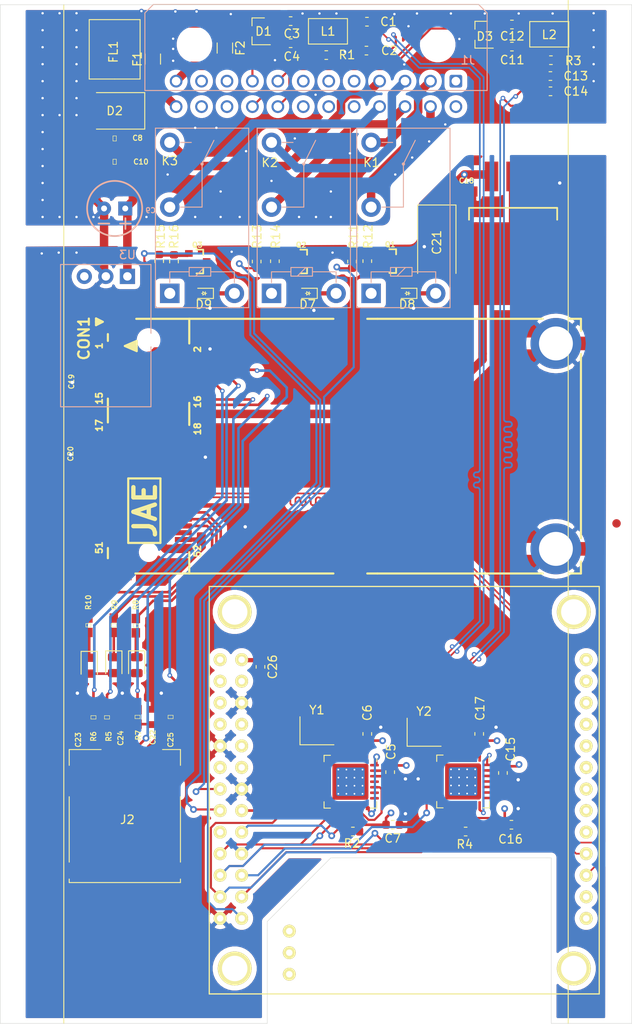
<source format=kicad_pcb>
(kicad_pcb (version 20171130) (host pcbnew 5.1.4)
  (layers (0 F.Cu signal) (1 Ground.Cu power) (2 Supply.Cu mixed) (31 B.Cu signal) (34 B.Paste user) (35 F.Paste user) (36 B.SilkS user) (37 F.SilkS user) (38 B.Mask user) (39 F.Mask user) (44 Edge.Cuts user))
  (net 0 "")
  (net 1 GND)
  (net 2 "Net-(U2-Pad21)")
  (net 3 "Net-(U2-Pad20)")
  (net 4 "Net-(R2-Pad1)")
  (net 5 "Net-(F1-Pad2)")
  (net 6 "Net-(F2-Pad1)")
  (net 7 BATT+)
  (net 8 BATT-)
  (net 9 "Net-(CON1-Pad10)")
  (net 10 "Net-(CON1-Pad12)")
  (net 11 "Net-(CON1-Pad14)")
  (net 12 "Net-(CON1-Pad16)")
  (net 13 "Net-(CON1-Pad42)")
  (net 14 "Net-(CON1-Pad44)")
  (net 15 "Net-(CON1-Pad46)")
  (net 16 CAN1H)
  (net 17 CAN1L)
  (net 18 5V)
  (net 19 3.3V)
  (net 20 CAN2L)
  (net 21 CAN2H)
  (net 22 "Net-(R4-Pad1)")
  (net 23 SCLK)
  (net 24 MISO)
  (net 25 MOSI)
  (net 26 CS1)
  (net 27 "Net-(U4-Pad21)")
  (net 28 "Net-(U4-Pad20)")
  (net 29 VCC3V3)
  (net 30 "Net-(C22-Pad1)")
  (net 31 "Net-(C23-Pad1)")
  (net 32 "Net-(C24-Pad1)")
  (net 33 "Net-(C25-Pad1)")
  (net 34 "Net-(D4-Pad1)")
  (net 35 "Net-(D5-Pad1)")
  (net 36 "Net-(D6-Pad1)")
  (net 37 "Net-(Q1-Pad1)")
  (net 38 RELAIS1)
  (net 39 "Net-(Q2-Pad1)")
  (net 40 "Net-(Q3-Pad1)")
  (net 41 R1C)
  (net 42 R2C)
  (net 43 R1O)
  (net 44 R2O)
  (net 45 RELAIS2)
  (net 46 RELAIS3)
  (net 47 /xtalc2+)
  (net 48 /xtalc2-)
  (net 49 /xtalc1+)
  (net 50 /xtalc1-)
  (net 51 USB2-)
  (net 52 USB2+)
  (net 53 R3C)
  (net 54 R3O)
  (net 55 CS0)
  (net 56 CAN0IRQ)
  (net 57 CAN1IRQ)
  (net 58 "Net-(D7-Pad1)")
  (net 59 "Net-(D8-Pad1)")
  (net 60 "Net-(D9-Pad1)")
  (net 61 /12v)
  (net 62 /c1_P)
  (net 63 /c1_N)
  (net 64 /c2_N)
  (net 65 /c2_P)
  (module Capacitor_SMD:C_0603_1608Metric (layer F.Cu) (at 30.7 78 270)
    (fp_text reference C26 (at 0 -1.43 90) (layer F.SilkS))
    (fp_text value 10uF)
    (pad 2 smd roundrect (at 0.7875 0 270) (size 0.875 0.95) (layers F.Cu F.Paste F.Mask) (net 1 GND))
    (pad 1 smd roundrect (at -0.7875 0 270) (size 0.875 0.95) (layers F.Cu F.Paste F.Mask) (net 18 5V))
  )
  (module Silicon-Standard:SOT23-3 (layer F.Cu) (at 46 30.2 270)
    (fp_text reference Q1 (at -1.9558 0) (layer F.SilkS) (effects (font (size 0.6096 0.6096) (thickness 0.127))))
    (fp_text value Q_NPN_BEC hide)
    (pad 3 smd rect (at 0 -1.09982 270) (size 0.79756 0.89916) (layers F.Cu F.Paste F.Mask) (net 59 "Net-(D8-Pad1)"))
    (pad 2 smd rect (at 0.94996 0.99822 270) (size 0.79756 0.89916) (layers F.Cu F.Paste F.Mask) (net 1 GND))
    (pad 1 smd rect (at -0.94996 0.99822 270) (size 0.79756 0.89916) (layers F.Cu F.Paste F.Mask) (net 37 "Net-(Q1-Pad1)"))
  )
  (module Relay_THT:Relay_SPST_Omron-G5Q-1A (layer B.Cu) (at 43.75 34 90)
    (fp_text reference K1 (at 15.4 0.05) (layer F.SilkS))
    (fp_text value G5Q-1A)
    (pad 5 thru_hole circle (at 0 7.62 270) (size 2.3 2.3) (drill 1.3) (layers *.Cu *.Mask) (net 59 "Net-(D8-Pad1)"))
    (pad 3 thru_hole circle (at 17.78 0 270) (size 2.3 2.3) (drill 1.3) (layers *.Cu *.Mask) (net 43 R1O))
    (pad 2 thru_hole circle (at 10.16 0 270) (size 2.3 2.3) (drill 1.3) (layers *.Cu *.Mask) (net 41 R1C))
    (pad 1 thru_hole rect (at 0 0 270) (size 2.3 2.3) (drill 1.3) (layers *.Cu *.Mask) (net 18 5V))
  )
  (module Aesthetics:FIDUCIAL-1X2 (layer F.Cu) (at 72.7 61.1)
    (fp_text reference FID1 hide)
    (fp_text value Fiducial hide)
    (pad 1 smd circle (at 0 0) (size 0.99822 0.99822) (layers F.Cu F.Mask))
  )
  (module Diode_SMD:D_SOD-523 (layer F.Cu) (at 24 34 180)
    (fp_text reference D9 (at 0 -1.3) (layer F.SilkS))
    (fp_text value PESD5Z70115)
    (pad 1 smd rect (at -0.7 0) (size 0.6 0.7) (layers F.Cu F.Paste F.Mask) (net 60 "Net-(D9-Pad1)"))
    (pad 2 smd rect (at 0.7 0) (size 0.6 0.7) (layers F.Cu F.Paste F.Mask) (net 1 GND))
  )
  (module Diode_SMD:D_SOD-523 (layer F.Cu) (at 48 34 180)
    (fp_text reference D8 (at 0 -1.3) (layer F.SilkS))
    (fp_text value PESD5Z70115)
    (pad 1 smd rect (at -0.7 0) (size 0.6 0.7) (layers F.Cu F.Paste F.Mask) (net 59 "Net-(D8-Pad1)"))
    (pad 2 smd rect (at 0.7 0) (size 0.6 0.7) (layers F.Cu F.Paste F.Mask) (net 1 GND))
  )
  (module Diode_SMD:D_SOD-523 (layer F.Cu) (at 36.25 34 180)
    (fp_text reference D7 (at 0 -1.3 180) (layer F.SilkS))
    (fp_text value PESD5Z70115)
    (pad 1 smd rect (at -0.7 0) (size 0.6 0.7) (layers F.Cu F.Paste F.Mask) (net 58 "Net-(D7-Pad1)"))
    (pad 2 smd rect (at 0.7 0) (size 0.6 0.7) (layers F.Cu F.Paste F.Mask) (net 1 GND))
  )
  (module Capacitor_SMD:C_0603_1608Metric (layer F.Cu) (at 46.3 96.6)
    (fp_text reference C7 (at 0 1.6) (layer F.SilkS))
    (fp_text value 0.1uF)
    (pad 2 smd roundrect (at 0.7875 0) (size 0.875 0.95) (layers F.Cu F.Paste F.Mask) (net 1 GND))
    (pad 1 smd roundrect (at -0.7875 0) (size 0.875 0.95) (layers F.Cu F.Paste F.Mask) (net 19 3.3V))
  )
  (module Resistor_SMD:R_0603_1608Metric (layer F.Cu) (at 20.5 30.25 90)
    (fp_text reference R16 (at 2.95 0 90) (layer F.SilkS))
    (fp_text value 10K)
    (pad 2 smd roundrect (at 0.7875 0 90) (size 0.875 0.95) (layers F.Cu F.Paste F.Mask) (net 40 "Net-(Q3-Pad1)"))
    (pad 1 smd roundrect (at -0.7875 0 90) (size 0.875 0.95) (layers F.Cu F.Paste F.Mask) (net 1 GND))
  )
  (module Resistor_SMD:R_0603_1608Metric (layer F.Cu) (at 18.75 30.2125 270)
    (fp_text reference R15 (at -2.9125 -0.15 90) (layer F.SilkS))
    (fp_text value 1K)
    (pad 2 smd roundrect (at 0.7875 0 270) (size 0.875 0.95) (layers F.Cu F.Paste F.Mask) (net 46 RELAIS3))
    (pad 1 smd roundrect (at -0.7875 0 270) (size 0.875 0.95) (layers F.Cu F.Paste F.Mask) (net 40 "Net-(Q3-Pad1)"))
  )
  (module Silicon-Standard:SOT23-3 (layer F.Cu) (at 23.25 30.25 270)
    (fp_text reference Q3 (at -1.9558 0) (layer F.SilkS) (effects (font (size 0.6096 0.6096) (thickness 0.127))))
    (fp_text value Q_NPN_BEC hide)
    (pad 3 smd rect (at 0 -1.09982 270) (size 0.79756 0.89916) (layers F.Cu F.Paste F.Mask) (net 60 "Net-(D9-Pad1)"))
    (pad 2 smd rect (at 0.94996 0.99822 270) (size 0.79756 0.89916) (layers F.Cu F.Paste F.Mask) (net 1 GND))
    (pad 1 smd rect (at -0.94996 0.99822 270) (size 0.79756 0.89916) (layers F.Cu F.Paste F.Mask) (net 40 "Net-(Q3-Pad1)"))
  )
  (module Relay_THT:Relay_SPST_Omron-G5Q-1A (layer B.Cu) (at 20 34 90)
    (fp_text reference K3 (at 15.6 0 -180) (layer F.SilkS))
    (fp_text value G5Q-1A)
    (pad 5 thru_hole circle (at 0 7.62 270) (size 2.3 2.3) (drill 1.3) (layers *.Cu *.Mask) (net 60 "Net-(D9-Pad1)"))
    (pad 3 thru_hole circle (at 17.78 0 270) (size 2.3 2.3) (drill 1.3) (layers *.Cu *.Mask) (net 54 R3O))
    (pad 2 thru_hole circle (at 10.16 0 270) (size 2.3 2.3) (drill 1.3) (layers *.Cu *.Mask) (net 53 R3C))
    (pad 1 thru_hole rect (at 0 0 270) (size 2.3 2.3) (drill 1.3) (layers *.Cu *.Mask) (net 18 5V))
  )
  (module Resistor_SMD:R_0603_1608Metric (layer F.Cu) (at 32.4 30.2125 90)
    (fp_text reference R14 (at 2.9125 0.1 90) (layer F.SilkS))
    (fp_text value 10K)
    (pad 2 smd roundrect (at 0.7875 0 90) (size 0.875 0.95) (layers F.Cu F.Paste F.Mask) (net 39 "Net-(Q2-Pad1)"))
    (pad 1 smd roundrect (at -0.7875 0 90) (size 0.875 0.95) (layers F.Cu F.Paste F.Mask) (net 1 GND))
  )
  (module Resistor_SMD:R_0603_1608Metric (layer F.Cu) (at 30.25 30.25 270)
    (fp_text reference R13 (at -2.95 -0.05 90) (layer F.SilkS))
    (fp_text value 1K)
    (pad 2 smd roundrect (at 0.7875 0 270) (size 0.875 0.95) (layers F.Cu F.Paste F.Mask) (net 45 RELAIS2))
    (pad 1 smd roundrect (at -0.7875 0 270) (size 0.875 0.95) (layers F.Cu F.Paste F.Mask) (net 39 "Net-(Q2-Pad1)"))
  )
  (module Silicon-Standard:SOT23-3 (layer F.Cu) (at 35.5 30.25 270)
    (fp_text reference Q2 (at -1.9558 0) (layer F.SilkS) (effects (font (size 0.6096 0.6096) (thickness 0.127))))
    (fp_text value Q_NPN_BEC hide)
    (pad 3 smd rect (at 0 -1.09982 270) (size 0.79756 0.89916) (layers F.Cu F.Paste F.Mask) (net 58 "Net-(D7-Pad1)"))
    (pad 2 smd rect (at 0.94996 0.99822 270) (size 0.79756 0.89916) (layers F.Cu F.Paste F.Mask) (net 1 GND))
    (pad 1 smd rect (at -0.94996 0.99822 270) (size 0.79756 0.89916) (layers F.Cu F.Paste F.Mask) (net 39 "Net-(Q2-Pad1)"))
  )
  (module Relay_THT:Relay_SPST_Omron-G5Q-1A (layer B.Cu) (at 32 34 90)
    (fp_text reference K2 (at 15.4 -0.2) (layer F.SilkS))
    (fp_text value G5Q-1A)
    (pad 5 thru_hole circle (at 0 7.62 270) (size 2.3 2.3) (drill 1.3) (layers *.Cu *.Mask) (net 58 "Net-(D7-Pad1)"))
    (pad 3 thru_hole circle (at 17.78 0 270) (size 2.3 2.3) (drill 1.3) (layers *.Cu *.Mask) (net 44 R2O))
    (pad 2 thru_hole circle (at 10.16 0 270) (size 2.3 2.3) (drill 1.3) (layers *.Cu *.Mask) (net 42 R2C))
    (pad 1 thru_hole rect (at 0 0 270) (size 2.3 2.3) (drill 1.3) (layers *.Cu *.Mask) (net 18 5V))
  )
  (module Resistor_SMD:R_0603_1608Metric (layer F.Cu) (at 43.3 30.2 90)
    (fp_text reference R12 (at 2.9 0.1 90) (layer F.SilkS))
    (fp_text value 10K)
    (pad 2 smd roundrect (at 0.7875 0 90) (size 0.875 0.95) (layers F.Cu F.Paste F.Mask) (net 37 "Net-(Q1-Pad1)"))
    (pad 1 smd roundrect (at -0.7875 0 90) (size 0.875 0.95) (layers F.Cu F.Paste F.Mask) (net 1 GND))
  )
  (module Resistor_SMD:R_0603_1608Metric (layer F.Cu) (at 41.5 30.25 270)
    (fp_text reference R11 (at -2.95 -0.2 90) (layer F.SilkS))
    (fp_text value 1K)
    (pad 2 smd roundrect (at 0.7875 0 270) (size 0.875 0.95) (layers F.Cu F.Paste F.Mask) (net 38 RELAIS1))
    (pad 1 smd roundrect (at -0.7875 0 270) (size 0.875 0.95) (layers F.Cu F.Paste F.Mask) (net 37 "Net-(Q1-Pad1)"))
  )
  (module Capacitor_SMD:C_0603_1608Metric (layer F.Cu) (at 64.9 8.4 180)
    (fp_text reference C13 (at -3 0) (layer F.SilkS))
    (fp_text value 56pf)
    (pad 2 smd roundrect (at 0.7875 0 180) (size 0.875 0.95) (layers F.Cu F.Paste F.Mask) (net 1 GND))
    (pad 1 smd roundrect (at -0.7875 0 180) (size 0.875 0.95) (layers F.Cu F.Paste F.Mask) (net 64 /c2_N))
  )
  (module OLIMEX_Connectors-FP:MM60-52B1-G1-R850 (layer F.Cu) (at 17.5 52 90)
    (fp_text reference CON1 (at 12.7 -7.62 90) (layer F.SilkS) (effects (font (size 1.27 1.27) (thickness 0.254))))
    (fp_text value "MSATA-PCIE_MINI-CARD-MM60-52B1-G1-R850(Digi-Key_PN_670-2516-2-ND)")
    (fp_text user 1 (at 11.82 -5.82 270) (layer F.SilkS) (effects (font (size 0.762 0.762) (thickness 0.1905))))
    (fp_text user 15 (at 5.63626 -5.82 270) (layer F.SilkS) (effects (font (size 0.762 0.762) (thickness 0.1905))))
    (fp_text user 17 (at 2.43586 -5.82 270) (layer F.SilkS) (effects (font (size 0.762 0.762) (thickness 0.1905))))
    (fp_text user 51 (at -11.96086 -5.82 270) (layer F.SilkS) (effects (font (size 0.762 0.762) (thickness 0.1905))))
    (fp_text user 2 (at 11.4173 5.7785 270) (layer F.SilkS) (effects (font (size 0.762 0.762) (thickness 0.1905))))
    (fp_text user 16 (at 5.23748 5.7785 270) (layer F.SilkS) (effects (font (size 0.762 0.762) (thickness 0.1905))))
    (fp_text user 18 (at 2.03708 5.7785 270) (layer F.SilkS) (effects (font (size 0.762 0.762) (thickness 0.1905))))
    (fp_text user 52 (at -12.35964 5.7785 270) (layer F.SilkS) (effects (font (size 0.762 0.762) (thickness 0.1905))))
    (fp_text user JAE (at -7.55 -0.4 270) (layer F.SilkS) (effects (font (size 2.54 2.54) (thickness 0.51054))))
    (pad MP2 thru_hole circle (at -12.1 48.05 270) (size 6 6) (drill 4) (layers *.Cu *.Mask) (net 1 GND))
    (pad MP1 thru_hole circle (at 12.1 48.05 270) (size 6 6) (drill 4) (layers *.Cu *.Mask) (net 1 GND))
    (pad "" np_thru_hole circle (at 12.5 0 270) (size 1.6 1.6) (drill 1.6) (layers *.Cu *.Mask))
    (pad "" np_thru_hole circle (at -12.5 0 270) (size 1.1 1.1) (drill 1.1) (layers *.Cu *.Mask))
    (pad 1 smd rect (at 11.8 -4.1 270) (size 0.6 2) (layers F.Cu F.Paste F.Mask))
    (pad 2 smd rect (at 11.4 4.1 270) (size 0.6 2) (layers F.Cu F.Paste F.Mask) (net 29 VCC3V3))
    (pad 3 smd rect (at 11 -4.1 270) (size 0.6 2) (layers F.Cu F.Paste F.Mask))
    (pad 4 smd rect (at 10.6 4.1 270) (size 0.6 2) (layers F.Cu F.Paste F.Mask) (net 1 GND))
    (pad 5 smd rect (at 10.2 -4.1 270) (size 0.6 2) (layers F.Cu F.Paste F.Mask))
    (pad 6 smd rect (at 9.8 4.1 270) (size 0.6 2) (layers F.Cu F.Paste F.Mask))
    (pad 7 smd rect (at 9.4 -4.1 270) (size 0.6 2) (layers F.Cu F.Paste F.Mask))
    (pad 8 smd rect (at 9 4.1 270) (size 0.6 2) (layers F.Cu F.Paste F.Mask) (net 33 "Net-(C25-Pad1)"))
    (pad 9 smd rect (at 8.6 -4.1 270) (size 0.6 2) (layers F.Cu F.Paste F.Mask) (net 1 GND))
    (pad 10 smd rect (at 8.2 4.1 270) (size 0.6 2) (layers F.Cu F.Paste F.Mask) (net 9 "Net-(CON1-Pad10)"))
    (pad 11 smd rect (at 7.8 -4.1 270) (size 0.6 2) (layers F.Cu F.Paste F.Mask))
    (pad 12 smd rect (at 7.4 4.1 270) (size 0.6 2) (layers F.Cu F.Paste F.Mask) (net 10 "Net-(CON1-Pad12)"))
    (pad 13 smd rect (at 7 -4.1 270) (size 0.6 2) (layers F.Cu F.Paste F.Mask))
    (pad 14 smd rect (at 6.6 4.1 270) (size 0.6 2) (layers F.Cu F.Paste F.Mask) (net 11 "Net-(CON1-Pad14)"))
    (pad 15 smd rect (at 6.2 -4.1 270) (size 0.6 2) (layers F.Cu F.Paste F.Mask) (net 1 GND))
    (pad 16 smd rect (at 5.8 4.1 270) (size 0.6 2) (layers F.Cu F.Paste F.Mask) (net 12 "Net-(CON1-Pad16)"))
    (pad 17 smd rect (at 2.2 -4.1 270) (size 0.6 2) (layers F.Cu F.Paste F.Mask))
    (pad 18 smd rect (at 1.8 4.1 270) (size 0.6 2) (layers F.Cu F.Paste F.Mask) (net 1 GND))
    (pad 19 smd rect (at 1.4 -4.1 270) (size 0.6 2) (layers F.Cu F.Paste F.Mask))
    (pad 20 smd rect (at 1 4.1 270) (size 0.6 2) (layers F.Cu F.Paste F.Mask))
    (pad 21 smd rect (at 0.6 -4.1 270) (size 0.6 2) (layers F.Cu F.Paste F.Mask) (net 1 GND))
    (pad 22 smd rect (at 0.2 4.1 270) (size 0.6 2) (layers F.Cu F.Paste F.Mask))
    (pad 23 smd rect (at -0.2 -4.1 270) (size 0.6 2) (layers F.Cu F.Paste F.Mask))
    (pad 24 smd rect (at -0.6 4.1 270) (size 0.6 2) (layers F.Cu F.Paste F.Mask) (net 29 VCC3V3))
    (pad 25 smd rect (at -1 -4.1 270) (size 0.6 2) (layers F.Cu F.Paste F.Mask))
    (pad 26 smd rect (at -1.4 4.1 270) (size 0.6 2) (layers F.Cu F.Paste F.Mask) (net 1 GND))
    (pad 27 smd rect (at -1.8 -4.1 270) (size 0.6 2) (layers F.Cu F.Paste F.Mask) (net 1 GND))
    (pad 28 smd rect (at -2.2 4.1 270) (size 0.6 2) (layers F.Cu F.Paste F.Mask))
    (pad 29 smd rect (at -2.6 -4.1 270) (size 0.6 2) (layers F.Cu F.Paste F.Mask) (net 1 GND))
    (pad 30 smd rect (at -3 4.1 270) (size 0.6 2) (layers F.Cu F.Paste F.Mask))
    (pad 31 smd rect (at -3.4 -4.1 270) (size 0.6 2) (layers F.Cu F.Paste F.Mask))
    (pad 32 smd rect (at -3.8 4.1 270) (size 0.6 2) (layers F.Cu F.Paste F.Mask))
    (pad 33 smd rect (at -4.2 -4.1 270) (size 0.6 2) (layers F.Cu F.Paste F.Mask))
    (pad 34 smd rect (at -4.6 4.1 270) (size 0.6 2) (layers F.Cu F.Paste F.Mask) (net 1 GND))
    (pad 35 smd rect (at -5 -4.1 270) (size 0.6 2) (layers F.Cu F.Paste F.Mask) (net 1 GND))
    (pad 36 smd rect (at -5.4 4.1 270) (size 0.6 2) (layers F.Cu F.Paste F.Mask) (net 51 USB2-))
    (pad 37 smd rect (at -5.8 -4.1 270) (size 0.6 2) (layers F.Cu F.Paste F.Mask))
    (pad 38 smd rect (at -6.2 4.1 270) (size 0.6 2) (layers F.Cu F.Paste F.Mask) (net 52 USB2+))
    (pad 39 smd rect (at -6.6 -4.1 270) (size 0.6 2) (layers F.Cu F.Paste F.Mask) (net 29 VCC3V3))
    (pad 40 smd rect (at -7 4.1 270) (size 0.6 2) (layers F.Cu F.Paste F.Mask) (net 1 GND))
    (pad 41 smd rect (at -7.4 -4.1 270) (size 0.6 2) (layers F.Cu F.Paste F.Mask) (net 29 VCC3V3))
    (pad 42 smd rect (at -7.8 4.1 270) (size 0.6 2) (layers F.Cu F.Paste F.Mask) (net 13 "Net-(CON1-Pad42)"))
    (pad 43 smd rect (at -8.2 -4.1 270) (size 0.6 2) (layers F.Cu F.Paste F.Mask))
    (pad 44 smd rect (at -8.6 4.1 270) (size 0.6 2) (layers F.Cu F.Paste F.Mask) (net 14 "Net-(CON1-Pad44)"))
    (pad 45 smd rect (at -9 -4.1 270) (size 0.6 2) (layers F.Cu F.Paste F.Mask))
    (pad 46 smd rect (at -9.4 4.1 270) (size 0.6 2) (layers F.Cu F.Paste F.Mask) (net 15 "Net-(CON1-Pad46)"))
    (pad 47 smd rect (at -9.8 -4.1 270) (size 0.6 2) (layers F.Cu F.Paste F.Mask))
    (pad 48 smd rect (at -10.2 4.1 270) (size 0.6 2) (layers F.Cu F.Paste F.Mask))
    (pad 49 smd rect (at -10.6 -4.1 270) (size 0.6 2) (layers F.Cu F.Paste F.Mask))
    (pad 50 smd rect (at -11 4.1 270) (size 0.6 2) (layers F.Cu F.Paste F.Mask) (net 1 GND))
    (pad 51 smd rect (at -11.4 -4.1 270) (size 0.6 2) (layers F.Cu F.Paste F.Mask))
    (pad 52 smd rect (at -11.8 4.1 270) (size 0.6 2) (layers F.Cu F.Paste F.Mask) (net 29 VCC3V3))
    (pad MP1 smd rect (at 14.65 -3.5 270) (size 2.3 3.2) (layers F.Cu F.Paste F.Mask) (net 1 GND))
    (pad MP2 smd rect (at -14.65 -3.6 270) (size 2.3 3.2) (layers F.Cu F.Paste F.Mask) (net 1 GND))
    (pad MP1 smd rect (at 12.1 50.8 270) (size 1.6 1.9) (layers F.Cu F.Mask) (net 1 GND))
    (pad MP1 smd rect (at 13.6 44.9 270) (size 1.6 2.7) (layers F.Cu F.Mask) (net 1 GND))
    (pad MP1 smd rect (at 10.6 44.9 270) (size 1.6 2.7) (layers F.Cu F.Mask) (net 1 GND))
    (pad MP2 smd rect (at -12.1 50.8 270) (size 1.6 1.9) (layers F.Cu F.Mask) (net 1 GND))
    (pad MP2 smd rect (at -10.6 44.9 270) (size 1.6 2.7) (layers F.Cu F.Mask) (net 1 GND))
    (pad MP2 smd rect (at -13.6 44.9 270) (size 1.6 2.7) (layers F.Cu F.Mask) (net 1 GND))
  )
  (module Silicon-Standard:D2PACK_A (layer F.Cu) (at 60.5 28.50102 180)
    (fp_text reference U5 hide)
    (fp_text value LD1085D2M33R hide)
    (pad TAB smd rect (at 0 -1.99898 180) (size 12.19962 9.74852) (layers F.Cu F.Paste F.Mask) (net 29 VCC3V3))
    (pad 3 smd rect (at 2.54 8.27278 180) (size 1.59766 3.49758) (layers F.Cu F.Paste F.Mask) (net 18 5V))
    (pad 2 smd rect (at 0 8.27278 180) (size 1.59766 3.49758) (layers F.Cu F.Paste F.Mask) (net 29 VCC3V3))
    (pad 1 smd rect (at -2.54 8.27278 180) (size 1.59766 3.49758) (layers F.Cu F.Paste F.Mask) (net 1 GND))
  )
  (module Resistors:0603 (layer F.Cu) (at 10.4 73.1 90)
    (fp_text reference R10 (at 2.7 0 90) (layer F.SilkS) (effects (font (size 0.6096 0.6096) (thickness 0.127))))
    (fp_text value 330 hide)
    (pad 2 smd rect (at 0.84836 0 90) (size 1.09982 0.99822) (layers F.Cu F.Paste F.Mask) (net 15 "Net-(CON1-Pad46)"))
    (pad 1 smd rect (at -0.84836 0 90) (size 1.09982 0.99822) (layers F.Cu F.Paste F.Mask) (net 36 "Net-(D6-Pad1)"))
  )
  (module Resistors:0603 (layer F.Cu) (at 13.4 73.1 90)
    (fp_text reference R9 (at 2.4 0.1 90) (layer F.SilkS) (effects (font (size 0.6096 0.6096) (thickness 0.127))))
    (fp_text value 330 hide)
    (pad 2 smd rect (at 0.84836 0 90) (size 1.09982 0.99822) (layers F.Cu F.Paste F.Mask) (net 14 "Net-(CON1-Pad44)"))
    (pad 1 smd rect (at -0.84836 0 90) (size 1.09982 0.99822) (layers F.Cu F.Paste F.Mask) (net 35 "Net-(D5-Pad1)"))
  )
  (module Resistors:0603 (layer F.Cu) (at 16 73.14836 90)
    (fp_text reference R8 (at 2.44836 0 90) (layer F.SilkS) (effects (font (size 0.6096 0.6096) (thickness 0.127))))
    (fp_text value 330 hide)
    (pad 2 smd rect (at 0.84836 0 90) (size 1.09982 0.99822) (layers F.Cu F.Paste F.Mask) (net 13 "Net-(CON1-Pad42)"))
    (pad 1 smd rect (at -0.84836 0 90) (size 1.09982 0.99822) (layers F.Cu F.Paste F.Mask) (net 34 "Net-(D4-Pad1)"))
  )
  (module Resistors:0603 (layer F.Cu) (at 16.2 83.9 90)
    (fp_text reference R7 (at -2.15164 0.1 270) (layer F.SilkS) (effects (font (size 0.6096 0.6096) (thickness 0.127))))
    (fp_text value 45 hide)
    (pad 2 smd rect (at 0.84836 0 90) (size 1.09982 0.99822) (layers F.Cu F.Paste F.Mask) (net 11 "Net-(CON1-Pad14)"))
    (pad 1 smd rect (at -0.84836 0 90) (size 1.09982 0.99822) (layers F.Cu F.Paste F.Mask) (net 30 "Net-(C22-Pad1)"))
  )
  (module Resistors:0603 (layer F.Cu) (at 11 83.94836 90)
    (fp_text reference R6 (at -2.25164 0 270) (layer F.SilkS) (effects (font (size 0.6096 0.6096) (thickness 0.127))))
    (fp_text value 45 hide)
    (pad 2 smd rect (at 0.84836 0 90) (size 1.09982 0.99822) (layers F.Cu F.Paste F.Mask) (net 10 "Net-(CON1-Pad12)"))
    (pad 1 smd rect (at -0.84836 0 90) (size 1.09982 0.99822) (layers F.Cu F.Paste F.Mask) (net 31 "Net-(C23-Pad1)"))
  )
  (module Resistors:0603 (layer F.Cu) (at 12.6 83.94836 90)
    (fp_text reference R5 (at -2.25164 0.2 270) (layer F.SilkS) (effects (font (size 0.6096 0.6096) (thickness 0.127))))
    (fp_text value 45 hide)
    (pad 2 smd rect (at 0.84836 0 90) (size 1.09982 0.99822) (layers F.Cu F.Paste F.Mask) (net 9 "Net-(CON1-Pad10)"))
    (pad 1 smd rect (at -0.84836 0 90) (size 1.09982 0.99822) (layers F.Cu F.Paste F.Mask) (net 32 "Net-(C24-Pad1)"))
  )
  (module Connector_Card:microSIM_JAE_SF53S006VCBR2000 (layer F.Cu) (at 14.7 94.9)
    (fp_text reference J2 (at 0.3 1.1 180) (layer F.SilkS))
    (fp_text value SIM_Card)
    (pad 7 smd rect (at -1.055 -6.62) (size 0.65 1.15) (layers F.Cu F.Paste F.Mask) (net 32 "Net-(C24-Pad1)"))
    (pad 6 smd rect (at 1.485 -6.62) (size 0.65 1.15) (layers F.Cu F.Paste F.Mask) (net 12 "Net-(CON1-Pad16)"))
    (pad 5 smd rect (at 4.025 -6.62) (size 0.65 1.15) (layers F.Cu F.Paste F.Mask) (net 1 GND))
    (pad 3 smd rect (at -2.325 -6.62) (size 0.65 1.15) (layers F.Cu F.Paste F.Mask) (net 31 "Net-(C23-Pad1)"))
    (pad 2 smd rect (at 0.215 -6.62) (size 0.65 1.15) (layers F.Cu F.Paste F.Mask) (net 30 "Net-(C22-Pad1)"))
    (pad 1 smd rect (at 2.755 -6.62) (size 0.65 1.15) (layers F.Cu F.Paste F.Mask) (net 33 "Net-(C25-Pad1)"))
    (pad SH smd rect (at 2.545 6.53) (size 0.54 0.8) (layers F.Cu F.Paste F.Mask))
    (pad SH smd rect (at -2.535 6.53) (size 0.54 0.8) (layers F.Cu F.Paste F.Mask))
    (pad SH smd rect (at 6.27 -4.45) (size 0.45 1.3) (layers F.Cu F.Paste F.Mask))
    (pad SH smd rect (at 6.27 -2.45) (size 0.45 1.3) (layers F.Cu F.Paste F.Mask))
    (pad SH smd rect (at -6.27 -4.45) (size 0.45 1.3) (layers F.Cu F.Paste F.Mask))
    (pad SH smd rect (at -6.27 -2.45) (size 0.45 1.3) (layers F.Cu F.Paste F.Mask))
    (pad SH smd rect (at 6.105 7.11) (size 1.4 1.7) (layers F.Cu F.Paste F.Mask))
    (pad SH smd rect (at -6.105 7.11) (size 1.4 1.7) (layers F.Cu F.Paste F.Mask))
  )
  (module LED_SMD:LED_0805_2012Metric (layer F.Cu) (at 10.5 77.8625 270)
    (fp_text reference D6 hide)
    (fp_text value LED)
    (pad 1 smd roundrect (at -0.9375 0 270) (size 0.975 1.4) (layers F.Cu F.Paste F.Mask) (net 36 "Net-(D6-Pad1)"))
    (pad 2 smd roundrect (at 0.9375 0 270) (size 0.975 1.4) (layers F.Cu F.Paste F.Mask) (net 29 VCC3V3))
  )
  (module LED_SMD:LED_0805_2012Metric (layer F.Cu) (at 13.4 77.8 270)
    (fp_text reference D5 hide)
    (fp_text value LED)
    (pad 1 smd roundrect (at -0.9375 0 270) (size 0.975 1.4) (layers F.Cu F.Paste F.Mask) (net 35 "Net-(D5-Pad1)"))
    (pad 2 smd roundrect (at 0.9375 0 270) (size 0.975 1.4) (layers F.Cu F.Paste F.Mask) (net 29 VCC3V3))
  )
  (module LED_SMD:LED_0805_2012Metric (layer F.Cu) (at 16.1 77.8 270)
    (fp_text reference D4 hide)
    (fp_text value LED)
    (pad 1 smd roundrect (at -0.9375 0 270) (size 0.975 1.4) (layers F.Cu F.Paste F.Mask) (net 34 "Net-(D4-Pad1)"))
    (pad 2 smd roundrect (at 0.9375 0 270) (size 0.975 1.4) (layers F.Cu F.Paste F.Mask) (net 29 VCC3V3))
  )
  (module Capacitors:0603 (layer F.Cu) (at 20.1 83.9 90)
    (fp_text reference C25 (at -2.7 0 90) (layer F.SilkS) (effects (font (size 0.6096 0.6096) (thickness 0.127))))
    (fp_text value 100nF hide)
    (pad 2 smd rect (at 0.84836 0 90) (size 1.09982 0.99822) (layers F.Cu F.Paste F.Mask) (net 1 GND))
    (pad 1 smd rect (at -0.84836 0 90) (size 1.09982 0.99822) (layers F.Cu F.Paste F.Mask) (net 33 "Net-(C25-Pad1)"))
  )
  (module Capacitors:0805 (layer F.Cu) (at 14.3 83.9 90)
    (fp_text reference C24 (at -2.5 -0.1 270) (layer F.SilkS) (effects (font (size 0.6096 0.6096) (thickness 0.127))))
    (fp_text value 33pF hide)
    (pad 2 smd rect (at 0.89916 0 90) (size 0.79756 1.19888) (layers F.Cu F.Paste F.Mask) (net 1 GND))
    (pad 1 smd rect (at -0.89916 0 90) (size 0.79756 1.19888) (layers F.Cu F.Paste F.Mask) (net 32 "Net-(C24-Pad1)"))
  )
  (module Capacitors:0805 (layer F.Cu) (at 9.2 83.90084 90)
    (fp_text reference C23 (at -2.7 0 90) (layer F.SilkS) (effects (font (size 0.6096 0.6096) (thickness 0.127))))
    (fp_text value 33pF hide)
    (pad 2 smd rect (at 0.89916 0 90) (size 0.79756 1.19888) (layers F.Cu F.Paste F.Mask) (net 1 GND))
    (pad 1 smd rect (at -0.89916 0 90) (size 0.79756 1.19888) (layers F.Cu F.Paste F.Mask) (net 31 "Net-(C23-Pad1)"))
  )
  (module Capacitors:0805 (layer F.Cu) (at 18 83.90084 90)
    (fp_text reference C22 (at -2.39916 0 90) (layer F.SilkS) (effects (font (size 0.6096 0.6096) (thickness 0.127))))
    (fp_text value 33pF hide)
    (pad 2 smd rect (at 0.89916 0 90) (size 0.79756 1.19888) (layers F.Cu F.Paste F.Mask) (net 1 GND))
    (pad 1 smd rect (at -0.89916 0 90) (size 0.79756 1.19888) (layers F.Cu F.Paste F.Mask) (net 30 "Net-(C22-Pad1)"))
  )
  (module Capacitor_Tantalum_SMD:CP_EIA-7343-31_Kemet-D (layer F.Cu) (at 51.5 28 270)
    (fp_text reference C21 (at 0 0 270) (layer F.SilkS))
    (fp_text value 10uF)
    (pad 2 smd roundrect (at 3.1125 0 270) (size 2.075 2.55) (layers F.Cu F.Paste F.Mask) (roundrect_rratio 0.120482) (net 1 GND))
    (pad 1 smd roundrect (at -3.1125 0 270) (size 2.075 2.55) (layers F.Cu F.Paste F.Mask) (roundrect_rratio 0.120482) (net 29 VCC3V3))
  )
  (module Capacitors:0805 (layer F.Cu) (at 8.4 50.3 270)
    (fp_text reference C20 (at 2.6 0.1 90) (layer F.SilkS) (effects (font (size 0.6096 0.6096) (thickness 0.127))))
    (fp_text value 10uF hide)
    (pad 2 smd rect (at 0.89916 0 270) (size 0.79756 1.19888) (layers F.Cu F.Paste F.Mask) (net 1 GND))
    (pad 1 smd rect (at -0.89916 0 270) (size 0.79756 1.19888) (layers F.Cu F.Paste F.Mask) (net 29 VCC3V3))
  )
  (module Capacitors:0805 (layer F.Cu) (at 8.4 47.00084 90)
    (fp_text reference C19 (at 2.6 0 90) (layer F.SilkS) (effects (font (size 0.6096 0.6096) (thickness 0.127))))
    (fp_text value 10uF hide)
    (pad 2 smd rect (at 0.89916 0 90) (size 0.79756 1.19888) (layers F.Cu F.Paste F.Mask) (net 1 GND))
    (pad 1 smd rect (at -0.89916 0 90) (size 0.79756 1.19888) (layers F.Cu F.Paste F.Mask) (net 29 VCC3V3))
  )
  (module Capacitors:0805 (layer F.Cu) (at 55 22)
    (fp_text reference C18 (at 0 -1.27) (layer F.SilkS) (effects (font (size 0.6096 0.6096) (thickness 0.127))))
    (fp_text value 10uF hide)
    (pad 2 smd rect (at 0.89916 0) (size 0.79756 1.19888) (layers F.Cu F.Paste F.Mask) (net 1 GND))
    (pad 1 smd rect (at -0.89916 0) (size 0.79756 1.19888) (layers F.Cu F.Paste F.Mask) (net 18 5V))
  )
  (module orangepi-zero:orangepi-zero (layer F.Cu) (at 70.66 68.53 180)
    (fp_text reference U1 hide)
    (fp_text value orange_pi_zero)
    (pad "" thru_hole circle (at 43 -3 180) (size 4 4) (drill 3) (layers *.Cu *.Mask F.SilkS))
    (pad "" thru_hole circle (at 3 -3 180) (size 4 4) (drill 3) (layers *.Cu *.Mask F.SilkS))
    (pad "" thru_hole circle (at 3 -45 180) (size 4 4) (drill 3) (layers *.Cu *.Mask F.SilkS))
    (pad 203 thru_hole circle (at 36.56 -40.6 180) (size 1.524 1.524) (drill 0.762) (layers *.Cu *.Mask F.SilkS))
    (pad 202 thru_hole circle (at 36.56 -43.14 180) (size 1.524 1.524) (drill 0.762) (layers *.Cu *.Mask F.SilkS))
    (pad 201 thru_hole circle (at 36.56 -45.68 180) (size 1.524 1.524) (drill 0.762) (layers *.Cu *.Mask F.SilkS))
    (pad 126 thru_hole circle (at 42.18 -39.1 180) (size 1.524 1.524) (drill 0.762) (layers *.Cu *.Mask F.SilkS) (net 38 RELAIS1))
    (pad 125 thru_hole circle (at 44.72 -39.1 180) (size 1.524 1.524) (drill 0.762) (layers *.Cu *.Mask F.SilkS) (net 1 GND))
    (pad 124 thru_hole circle (at 42.18 -36.56 180) (size 1.524 1.524) (drill 0.762) (layers *.Cu *.Mask F.SilkS) (net 55 CS0))
    (pad 123 thru_hole circle (at 44.72 -36.56 180) (size 1.524 1.524) (drill 0.762) (layers *.Cu *.Mask F.SilkS) (net 23 SCLK))
    (pad 122 thru_hole circle (at 42.18 -34.02 180) (size 1.524 1.524) (drill 0.762) (layers *.Cu *.Mask F.SilkS) (net 56 CAN0IRQ))
    (pad 121 thru_hole circle (at 44.72 -34.02 180) (size 1.524 1.524) (drill 0.762) (layers *.Cu *.Mask F.SilkS) (net 24 MISO))
    (pad 120 thru_hole circle (at 42.18 -31.48 180) (size 1.524 1.524) (drill 0.762) (layers *.Cu *.Mask F.SilkS) (net 1 GND))
    (pad 119 thru_hole circle (at 44.72 -31.48 180) (size 1.524 1.524) (drill 0.762) (layers *.Cu *.Mask F.SilkS) (net 25 MOSI))
    (pad 118 thru_hole circle (at 42.18 -28.94 180) (size 1.524 1.524) (drill 0.762) (layers *.Cu *.Mask F.SilkS) (net 26 CS1))
    (pad 117 thru_hole circle (at 44.72 -28.94 180) (size 1.524 1.524) (drill 0.762) (layers *.Cu *.Mask F.SilkS) (net 19 3.3V))
    (pad 116 thru_hole circle (at 42.18 -26.4 180) (size 1.524 1.524) (drill 0.762) (layers *.Cu *.Mask F.SilkS) (net 57 CAN1IRQ))
    (pad 115 thru_hole circle (at 44.72 -26.4 180) (size 1.524 1.524) (drill 0.762) (layers *.Cu *.Mask F.SilkS) (net 46 RELAIS3))
    (pad 114 thru_hole circle (at 42.18 -23.86 180) (size 1.524 1.524) (drill 0.762) (layers *.Cu *.Mask F.SilkS) (net 1 GND))
    (pad 113 thru_hole circle (at 44.72 -23.86 180) (size 1.524 1.524) (drill 0.762) (layers *.Cu *.Mask F.SilkS) (net 45 RELAIS2))
    (pad 112 thru_hole circle (at 42.18 -21.32 180) (size 1.524 1.524) (drill 0.762) (layers *.Cu *.Mask F.SilkS))
    (pad 111 thru_hole circle (at 44.72 -21.32 180) (size 1.524 1.524) (drill 0.762) (layers *.Cu *.Mask F.SilkS))
    (pad 110 thru_hole circle (at 42.18 -18.78 180) (size 1.524 1.524) (drill 0.762) (layers *.Cu *.Mask F.SilkS))
    (pad 109 thru_hole circle (at 44.72 -18.78 180) (size 1.524 1.524) (drill 0.762) (layers *.Cu *.Mask F.SilkS) (net 1 GND))
    (pad 108 thru_hole circle (at 42.18 -16.24 180) (size 1.524 1.524) (drill 0.762) (layers *.Cu *.Mask F.SilkS))
    (pad 107 thru_hole circle (at 44.72 -16.24 180) (size 1.524 1.524) (drill 0.762) (layers *.Cu *.Mask F.SilkS))
    (pad 106 thru_hole circle (at 42.18 -13.7 180) (size 1.524 1.524) (drill 0.762) (layers *.Cu *.Mask F.SilkS) (net 1 GND))
    (pad 105 thru_hole circle (at 44.72 -13.7 180) (size 1.524 1.524) (drill 0.762) (layers *.Cu *.Mask F.SilkS))
    (pad 104 thru_hole circle (at 42.18 -11.16 180) (size 1.524 1.524) (drill 0.762) (layers *.Cu *.Mask F.SilkS) (net 18 5V))
    (pad 103 thru_hole circle (at 44.72 -11.16 180) (size 1.524 1.524) (drill 0.762) (layers *.Cu *.Mask F.SilkS))
    (pad 102 thru_hole circle (at 42.18 -8.62 180) (size 1.524 1.524) (drill 0.762) (layers *.Cu *.Mask F.SilkS) (net 18 5V))
    (pad 101 thru_hole circle (at 44.72 -8.62 180) (size 1.524 1.524) (drill 0.762) (layers *.Cu *.Mask F.SilkS))
    (pad 13 thru_hole circle (at 1.54 -8.62 180) (size 1.524 1.524) (drill 0.762) (layers *.Cu *.Mask F.SilkS))
    (pad 12 thru_hole circle (at 1.54 -11.16 180) (size 1.524 1.524) (drill 0.762) (layers *.Cu *.Mask F.SilkS))
    (pad 11 thru_hole circle (at 1.54 -13.7 180) (size 1.524 1.524) (drill 0.762) (layers *.Cu *.Mask F.SilkS))
    (pad 10 thru_hole circle (at 1.54 -16.24 180) (size 1.524 1.524) (drill 0.762) (layers *.Cu *.Mask F.SilkS))
    (pad 9 thru_hole circle (at 1.54 -18.78 180) (size 1.524 1.524) (drill 0.762) (layers *.Cu *.Mask F.SilkS))
    (pad 8 thru_hole circle (at 1.54 -21.32 180) (size 1.524 1.524) (drill 0.762) (layers *.Cu *.Mask F.SilkS))
    (pad 7 thru_hole circle (at 1.54 -23.86 180) (size 1.524 1.524) (drill 0.762) (layers *.Cu *.Mask F.SilkS))
    (pad 6 thru_hole circle (at 1.54 -26.4 180) (size 1.524 1.524) (drill 0.762) (layers *.Cu *.Mask F.SilkS))
    (pad 5 thru_hole circle (at 1.54 -28.94 180) (size 1.524 1.524) (drill 0.762) (layers *.Cu *.Mask F.SilkS))
    (pad 4 thru_hole circle (at 1.54 -31.48 180) (size 1.524 1.524) (drill 0.762) (layers *.Cu *.Mask F.SilkS) (net 52 USB2+))
    (pad 3 thru_hole circle (at 1.54 -34.02 180) (size 1.524 1.524) (drill 0.762) (layers *.Cu *.Mask F.SilkS) (net 51 USB2-))
    (pad 2 thru_hole circle (at 1.54 -36.56 180) (size 1.524 1.524) (drill 0.762) (layers *.Cu *.Mask F.SilkS))
    (pad 1 thru_hole circle (at 1.54 -39.1 180) (size 1.524 1.524) (drill 0.762) (layers *.Cu *.Mask F.SilkS))
    (pad "" thru_hole circle (at 43 -45 180) (size 4 4) (drill 3) (layers *.Cu *.Mask F.SilkS))
  )
  (module aep:PE-1210ACC (layer F.Cu) (at 64.76 3.48 180)
    (fp_text reference L2 (at 0 -0.05) (layer F.SilkS))
    (fp_text value "PE-1210ACC110STS  11UH")
    (pad 4 smd rect (at 1.4 0.95 180) (size 1.35 0.9) (layers F.Cu F.Paste F.Mask) (net 21 CAN2H))
    (pad 3 smd rect (at 1.4 -0.95 180) (size 1.35 0.9) (layers F.Cu F.Paste F.Mask) (net 20 CAN2L))
    (pad 2 smd rect (at -1.4 -0.95 180) (size 1.35 0.9) (layers F.Cu F.Paste F.Mask) (net 64 /c2_N))
    (pad 1 smd rect (at -1.4 0.95 180) (size 1.35 0.9) (layers F.Cu F.Paste F.Mask) (net 65 /c2_P))
  )
  (module aep:PE-1210ACC (layer F.Cu) (at 38.66 3.13 180)
    (fp_text reference L1 (at 0 0) (layer F.SilkS))
    (fp_text value "PE-1210ACC110STS  11UH")
    (pad 4 smd rect (at 1.4 0.95 180) (size 1.35 0.9) (layers F.Cu F.Paste F.Mask) (net 16 CAN1H))
    (pad 3 smd rect (at 1.4 -0.95 180) (size 1.35 0.9) (layers F.Cu F.Paste F.Mask) (net 17 CAN1L))
    (pad 2 smd rect (at -1.4 -0.95 180) (size 1.35 0.9) (layers F.Cu F.Paste F.Mask) (net 63 /c1_N))
    (pad 1 smd rect (at -1.4 0.95 180) (size 1.35 0.9) (layers F.Cu F.Paste F.Mask) (net 62 /c1_P))
  )
  (module Crystal:Crystal_SMD_Abracon_ABM8G-4Pin_3.2x2.5mm (layer F.Cu) (at 50 85.7)
    (fp_text reference Y2 (at 0 -2.45) (layer F.SilkS))
    (fp_text value M8AIG-16-12-2T3)
    (pad 4 smd rect (at -1.1 -0.85) (size 1.4 1.2) (layers F.Cu F.Paste F.Mask))
    (pad 3 smd rect (at 1.1 -0.85) (size 1.4 1.2) (layers F.Cu F.Paste F.Mask) (net 50 /xtalc1-))
    (pad 2 smd rect (at 1.1 0.85) (size 1.4 1.2) (layers F.Cu F.Paste F.Mask))
    (pad 1 smd rect (at -1.1 0.85) (size 1.4 1.2) (layers F.Cu F.Paste F.Mask) (net 49 /xtalc1+))
  )
  (module Crystal:Crystal_SMD_Abracon_ABM8G-4Pin_3.2x2.5mm (layer F.Cu) (at 37.36 85.53)
    (fp_text reference Y1 (at 0 -2.45) (layer F.SilkS))
    (fp_text value M8AIG-16-12-2T3)
    (pad 4 smd rect (at -1.1 -0.85) (size 1.4 1.2) (layers F.Cu F.Paste F.Mask))
    (pad 3 smd rect (at 1.1 -0.85) (size 1.4 1.2) (layers F.Cu F.Paste F.Mask) (net 48 /xtalc2-))
    (pad 2 smd rect (at 1.1 0.85) (size 1.4 1.2) (layers F.Cu F.Paste F.Mask))
    (pad 1 smd rect (at -1.1 0.85) (size 1.4 1.2) (layers F.Cu F.Paste F.Mask) (net 47 /xtalc2+))
  )
  (module Package_DFN_QFN:QFN-28-1EP_6x6mm_P0.65mm_EP4.25x4.25mm_ThermalVias (layer F.Cu) (at 54.6 91.5 270)
    (fp_text reference U4 hide)
    (fp_text value MCP25625-x-SS)
    (pad 28 smd roundrect (at -1.95 -2.8375 270) (size 0.3 1.025) (layers F.Cu F.Paste F.Mask) (net 27 "Net-(U4-Pad21)"))
    (pad 27 smd roundrect (at -1.3 -2.8375 270) (size 0.3 1.025) (layers F.Cu F.Paste F.Mask) (net 18 5V))
    (pad 26 smd roundrect (at -0.65 -2.8375 270) (size 0.3 1.025) (layers F.Cu F.Paste F.Mask) (net 1 GND))
    (pad 25 smd roundrect (at 0 -2.8375 270) (size 0.3 1.025) (layers F.Cu F.Paste F.Mask))
    (pad 24 smd roundrect (at 0.65 -2.8375 270) (size 0.3 1.025) (layers F.Cu F.Paste F.Mask) (net 28 "Net-(U4-Pad20)"))
    (pad 23 smd roundrect (at 1.3 -2.8375 270) (size 0.3 1.025) (layers F.Cu F.Paste F.Mask))
    (pad 22 smd roundrect (at 1.95 -2.8375 270) (size 0.3 1.025) (layers F.Cu F.Paste F.Mask))
    (pad 21 smd roundrect (at 2.8375 -1.95 270) (size 1.025 0.3) (layers F.Cu F.Paste F.Mask) (net 27 "Net-(U4-Pad21)"))
    (pad 20 smd roundrect (at 2.8375 -1.3 270) (size 1.025 0.3) (layers F.Cu F.Paste F.Mask) (net 28 "Net-(U4-Pad20)"))
    (pad 19 smd roundrect (at 2.8375 -0.65 270) (size 1.025 0.3) (layers F.Cu F.Paste F.Mask) (net 19 3.3V))
    (pad 18 smd roundrect (at 2.8375 0 270) (size 1.025 0.3) (layers F.Cu F.Paste F.Mask) (net 22 "Net-(R4-Pad1)"))
    (pad 17 smd roundrect (at 2.8375 0.65 270) (size 1.025 0.3) (layers F.Cu F.Paste F.Mask) (net 55 CS0))
    (pad 16 smd roundrect (at 2.8375 1.3 270) (size 1.025 0.3) (layers F.Cu F.Paste F.Mask) (net 24 MISO))
    (pad 15 smd roundrect (at 2.8375 1.95 270) (size 1.025 0.3) (layers F.Cu F.Paste F.Mask) (net 25 MOSI))
    (pad 14 smd roundrect (at 1.95 2.8375 270) (size 0.3 1.025) (layers F.Cu F.Paste F.Mask) (net 23 SCLK))
    (pad 13 smd roundrect (at 1.3 2.8375 270) (size 0.3 1.025) (layers F.Cu F.Paste F.Mask) (net 56 CAN0IRQ))
    (pad 12 smd roundrect (at 0.65 2.8375 270) (size 0.3 1.025) (layers F.Cu F.Paste F.Mask))
    (pad 11 smd roundrect (at 0 2.8375 270) (size 0.3 1.025) (layers F.Cu F.Paste F.Mask))
    (pad 10 smd roundrect (at -0.65 2.8375 270) (size 0.3 1.025) (layers F.Cu F.Paste F.Mask) (net 1 GND))
    (pad 9 smd roundrect (at -1.3 2.8375 270) (size 0.3 1.025) (layers F.Cu F.Paste F.Mask) (net 49 /xtalc1+))
    (pad 8 smd roundrect (at -1.95 2.8375 270) (size 0.3 1.025) (layers F.Cu F.Paste F.Mask) (net 50 /xtalc1-))
    (pad 7 smd roundrect (at -2.8375 1.95 270) (size 1.025 0.3) (layers F.Cu F.Paste F.Mask))
    (pad 6 smd roundrect (at -2.8375 1.3 270) (size 1.025 0.3) (layers F.Cu F.Paste F.Mask))
    (pad 5 smd roundrect (at -2.8375 0.65 270) (size 1.025 0.3) (layers F.Cu F.Paste F.Mask))
    (pad 4 smd roundrect (at -2.8375 0 270) (size 1.025 0.3) (layers F.Cu F.Paste F.Mask) (net 65 /c2_P))
    (pad 3 smd roundrect (at -2.8375 -0.65 270) (size 1.025 0.3) (layers F.Cu F.Paste F.Mask) (net 64 /c2_N))
    (pad 2 smd roundrect (at -2.8375 -1.3 270) (size 1.025 0.3) (layers F.Cu F.Paste F.Mask))
    (pad 1 smd roundrect (at -2.8375 -1.95 270) (size 1.025 0.3) (layers F.Cu F.Paste F.Mask) (net 19 3.3V))
    (pad 29 smd roundrect (at 0 0 270) (size 3.35 3.35) (layers B.Cu) (roundrect_rratio 0.074627))
    (pad 29 thru_hole circle (at 1.425 1.425 270) (size 0.5 0.5) (drill 0.2) (layers *.Cu))
    (pad 29 thru_hole circle (at 0.475 1.425 270) (size 0.5 0.5) (drill 0.2) (layers *.Cu))
    (pad 29 thru_hole circle (at -0.475 1.425 270) (size 0.5 0.5) (drill 0.2) (layers *.Cu))
    (pad 29 thru_hole circle (at -1.425 1.425 270) (size 0.5 0.5) (drill 0.2) (layers *.Cu))
    (pad 29 thru_hole circle (at 1.425 0.475 270) (size 0.5 0.5) (drill 0.2) (layers *.Cu))
    (pad 29 thru_hole circle (at 0.475 0.475 270) (size 0.5 0.5) (drill 0.2) (layers *.Cu))
    (pad 29 thru_hole circle (at -0.475 0.475 270) (size 0.5 0.5) (drill 0.2) (layers *.Cu))
    (pad 29 thru_hole circle (at -1.425 0.475 270) (size 0.5 0.5) (drill 0.2) (layers *.Cu))
    (pad 29 thru_hole circle (at 1.425 -0.475 270) (size 0.5 0.5) (drill 0.2) (layers *.Cu))
    (pad 29 thru_hole circle (at 0.475 -0.475 270) (size 0.5 0.5) (drill 0.2) (layers *.Cu))
    (pad 29 thru_hole circle (at -0.475 -0.475 270) (size 0.5 0.5) (drill 0.2) (layers *.Cu))
    (pad 29 thru_hole circle (at -1.425 -0.475 270) (size 0.5 0.5) (drill 0.2) (layers *.Cu))
    (pad 29 thru_hole circle (at 1.425 -1.425 270) (size 0.5 0.5) (drill 0.2) (layers *.Cu))
    (pad 29 thru_hole circle (at 0.475 -1.425 270) (size 0.5 0.5) (drill 0.2) (layers *.Cu))
    (pad 29 thru_hole circle (at -0.475 -1.425 270) (size 0.5 0.5) (drill 0.2) (layers *.Cu))
    (pad 29 thru_hole circle (at -1.425 -1.425 270) (size 0.5 0.5) (drill 0.2) (layers *.Cu))
    (pad 29 smd roundrect (at 0 0 270) (size 4.25 4.25) (layers F.Cu F.Mask) (roundrect_rratio 0.058824))
  )
  (module Package_DFN_QFN:QFN-28-1EP_6x6mm_P0.65mm_EP4.25x4.25mm_ThermalVias (layer F.Cu) (at 41.31 91.53 270)
    (fp_text reference U2 hide)
    (fp_text value MCP25625-x-SS)
    (pad 28 smd roundrect (at -1.95 -2.8375 270) (size 0.3 1.025) (layers F.Cu F.Paste F.Mask) (net 2 "Net-(U2-Pad21)"))
    (pad 27 smd roundrect (at -1.3 -2.8375 270) (size 0.3 1.025) (layers F.Cu F.Paste F.Mask) (net 18 5V))
    (pad 26 smd roundrect (at -0.65 -2.8375 270) (size 0.3 1.025) (layers F.Cu F.Paste F.Mask) (net 1 GND))
    (pad 25 smd roundrect (at 0 -2.8375 270) (size 0.3 1.025) (layers F.Cu F.Paste F.Mask))
    (pad 24 smd roundrect (at 0.65 -2.8375 270) (size 0.3 1.025) (layers F.Cu F.Paste F.Mask) (net 3 "Net-(U2-Pad20)"))
    (pad 23 smd roundrect (at 1.3 -2.8375 270) (size 0.3 1.025) (layers F.Cu F.Paste F.Mask))
    (pad 22 smd roundrect (at 1.95 -2.8375 270) (size 0.3 1.025) (layers F.Cu F.Paste F.Mask))
    (pad 21 smd roundrect (at 2.8375 -1.95 270) (size 1.025 0.3) (layers F.Cu F.Paste F.Mask) (net 2 "Net-(U2-Pad21)"))
    (pad 20 smd roundrect (at 2.8375 -1.3 270) (size 1.025 0.3) (layers F.Cu F.Paste F.Mask) (net 3 "Net-(U2-Pad20)"))
    (pad 19 smd roundrect (at 2.8375 -0.65 270) (size 1.025 0.3) (layers F.Cu F.Paste F.Mask) (net 19 3.3V))
    (pad 18 smd roundrect (at 2.8375 0 270) (size 1.025 0.3) (layers F.Cu F.Paste F.Mask) (net 4 "Net-(R2-Pad1)"))
    (pad 17 smd roundrect (at 2.8375 0.65 270) (size 1.025 0.3) (layers F.Cu F.Paste F.Mask) (net 26 CS1))
    (pad 16 smd roundrect (at 2.8375 1.3 270) (size 1.025 0.3) (layers F.Cu F.Paste F.Mask) (net 24 MISO))
    (pad 15 smd roundrect (at 2.8375 1.95 270) (size 1.025 0.3) (layers F.Cu F.Paste F.Mask) (net 25 MOSI))
    (pad 14 smd roundrect (at 1.95 2.8375 270) (size 0.3 1.025) (layers F.Cu F.Paste F.Mask) (net 23 SCLK))
    (pad 13 smd roundrect (at 1.3 2.8375 270) (size 0.3 1.025) (layers F.Cu F.Paste F.Mask) (net 57 CAN1IRQ))
    (pad 12 smd roundrect (at 0.65 2.8375 270) (size 0.3 1.025) (layers F.Cu F.Paste F.Mask))
    (pad 11 smd roundrect (at 0 2.8375 270) (size 0.3 1.025) (layers F.Cu F.Paste F.Mask))
    (pad 10 smd roundrect (at -0.65 2.8375 270) (size 0.3 1.025) (layers F.Cu F.Paste F.Mask) (net 1 GND))
    (pad 9 smd roundrect (at -1.3 2.8375 270) (size 0.3 1.025) (layers F.Cu F.Paste F.Mask) (net 47 /xtalc2+))
    (pad 8 smd roundrect (at -1.95 2.8375 270) (size 0.3 1.025) (layers F.Cu F.Paste F.Mask) (net 48 /xtalc2-))
    (pad 7 smd roundrect (at -2.8375 1.95 270) (size 1.025 0.3) (layers F.Cu F.Paste F.Mask))
    (pad 6 smd roundrect (at -2.8375 1.3 270) (size 1.025 0.3) (layers F.Cu F.Paste F.Mask))
    (pad 5 smd roundrect (at -2.8375 0.65 270) (size 1.025 0.3) (layers F.Cu F.Paste F.Mask))
    (pad 4 smd roundrect (at -2.8375 0 270) (size 1.025 0.3) (layers F.Cu F.Paste F.Mask) (net 62 /c1_P))
    (pad 3 smd roundrect (at -2.8375 -0.65 270) (size 1.025 0.3) (layers F.Cu F.Paste F.Mask) (net 63 /c1_N))
    (pad 2 smd roundrect (at -2.8375 -1.3 270) (size 1.025 0.3) (layers F.Cu F.Paste F.Mask))
    (pad 1 smd roundrect (at -2.8375 -1.95 270) (size 1.025 0.3) (layers F.Cu F.Paste F.Mask) (net 19 3.3V))
    (pad 29 smd roundrect (at 0 0 270) (size 3.35 3.35) (layers B.Cu) (roundrect_rratio 0.074627))
    (pad 29 thru_hole circle (at 1.425 1.425 270) (size 0.5 0.5) (drill 0.2) (layers *.Cu))
    (pad 29 thru_hole circle (at 0.475 1.425 270) (size 0.5 0.5) (drill 0.2) (layers *.Cu))
    (pad 29 thru_hole circle (at -0.475 1.425 270) (size 0.5 0.5) (drill 0.2) (layers *.Cu))
    (pad 29 thru_hole circle (at -1.425 1.425 270) (size 0.5 0.5) (drill 0.2) (layers *.Cu))
    (pad 29 thru_hole circle (at 1.425 0.475 270) (size 0.5 0.5) (drill 0.2) (layers *.Cu))
    (pad 29 thru_hole circle (at 0.475 0.475 270) (size 0.5 0.5) (drill 0.2) (layers *.Cu))
    (pad 29 thru_hole circle (at -0.475 0.475 270) (size 0.5 0.5) (drill 0.2) (layers *.Cu))
    (pad 29 thru_hole circle (at -1.425 0.475 270) (size 0.5 0.5) (drill 0.2) (layers *.Cu))
    (pad 29 thru_hole circle (at 1.425 -0.475 270) (size 0.5 0.5) (drill 0.2) (layers *.Cu))
    (pad 29 thru_hole circle (at 0.475 -0.475 270) (size 0.5 0.5) (drill 0.2) (layers *.Cu))
    (pad 29 thru_hole circle (at -0.475 -0.475 270) (size 0.5 0.5) (drill 0.2) (layers *.Cu))
    (pad 29 thru_hole circle (at -1.425 -0.475 270) (size 0.5 0.5) (drill 0.2) (layers *.Cu))
    (pad 29 thru_hole circle (at 1.425 -1.425 270) (size 0.5 0.5) (drill 0.2) (layers *.Cu))
    (pad 29 thru_hole circle (at 0.475 -1.425 270) (size 0.5 0.5) (drill 0.2) (layers *.Cu))
    (pad 29 thru_hole circle (at -0.475 -1.425 270) (size 0.5 0.5) (drill 0.2) (layers *.Cu))
    (pad 29 thru_hole circle (at -1.425 -1.425 270) (size 0.5 0.5) (drill 0.2) (layers *.Cu))
    (pad 29 smd roundrect (at 0 0 270) (size 4.25 4.25) (layers F.Cu F.Mask) (roundrect_rratio 0.058824))
  )
  (module Resistor_SMD:R_0603_1608Metric (layer F.Cu) (at 54.9 97.4)
    (fp_text reference R4 (at -0.1 1.5) (layer F.SilkS))
    (fp_text value 10K)
    (pad 2 smd roundrect (at 0.7875 0) (size 0.875 0.95) (layers F.Cu F.Paste F.Mask) (net 19 3.3V))
    (pad 1 smd roundrect (at -0.7875 0) (size 0.875 0.95) (layers F.Cu F.Paste F.Mask) (net 22 "Net-(R4-Pad1)"))
  )
  (module Resistor_SMD:R_0603_1608Metric (layer F.Cu) (at 64.96 6.53 180)
    (fp_text reference R3 (at -2.64 -0.07) (layer F.SilkS))
    (fp_text value 120)
    (pad 2 smd roundrect (at 0.7875 0 180) (size 0.875 0.95) (layers F.Cu F.Paste F.Mask) (net 20 CAN2L))
    (pad 1 smd roundrect (at -0.7875 0 180) (size 0.875 0.95) (layers F.Cu F.Paste F.Mask) (net 21 CAN2H))
  )
  (module Resistor_SMD:R_0603_1608Metric (layer F.Cu) (at 41.6 97.4)
    (fp_text reference R2 (at -0.1 1.4) (layer F.SilkS))
    (fp_text value 10K)
    (pad 2 smd roundrect (at 0.7875 0) (size 0.875 0.95) (layers F.Cu F.Paste F.Mask) (net 19 3.3V))
    (pad 1 smd roundrect (at -0.7875 0) (size 0.875 0.95) (layers F.Cu F.Paste F.Mask) (net 4 "Net-(R2-Pad1)"))
  )
  (module Resistor_SMD:R_0603_1608Metric (layer F.Cu) (at 38.46 5.93 180)
    (fp_text reference R1 (at -2.44 0.03) (layer F.SilkS))
    (fp_text value 120)
    (pad 2 smd roundrect (at 0.7875 0 180) (size 0.875 0.95) (layers F.Cu F.Paste F.Mask) (net 17 CAN1L))
    (pad 1 smd roundrect (at -0.7875 0 180) (size 0.875 0.95) (layers F.Cu F.Paste F.Mask) (net 16 CAN1H))
  )
  (module Package_TO_SOT_SMD:SOT-23 (layer F.Cu) (at 56.76 3.53 180)
    (fp_text reference D3 (at -0.4 -0.2) (layer F.SilkS))
    (fp_text value SZNUP2105L)
    (pad 3 smd rect (at 1 0 180) (size 0.9 0.8) (layers F.Cu F.Paste F.Mask) (net 1 GND))
    (pad 2 smd rect (at -1 0.95 180) (size 0.9 0.8) (layers F.Cu F.Paste F.Mask) (net 21 CAN2H))
    (pad 1 smd rect (at -1 -0.95 180) (size 0.9 0.8) (layers F.Cu F.Paste F.Mask) (net 20 CAN2L))
  )
  (module Package_TO_SOT_SMD:SOT-23 (layer F.Cu) (at 30.46 3.13 180)
    (fp_text reference D1 (at -0.6 0) (layer F.SilkS))
    (fp_text value SZNUP2105L)
    (pad 3 smd rect (at 1 0 180) (size 0.9 0.8) (layers F.Cu F.Paste F.Mask) (net 1 GND))
    (pad 2 smd rect (at -1 0.95 180) (size 0.9 0.8) (layers F.Cu F.Paste F.Mask) (net 16 CAN1H))
    (pad 1 smd rect (at -1 -0.95 180) (size 0.9 0.8) (layers F.Cu F.Paste F.Mask) (net 17 CAN1L))
  )
  (module Capacitor_SMD:C_0603_1608Metric (layer F.Cu) (at 56.5 85.9 90)
    (fp_text reference C17 (at 3 0.1 90) (layer F.SilkS))
    (fp_text value 0.1uF)
    (pad 2 smd roundrect (at 0.7875 0 90) (size 0.875 0.95) (layers F.Cu F.Paste F.Mask) (net 1 GND))
    (pad 1 smd roundrect (at -0.7875 0 90) (size 0.875 0.95) (layers F.Cu F.Paste F.Mask) (net 19 3.3V))
  )
  (module Capacitor_SMD:C_0603_1608Metric (layer F.Cu) (at 60.3 96.6)
    (fp_text reference C16 (at -0.1 1.7) (layer F.SilkS))
    (fp_text value 0.1uF)
    (pad 2 smd roundrect (at 0.7875 0) (size 0.875 0.95) (layers F.Cu F.Paste F.Mask) (net 1 GND))
    (pad 1 smd roundrect (at -0.7875 0) (size 0.875 0.95) (layers F.Cu F.Paste F.Mask) (net 19 3.3V))
  )
  (module Capacitor_SMD:C_0603_1608Metric (layer F.Cu) (at 59.3 90.5 90)
    (fp_text reference C15 (at 2.8 0.9 270) (layer F.SilkS))
    (fp_text value 0.1uF)
    (pad 2 smd roundrect (at 0.7875 0 90) (size 0.875 0.95) (layers F.Cu F.Paste F.Mask) (net 18 5V))
    (pad 1 smd roundrect (at -0.7875 0 90) (size 0.875 0.95) (layers F.Cu F.Paste F.Mask) (net 1 GND))
  )
  (module Capacitor_SMD:C_0603_1608Metric (layer F.Cu) (at 64.9125 10.2 180)
    (fp_text reference C14 (at -2.9875 0) (layer F.SilkS))
    (fp_text value 56pf)
    (pad 2 smd roundrect (at 0.7875 0 180) (size 0.875 0.95) (layers F.Cu F.Paste F.Mask) (net 1 GND))
    (pad 1 smd roundrect (at -0.7875 0 180) (size 0.875 0.95) (layers F.Cu F.Paste F.Mask) (net 65 /c2_P))
  )
  (module Capacitor_SMD:C_0603_1608Metric (layer F.Cu) (at 60.36 2.33)
    (fp_text reference C12 (at 0.04 1.37) (layer F.SilkS))
    (fp_text value 56pf)
    (pad 2 smd roundrect (at 0.7875 0) (size 0.875 0.95) (layers F.Cu F.Paste F.Mask) (net 1 GND))
    (pad 1 smd roundrect (at -0.7875 0) (size 0.875 0.95) (layers F.Cu F.Paste F.Mask) (net 21 CAN2H))
  )
  (module Capacitor_SMD:C_0603_1608Metric (layer F.Cu) (at 60.36 4.93)
    (fp_text reference C11 (at 0.04 1.57) (layer F.SilkS))
    (fp_text value 56pf)
    (pad 2 smd roundrect (at 0.7875 0) (size 0.875 0.95) (layers F.Cu F.Paste F.Mask) (net 1 GND))
    (pad 1 smd roundrect (at -0.7875 0) (size 0.875 0.95) (layers F.Cu F.Paste F.Mask) (net 20 CAN2L))
  )
  (module Capacitor_SMD:C_0603_1608Metric (layer F.Cu) (at 43.3 85.9 90)
    (fp_text reference C6 (at 2.5 0 90) (layer F.SilkS))
    (fp_text value 0.1uF)
    (pad 2 smd roundrect (at 0.7875 0 90) (size 0.875 0.95) (layers F.Cu F.Paste F.Mask) (net 1 GND))
    (pad 1 smd roundrect (at -0.7875 0 90) (size 0.875 0.95) (layers F.Cu F.Paste F.Mask) (net 19 3.3V))
  )
  (module Capacitor_SMD:C_0603_1608Metric (layer F.Cu) (at 46 90.4 90)
    (fp_text reference C5 (at 2.4 0.1 90) (layer F.SilkS))
    (fp_text value 0.1uF)
    (pad 2 smd roundrect (at 0.7875 0 90) (size 0.875 0.95) (layers F.Cu F.Paste F.Mask) (net 18 5V))
    (pad 1 smd roundrect (at -0.7875 0 90) (size 0.875 0.95) (layers F.Cu F.Paste F.Mask) (net 1 GND))
  )
  (module Capacitor_SMD:C_0603_1608Metric (layer F.Cu) (at 34.26 4.53)
    (fp_text reference C4 (at 0.14 1.57) (layer F.SilkS))
    (fp_text value 56pf)
    (pad 2 smd roundrect (at 0.7875 0) (size 0.875 0.95) (layers F.Cu F.Paste F.Mask) (net 1 GND))
    (pad 1 smd roundrect (at -0.7875 0) (size 0.875 0.95) (layers F.Cu F.Paste F.Mask) (net 17 CAN1L))
  )
  (module Capacitor_SMD:C_0603_1608Metric (layer F.Cu) (at 34.26 1.93)
    (fp_text reference C3 (at 0.14 1.47) (layer F.SilkS))
    (fp_text value 56pf)
    (pad 2 smd roundrect (at 0.7875 0) (size 0.875 0.95) (layers F.Cu F.Paste F.Mask) (net 1 GND))
    (pad 1 smd roundrect (at -0.7875 0) (size 0.875 0.95) (layers F.Cu F.Paste F.Mask) (net 16 CAN1H))
  )
  (module Capacitor_SMD:C_0603_1608Metric (layer F.Cu) (at 43.2 5.4 180)
    (fp_text reference C2 (at -2.7 0) (layer F.SilkS))
    (fp_text value 56pf)
    (pad 2 smd roundrect (at 0.7875 0 180) (size 0.875 0.95) (layers F.Cu F.Paste F.Mask) (net 1 GND))
    (pad 1 smd roundrect (at -0.7875 0 180) (size 0.875 0.95) (layers F.Cu F.Paste F.Mask) (net 63 /c1_N))
  )
  (module Capacitor_SMD:C_0603_1608Metric (layer F.Cu) (at 43.26 2 180)
    (fp_text reference C1 (at -2.54 0) (layer F.SilkS))
    (fp_text value 56pf)
    (pad 2 smd roundrect (at 0.7875 0 180) (size 0.875 0.95) (layers F.Cu F.Paste F.Mask) (net 1 GND))
    (pad 1 smd roundrect (at -0.7875 0 180) (size 0.875 0.95) (layers F.Cu F.Paste F.Mask) (net 62 /c1_P))
  )
  (module Fuse:Fuse_1206_3216Metric (layer F.Cu) (at 26.5 5.1 270)
    (fp_text reference F2 (at 0 -1.82 90) (layer F.SilkS))
    (fp_text value Fuse)
    (pad 2 smd roundrect (at 1.4 0 270) (size 1.25 1.75) (layers F.Cu F.Paste F.Mask) (roundrect_rratio 0.2) (net 7 BATT+))
    (pad 1 smd roundrect (at -1.4 0 270) (size 1.25 1.75) (layers F.Cu F.Paste F.Mask) (roundrect_rratio 0.2) (net 6 "Net-(F2-Pad1)"))
  )
  (module Fuse:Fuse_1206_3216Metric (layer F.Cu) (at 18 6.4 90)
    (fp_text reference F1 (at 0 -1.82 90) (layer F.SilkS))
    (fp_text value Fuse)
    (pad 2 smd roundrect (at 1.4 0 90) (size 1.25 1.75) (layers F.Cu F.Paste F.Mask) (roundrect_rratio 0.2) (net 5 "Net-(F1-Pad2)"))
    (pad 1 smd roundrect (at -1.4 0 90) (size 1.25 1.75) (layers F.Cu F.Paste F.Mask) (roundrect_rratio 0.2) (net 8 BATT-))
  )
  (module Converter_DCDC:Converter_DCDC_muRata_OKI-78SR_Horizontal (layer B.Cu) (at 15 32 180)
    (fp_text reference U3 (at 0 2.54) (layer B.SilkS) (effects (justify mirror)))
    (fp_text value OKI-78SR-5_1.5-W36-C)
    (pad 3 thru_hole circle (at 5.08 0) (size 1.8 1.8) (drill 1) (layers *.Cu *.Mask) (net 18 5V))
    (pad 2 thru_hole circle (at 2.54 0) (size 1.8 1.8) (drill 1) (layers *.Cu *.Mask) (net 1 GND))
    (pad 1 thru_hole rect (at 0 0) (size 1.8 1.8) (drill 1) (layers *.Cu *.Mask) (net 61 /12v))
  )
  (module Connector_Molex:Molex_Micro-Fit_3.0_43045-2400_2x12_P3.00mm_Horizontal (layer B.Cu) (at 53.75 9 180)
    (fp_text reference J1 (at -1.41 2.47) (layer B.SilkS) (effects (justify mirror)))
    (fp_text value Conn_02x12_Top_Bottom)
    (pad 24 thru_hole circle (at 33 -3 180) (size 1.5 1.5) (drill 1.02) (layers *.Cu *.Mask) (net 8 BATT-))
    (pad 23 thru_hole circle (at 30 -3 180) (size 1.5 1.5) (drill 1.02) (layers *.Cu *.Mask))
    (pad 22 thru_hole circle (at 27 -3 180) (size 1.5 1.5) (drill 1.02) (layers *.Cu *.Mask))
    (pad 21 thru_hole circle (at 24 -3 180) (size 1.5 1.5) (drill 1.02) (layers *.Cu *.Mask) (net 17 CAN1L))
    (pad 20 thru_hole circle (at 21 -3 180) (size 1.5 1.5) (drill 1.02) (layers *.Cu *.Mask) (net 20 CAN2L))
    (pad 19 thru_hole circle (at 18 -3 180) (size 1.5 1.5) (drill 1.02) (layers *.Cu *.Mask))
    (pad 18 thru_hole circle (at 15 -3 180) (size 1.5 1.5) (drill 1.02) (layers *.Cu *.Mask))
    (pad 17 thru_hole circle (at 12 -3 180) (size 1.5 1.5) (drill 1.02) (layers *.Cu *.Mask))
    (pad 16 thru_hole circle (at 9 -3 180) (size 1.5 1.5) (drill 1.02) (layers *.Cu *.Mask) (net 53 R3C))
    (pad 15 thru_hole circle (at 6 -3 180) (size 1.5 1.5) (drill 1.02) (layers *.Cu *.Mask) (net 42 R2C))
    (pad 14 thru_hole circle (at 3 -3 180) (size 1.5 1.5) (drill 1.02) (layers *.Cu *.Mask) (net 41 R1C))
    (pad 13 thru_hole circle (at 0 -3 180) (size 1.5 1.5) (drill 1.02) (layers *.Cu *.Mask))
    (pad 12 thru_hole circle (at 33 0 180) (size 1.5 1.5) (drill 1.02) (layers *.Cu *.Mask) (net 7 BATT+))
    (pad 11 thru_hole circle (at 30 0 180) (size 1.5 1.5) (drill 1.02) (layers *.Cu *.Mask))
    (pad 10 thru_hole circle (at 27 0 180) (size 1.5 1.5) (drill 1.02) (layers *.Cu *.Mask))
    (pad 9 thru_hole circle (at 24 0 180) (size 1.5 1.5) (drill 1.02) (layers *.Cu *.Mask) (net 16 CAN1H))
    (pad 8 thru_hole circle (at 21 0 180) (size 1.5 1.5) (drill 1.02) (layers *.Cu *.Mask) (net 21 CAN2H))
    (pad 7 thru_hole circle (at 18 0 180) (size 1.5 1.5) (drill 1.02) (layers *.Cu *.Mask))
    (pad 6 thru_hole circle (at 15 0 180) (size 1.5 1.5) (drill 1.02) (layers *.Cu *.Mask))
    (pad 5 thru_hole circle (at 12 0 180) (size 1.5 1.5) (drill 1.02) (layers *.Cu *.Mask))
    (pad 4 thru_hole circle (at 9 0 180) (size 1.5 1.5) (drill 1.02) (layers *.Cu *.Mask) (net 54 R3O))
    (pad 3 thru_hole circle (at 6 0 180) (size 1.5 1.5) (drill 1.02) (layers *.Cu *.Mask) (net 44 R2O))
    (pad 2 thru_hole circle (at 3 0 180) (size 1.5 1.5) (drill 1.02) (layers *.Cu *.Mask) (net 43 R1O))
    (pad 1 thru_hole roundrect (at 0 0 180) (size 1.5 1.5) (drill 1.02) (layers *.Cu *.Mask) (roundrect_rratio 0.166667))
    (pad "" np_thru_hole circle (at 30.84 4.32 180) (size 3 3) (drill 3) (layers *.Cu *.Mask))
    (pad "" np_thru_hole circle (at 2.14 4.32 180) (size 3 3) (drill 3) (layers *.Cu *.Mask))
  )
  (module aep:ACM70V (layer F.Cu) (at 13.5 5.25 270)
    (fp_text reference FL1 (at 0.3 0.15 90) (layer F.SilkS))
    (fp_text value ACM70V-701-2PL-TL00)
    (pad 4 smd rect (at 3.25 1.5 270) (size 2.5 1.5) (layers F.Cu F.Paste F.Mask) (net 1 GND))
    (pad 3 smd rect (at 3.25 -1.5 270) (size 2.5 1.5) (layers F.Cu F.Paste F.Mask) (net 61 /12v))
    (pad 2 smd rect (at -3.25 -1.5 270) (size 2.5 1.5) (layers F.Cu F.Paste F.Mask) (net 6 "Net-(F2-Pad1)"))
    (pad 1 smd rect (at -3.25 1.5 270) (size 2.5 1.5) (layers F.Cu F.Paste F.Mask) (net 5 "Net-(F1-Pad2)"))
  )
  (module Diode_SMD:D_SMB (layer F.Cu) (at 13.5 12.5 180)
    (fp_text reference D2 (at 0 0) (layer F.SilkS))
    (fp_text value SMBJ16CA-13-F)
    (pad 2 smd rect (at 2.15 0 180) (size 2.5 2.3) (layers F.Cu F.Paste F.Mask) (net 1 GND))
    (pad 1 smd rect (at -2.15 0 180) (size 2.5 2.3) (layers F.Cu F.Paste F.Mask) (net 61 /12v))
  )
  (module Capacitors:0603 (layer F.Cu) (at 13.5 18.5 180)
    (fp_text reference C10 (at -3.09836 0) (layer F.SilkS) (effects (font (size 0.6096 0.6096) (thickness 0.127))))
    (fp_text value "2.2uF 50V" hide)
    (pad 2 smd rect (at 0.84836 0 180) (size 1.09982 0.99822) (layers F.Cu F.Paste F.Mask) (net 1 GND))
    (pad 1 smd rect (at -0.84836 0 180) (size 1.09982 0.99822) (layers F.Cu F.Paste F.Mask) (net 61 /12v))
  )
  (module Capacitors:CPOL-RADIAL-2.5MM-6.5MM (layer B.Cu) (at 13.5 24)
    (fp_text reference C9 (at 4.24 0.23) (layer B.SilkS) (effects (font (size 0.6096 0.6096) (thickness 0.127)) (justify mirror)))
    (fp_text value "100uF 50V" hide)
    (pad 2 thru_hole circle (at -1.24968 0) (size 1.651 1.651) (drill 0.6985) (layers *.Cu *.Mask) (net 1 GND))
    (pad 1 thru_hole rect (at 1.24968 0) (size 1.651 1.651) (drill 0.6985) (layers *.Cu *.Mask) (net 61 /12v))
  )
  (module Capacitors:0603 (layer F.Cu) (at 13.5 15.75 180)
    (fp_text reference C8 (at -2.7 0.05) (layer F.SilkS) (effects (font (size 0.6096 0.6096) (thickness 0.127))))
    (fp_text value "100nF 50V" hide)
    (pad 2 smd rect (at 0.84836 0 180) (size 1.09982 0.99822) (layers F.Cu F.Paste F.Mask) (net 1 GND))
    (pad 1 smd rect (at -0.84836 0 180) (size 1.09982 0.99822) (layers F.Cu F.Paste F.Mask) (net 61 /12v))
  )
  (gr_line (start 67 120) (end 67 -0.5) (layer F.SilkS) (width 0.12))
  (gr_line (start 7.5 0) (end 7.5 120) (layer F.SilkS) (width 0.12))
  (gr_line (start 65 120) (end 65 100.5) (layer Edge.Cuts) (width 0.05))
  (gr_line (start 64.5 100.5) (end 65 100.5) (layer Edge.Cuts) (width 0.05))
  (gr_line (start 39 100.5) (end 64.5 100.5) (layer Edge.Cuts) (width 0.05))
  (gr_line (start 31.5 108) (end 39 100.5) (layer Edge.Cuts) (width 0.05))
  (gr_line (start 31.5 109) (end 31.5 108) (layer Edge.Cuts) (width 0.05))
  (gr_line (start 31.5 120) (end 31.5 109) (layer Edge.Cuts) (width 0.05))
  (gr_line (start 0 120) (end 31.5 120) (layer Edge.Cuts) (width 0.05))
  (gr_line (start 74.5 0) (end 74.5 20) (layer Edge.Cuts) (width 0.05))
  (gr_line (start 0 20) (end 0 0) (layer Edge.Cuts) (width 0.05))
  (gr_line (start 74.5 120) (end 65 120) (layer Edge.Cuts) (width 0.05))
  (gr_line (start 0 20) (end 0 120) (layer Edge.Cuts) (width 0.05))
  (gr_line (start 74.5 0) (end 0 0) (layer Edge.Cuts) (width 0.05))
  (gr_line (start 74.5 120) (end 74.5 20) (layer Edge.Cuts) (width 0.05))
  (segment (start 55.76 4.18) (end 55.76 3.53) (width 0.25) (layer F.Cu) (net 1))
  (segment (start 57.91 6.33) (end 55.76 4.18) (width 0.25) (layer F.Cu) (net 1))
  (segment (start 61.1475 4.93) (end 61.1475 5.7425) (width 0.25) (layer F.Cu) (net 1))
  (segment (start 61.1475 5.7425) (end 60.56 6.33) (width 0.25) (layer F.Cu) (net 1))
  (segment (start 60.56 6.33) (end 60.36 6.33) (width 0.25) (layer F.Cu) (net 1))
  (segment (start 60.36 6.33) (end 57.91 6.33) (width 0.25) (layer F.Cu) (net 1))
  (via (at 48.16 2.53) (size 0.5588) (drill 0.2794) (layers F.Cu B.Cu) (net 1))
  (via (at 47.66 7.03) (size 0.5588) (drill 0.2794) (layers F.Cu B.Cu) (net 1))
  (via (at 54.16 4.03) (size 0.5588) (drill 0.2794) (layers F.Cu B.Cu) (net 1))
  (via (at 16.66 0.75) (size 0.5588) (drill 0.2794) (layers F.Cu B.Cu) (net 1))
  (via (at 20.66 0.8) (size 0.5588) (drill 0.2794) (layers F.Cu B.Cu) (net 1))
  (via (at 23.16 0.8) (size 0.5588) (drill 0.2794) (layers F.Cu B.Cu) (net 1))
  (via (at 27.2 1.1) (size 0.5588) (drill 0.2794) (layers F.Cu B.Cu) (net 1))
  (via (at 35.66 1.03) (size 0.5588) (drill 0.2794) (layers F.Cu B.Cu) (net 1))
  (via (at 37.66 1.03) (size 0.5588) (drill 0.2794) (layers F.Cu B.Cu) (net 1))
  (via (at 39.66 1.03) (size 0.5588) (drill 0.2794) (layers F.Cu B.Cu) (net 1))
  (via (at 46.5 1.1) (size 0.5588) (drill 0.2794) (layers F.Cu B.Cu) (net 1))
  (via (at 49.16 1.03) (size 0.5588) (drill 0.2794) (layers F.Cu B.Cu) (net 1))
  (via (at 53.16 1.03) (size 0.5588) (drill 0.2794) (layers F.Cu B.Cu) (net 1))
  (via (at 57.16 1.03) (size 0.5588) (drill 0.2794) (layers F.Cu B.Cu) (net 1))
  (via (at 61.16 1.03) (size 0.5588) (drill 0.2794) (layers F.Cu B.Cu) (net 1))
  (via (at 65.16 1.03) (size 0.5588) (drill 0.2794) (layers F.Cu B.Cu) (net 1))
  (via (at 32.41 6.53) (size 0.5588) (drill 0.2794) (layers F.Cu B.Cu) (net 1))
  (segment (start 45.6925 90.88) (end 46 91.1875) (width 0.3048) (layer F.Cu) (net 1))
  (segment (start 44.1475 90.88) (end 45.6925 90.88) (width 0.3048) (layer F.Cu) (net 1))
  (segment (start 58.8625 90.85) (end 59.3 91.2875) (width 0.3048) (layer F.Cu) (net 1))
  (segment (start 57.4375 90.85) (end 58.8625 90.85) (width 0.3048) (layer F.Cu) (net 1))
  (segment (start 46.575 91.1875) (end 46.5875 91.2) (width 0.3048) (layer F.Cu) (net 1))
  (segment (start 46 91.1875) (end 46.575 91.1875) (width 0.3048) (layer F.Cu) (net 1))
  (via (at 47.8 91.2) (size 0.8) (drill 0.4) (layers F.Cu B.Cu) (net 1))
  (segment (start 46.5875 91.2) (end 47.8 91.2) (width 0.3048) (layer F.Cu) (net 1))
  (segment (start 51.7625 90.85) (end 49.65 90.85) (width 0.3048) (layer F.Cu) (net 1))
  (segment (start 49.3 91.2) (end 47.8 91.2) (width 0.3048) (layer F.Cu) (net 1))
  (segment (start 49.65 90.85) (end 49.3 91.2) (width 0.3048) (layer F.Cu) (net 1))
  (via (at 49.3 91.2) (size 0.8) (drill 0.4) (layers F.Cu B.Cu) (net 1))
  (segment (start 59.875 91.2875) (end 59.8875 91.3) (width 0.3048) (layer F.Cu) (net 1))
  (segment (start 59.3 91.2875) (end 59.875 91.2875) (width 0.3048) (layer F.Cu) (net 1))
  (via (at 61.1 91.3) (size 0.8) (drill 0.4) (layers F.Cu B.Cu) (net 1))
  (segment (start 59.8875 91.3) (end 61.1 91.3) (width 0.3048) (layer F.Cu) (net 1))
  (segment (start 47.0875 96.6) (end 47.0875 96.0125) (width 0.3048) (layer F.Cu) (net 1))
  (via (at 47.8 95.3) (size 0.8) (drill 0.4) (layers F.Cu B.Cu) (net 1))
  (segment (start 47.0875 96.0125) (end 47.8 95.3) (width 0.3048) (layer F.Cu) (net 1))
  (segment (start 47.8 91.2) (end 47.8 95.3) (width 0.3048) (layer F.Cu) (net 1))
  (segment (start 61.1 96.5875) (end 61.0875 96.6) (width 0.3048) (layer F.Cu) (net 1))
  (via (at 61.1 94.7) (size 0.8) (drill 0.4) (layers F.Cu B.Cu) (net 1))
  (segment (start 61.1 94.7) (end 61.1 96.5875) (width 0.3048) (layer F.Cu) (net 1))
  (segment (start 61.1 91.3) (end 61.1 94.7) (width 0.3048) (layer F.Cu) (net 1))
  (segment (start 43.3 85.1125) (end 44.8875 85.1125) (width 0.3048) (layer F.Cu) (net 1))
  (via (at 44.8875 85.1125) (size 0.8) (drill 0.4) (layers F.Cu B.Cu) (net 1))
  (segment (start 56.5 85.1125) (end 58.4875 85.1125) (width 0.3048) (layer F.Cu) (net 1))
  (via (at 58.4875 85.1125) (size 0.8) (drill 0.4) (layers F.Cu B.Cu) (net 1))
  (via (at 9 1) (size 0.5588) (drill 0.2794) (layers F.Cu B.Cu) (net 1))
  (via (at 7 1) (size 0.5588) (drill 0.2794) (layers F.Cu B.Cu) (net 1))
  (via (at 5 1) (size 0.5588) (drill 0.2794) (layers F.Cu B.Cu) (net 1))
  (via (at 5 3) (size 0.5588) (drill 0.2794) (layers F.Cu B.Cu) (net 1))
  (via (at 5 5) (size 0.5588) (drill 0.2794) (layers F.Cu B.Cu) (net 1))
  (via (at 5 7) (size 0.5588) (drill 0.2794) (layers F.Cu B.Cu) (net 1))
  (via (at 5 9) (size 0.5588) (drill 0.2794) (layers F.Cu B.Cu) (net 1))
  (via (at 5 11) (size 0.5588) (drill 0.2794) (layers F.Cu B.Cu) (net 1))
  (via (at 5 13) (size 0.5588) (drill 0.2794) (layers F.Cu B.Cu) (net 1))
  (via (at 7 13) (size 0.5588) (drill 0.2794) (layers F.Cu B.Cu) (net 1))
  (via (at 9 13) (size 0.5588) (drill 0.2794) (layers F.Cu B.Cu) (net 1))
  (via (at 20.4 4) (size 0.5588) (drill 0.2794) (layers F.Cu B.Cu) (net 1))
  (via (at 20.4 5.2) (size 0.5588) (drill 0.2794) (layers F.Cu B.Cu) (net 1))
  (via (at 20.4 6.6) (size 0.5588) (drill 0.2794) (layers F.Cu B.Cu) (net 1))
  (via (at 37.2 10.6) (size 0.5588) (drill 0.2794) (layers F.Cu B.Cu) (net 1))
  (via (at 70 1) (size 0.5588) (drill 0.2794) (layers F.Cu B.Cu) (net 1))
  (via (at 70 3) (size 0.5588) (drill 0.2794) (layers F.Cu B.Cu) (net 1))
  (via (at 70 5) (size 0.5588) (drill 0.2794) (layers F.Cu B.Cu) (net 1))
  (via (at 70 7) (size 0.5588) (drill 0.2794) (layers F.Cu B.Cu) (net 1))
  (via (at 70 9) (size 0.5588) (drill 0.2794) (layers F.Cu B.Cu) (net 1))
  (via (at 9 11) (size 0.5588) (drill 0.2794) (layers F.Cu B.Cu) (net 1))
  (via (at 9 9) (size 0.5588) (drill 0.2794) (layers F.Cu B.Cu) (net 1))
  (via (at 9 7) (size 0.5588) (drill 0.2794) (layers F.Cu B.Cu) (net 1))
  (via (at 9 5) (size 0.5588) (drill 0.2794) (layers F.Cu B.Cu) (net 1))
  (via (at 9 3) (size 0.5588) (drill 0.2794) (layers F.Cu B.Cu) (net 1))
  (segment (start 12.25032 31.79032) (end 12.46 32) (width 1) (layer F.Cu) (net 1))
  (segment (start 12.25032 24.75) (end 12.25032 31.79032) (width 1) (layer F.Cu) (net 1))
  (segment (start 20.66246 31.19996) (end 20.5 31.0375) (width 0.5) (layer F.Cu) (net 1))
  (segment (start 22.25178 31.19996) (end 20.66246 31.19996) (width 0.5) (layer F.Cu) (net 1))
  (segment (start 32.59996 31.19996) (end 32.4 31) (width 0.5) (layer F.Cu) (net 1))
  (segment (start 34.50178 31.19996) (end 32.59996 31.19996) (width 0.5) (layer F.Cu) (net 1))
  (via (at 5 15) (size 0.5588) (drill 0.2794) (layers F.Cu B.Cu) (net 1))
  (via (at 5 17) (size 0.5588) (drill 0.2794) (layers F.Cu B.Cu) (net 1))
  (via (at 5 19) (size 0.5588) (drill 0.2794) (layers F.Cu B.Cu) (net 1))
  (via (at 5 21) (size 0.5588) (drill 0.2794) (layers F.Cu B.Cu) (net 1))
  (via (at 5 23) (size 0.5588) (drill 0.2794) (layers F.Cu B.Cu) (net 1))
  (via (at 5 25) (size 0.5588) (drill 0.2794) (layers F.Cu B.Cu) (net 1))
  (via (at 7 25) (size 0.5588) (drill 0.2794) (layers F.Cu B.Cu) (net 1))
  (via (at 9 25) (size 0.5588) (drill 0.2794) (layers F.Cu B.Cu) (net 1))
  (via (at 11 25) (size 0.5588) (drill 0.2794) (layers F.Cu B.Cu) (net 1))
  (via (at 23 25) (size 0.5588) (drill 0.2794) (layers F.Cu B.Cu) (net 1))
  (via (at 26 25) (size 0.5588) (drill 0.2794) (layers F.Cu B.Cu) (net 1))
  (via (at 39 25) (size 0.5588) (drill 0.2794) (layers F.Cu B.Cu) (net 1))
  (via (at 26 22) (size 0.5588) (drill 0.2794) (layers F.Cu B.Cu) (net 1))
  (via (at 39 22) (size 0.5588) (drill 0.2794) (layers F.Cu B.Cu) (net 1))
  (segment (start 43.46246 31.14996) (end 43.3 30.9875) (width 0.5) (layer F.Cu) (net 1))
  (segment (start 45.00178 31.14996) (end 43.46246 31.14996) (width 0.5) (layer F.Cu) (net 1))
  (segment (start 47.3 33.44818) (end 45.00178 31.14996) (width 0.5) (layer F.Cu) (net 1))
  (segment (start 47.3 34) (end 47.3 33.44818) (width 0.5) (layer F.Cu) (net 1))
  (segment (start 51.5 29.975) (end 50.025 28.5) (width 1) (layer F.Cu) (net 1))
  (segment (start 51.5 31.1125) (end 51.5 29.975) (width 1) (layer F.Cu) (net 1))
  (via (at 50.025 28.5) (size 0.8) (drill 0.4) (layers F.Cu B.Cu) (net 1))
  (segment (start 63.04 20.22824) (end 65.22824 20.22824) (width 1) (layer F.Cu) (net 1))
  (via (at 66 21) (size 0.8) (drill 0.4) (layers F.Cu B.Cu) (net 1))
  (segment (start 65.22824 20.22824) (end 66 21) (width 1) (layer F.Cu) (net 1))
  (segment (start 23.3 32.24818) (end 22.25178 31.19996) (width 0.5) (layer F.Cu) (net 1))
  (segment (start 23.3 34) (end 23.3 32.24818) (width 0.5) (layer F.Cu) (net 1))
  (segment (start 23.3 34.85) (end 24.2 35.75) (width 0.5) (layer F.Cu) (net 1))
  (segment (start 23.3 34) (end 23.3 34.85) (width 0.5) (layer F.Cu) (net 1))
  (via (at 24.75 35.75) (size 0.8) (drill 0.4) (layers F.Cu B.Cu) (net 1))
  (segment (start 24.2 35.75) (end 24.75 35.75) (width 0.5) (layer F.Cu) (net 1))
  (segment (start 35.55 32.24818) (end 34.50178 31.19996) (width 0.5) (layer F.Cu) (net 1))
  (segment (start 35.55 34) (end 35.55 32.24818) (width 0.5) (layer F.Cu) (net 1))
  (segment (start 35.55 34) (end 35.55 35.05) (width 0.5) (layer F.Cu) (net 1))
  (via (at 37 36) (size 0.8) (drill 0.4) (layers F.Cu B.Cu) (net 1))
  (segment (start 36.5 36) (end 37 36) (width 0.5) (layer F.Cu) (net 1))
  (segment (start 35.55 35.05) (end 36.5 36) (width 0.5) (layer F.Cu) (net 1))
  (segment (start 47.3 34.85) (end 48.2 35.75) (width 0.5) (layer F.Cu) (net 1))
  (segment (start 47.3 34) (end 47.3 34.85) (width 0.5) (layer F.Cu) (net 1))
  (segment (start 48.2 35.75) (end 48.5 35.75) (width 0.5) (layer F.Cu) (net 1))
  (via (at 48.75 35.75) (size 0.8) (drill 0.4) (layers F.Cu B.Cu) (net 1))
  (segment (start 48.5 35.75) (end 48.75 35.75) (width 0.5) (layer F.Cu) (net 1))
  (segment (start 13.4 45.8) (end 11.05 45.8) (width 0.5) (layer F.Cu) (net 1))
  (segment (start 11.05 45.8) (end 10.5 45.25) (width 0.5) (layer F.Cu) (net 1))
  (segment (start 11.1 43.4) (end 13.4 43.4) (width 0.5) (layer F.Cu) (net 1))
  (segment (start 10.5 44) (end 11.1 43.4) (width 0.5) (layer F.Cu) (net 1))
  (segment (start 12.089998 51.4) (end 10.5 52.989998) (width 0.5) (layer F.Cu) (net 1))
  (segment (start 13.4 51.4) (end 12.089998 51.4) (width 0.5) (layer F.Cu) (net 1))
  (segment (start 10.5 53.2) (end 10.5 52.989998) (width 0.5) (layer F.Cu) (net 1))
  (segment (start 13.4 54.6) (end 11.9 54.6) (width 0.5) (layer F.Cu) (net 1))
  (segment (start 11.1 53.8) (end 10.9 53.6) (width 0.5) (layer F.Cu) (net 1))
  (segment (start 11.9 54.6) (end 10.9 53.6) (width 0.5) (layer F.Cu) (net 1))
  (segment (start 13.4 53.8) (end 11.1 53.8) (width 0.5) (layer F.Cu) (net 1))
  (segment (start 10.9 53.6) (end 10.5 53.2) (width 0.5) (layer F.Cu) (net 1))
  (segment (start 11.9 57) (end 10.5 55.6) (width 0.5) (layer F.Cu) (net 1))
  (segment (start 13.4 57) (end 11.9 57) (width 0.5) (layer F.Cu) (net 1))
  (segment (start 10.5 45.25) (end 10.5 44.75) (width 0.5) (layer F.Cu) (net 1))
  (segment (start 11.35 9.15) (end 12 8.5) (width 1) (layer F.Cu) (net 1))
  (segment (start 11.35 12.5) (end 11.35 9.15) (width 1) (layer F.Cu) (net 1))
  (segment (start 11.35 23.09968) (end 12.25032 24) (width 1) (layer F.Cu) (net 1))
  (segment (start 11.35 12.5) (end 11.35 15.85) (width 1) (layer F.Cu) (net 1))
  (segment (start 11.35 15.85) (end 11.35 18.1) (width 1) (layer F.Cu) (net 1))
  (segment (start 11.35 18.1) (end 11.35 23.09968) (width 1) (layer F.Cu) (net 1))
  (segment (start 11.45 15.75) (end 11.35 15.85) (width 0.5) (layer F.Cu) (net 1))
  (segment (start 12.65164 15.75) (end 11.45 15.75) (width 0.5) (layer F.Cu) (net 1))
  (segment (start 11.35 18.24827) (end 11.35 18.1) (width 0.5) (layer F.Cu) (net 1))
  (segment (start 11.60173 18.5) (end 11.35 18.24827) (width 0.5) (layer F.Cu) (net 1))
  (segment (start 12.65164 18.5) (end 11.60173 18.5) (width 0.5) (layer F.Cu) (net 1))
  (via (at 25.5 14.5) (size 0.5588) (drill 0.2794) (layers F.Cu B.Cu) (net 1))
  (via (at 23 14.5) (size 0.5588) (drill 0.2794) (layers F.Cu B.Cu) (net 1))
  (via (at 19.75 20) (size 0.5588) (drill 0.2794) (layers F.Cu B.Cu) (net 1))
  (via (at 32 20.75) (size 0.5588) (drill 0.2794) (layers F.Cu B.Cu) (net 1))
  (via (at 41.25 17.5) (size 0.5588) (drill 0.2794) (layers F.Cu B.Cu) (net 1))
  (via (at 34.75 15.75) (size 0.5588) (drill 0.2794) (layers F.Cu B.Cu) (net 1))
  (via (at 29 17.25) (size 0.5588) (drill 0.2794) (layers F.Cu B.Cu) (net 1))
  (via (at 17.25 25) (size 0.5588) (drill 0.2794) (layers F.Cu B.Cu) (net 1))
  (via (at 28.25 25) (size 0.5588) (drill 0.2794) (layers F.Cu B.Cu) (net 1))
  (via (at 35.25 25) (size 0.5588) (drill 0.2794) (layers F.Cu B.Cu) (net 1))
  (via (at 37.25 25) (size 0.5588) (drill 0.2794) (layers F.Cu B.Cu) (net 1))
  (via (at 48.6 18) (size 0.5588) (drill 0.2794) (layers F.Cu B.Cu) (net 1))
  (via (at 46.6 20) (size 0.5588) (drill 0.2794) (layers F.Cu B.Cu) (net 1))
  (via (at 52.5 14.1) (size 0.5588) (drill 0.2794) (layers F.Cu B.Cu) (net 1))
  (via (at 50.6 16.1) (size 0.5588) (drill 0.2794) (layers F.Cu B.Cu) (net 1))
  (via (at 39.2 29.2) (size 0.5588) (drill 0.2794) (layers F.Cu B.Cu) (net 1))
  (via (at 27.3 29.1) (size 0.5588) (drill 0.2794) (layers F.Cu B.Cu) (net 1))
  (via (at 6.9 29.2) (size 0.5588) (drill 0.2794) (layers F.Cu B.Cu) (net 1))
  (via (at 4.9 29.3) (size 0.5588) (drill 0.2794) (layers F.Cu B.Cu) (net 1))
  (via (at 9 29.2) (size 0.5588) (drill 0.2794) (layers F.Cu B.Cu) (net 1))
  (via (at 40.66 5.53) (size 0.5588) (drill 0.2794) (layers F.Cu B.Cu) (net 1))
  (segment (start 40.79 5.4) (end 40.66 5.53) (width 0.25) (layer F.Cu) (net 1))
  (segment (start 42.4125 5.4) (end 40.79 5.4) (width 0.25) (layer F.Cu) (net 1))
  (segment (start 35.509112 1.468388) (end 35.0475 1.93) (width 0.25) (layer F.Cu) (net 1))
  (segment (start 35.9475 1.03) (end 35.509112 1.468388) (width 0.25) (layer F.Cu) (net 1))
  (segment (start 41.5025 1.03) (end 35.9475 1.03) (width 0.25) (layer F.Cu) (net 1))
  (segment (start 42.4725 2) (end 41.5025 1.03) (width 0.25) (layer F.Cu) (net 1))
  (segment (start 27.27 1.03) (end 27.2 1.1) (width 0.25) (layer F.Cu) (net 1))
  (segment (start 35.66 1.03) (end 27.27 1.03) (width 0.25) (layer F.Cu) (net 1))
  (segment (start 29.41 3.13) (end 27.38 1.1) (width 0.25) (layer F.Cu) (net 1))
  (segment (start 27.38 1.1) (end 27.2 1.1) (width 0.25) (layer F.Cu) (net 1))
  (segment (start 29.46 3.13) (end 29.41 3.13) (width 0.25) (layer F.Cu) (net 1))
  (segment (start 18.04996 83.05164) (end 18 83.00168) (width 0.3048) (layer F.Cu) (net 1))
  (segment (start 20.1 83.05164) (end 18.04996 83.05164) (width 0.3048) (layer F.Cu) (net 1))
  (segment (start 9.2 83.00168) (end 9.2 81.2) (width 0.3048) (layer F.Cu) (net 1))
  (via (at 9.1 81.1) (size 0.8) (drill 0.4) (layers F.Cu B.Cu) (net 1))
  (segment (start 9.2 81.2) (end 9.1 81.1) (width 0.3048) (layer F.Cu) (net 1))
  (segment (start 14.3 82.29726) (end 14.4 82.19726) (width 0.3048) (layer F.Cu) (net 1))
  (segment (start 14.3 83.00084) (end 14.3 82.29726) (width 0.3048) (layer F.Cu) (net 1))
  (via (at 14.4 81.1) (size 0.8) (drill 0.4) (layers F.Cu B.Cu) (net 1))
  (segment (start 14.4 82.19726) (end 14.4 81.1) (width 0.3048) (layer F.Cu) (net 1))
  (segment (start 20.1 82.19693) (end 19.00307 81.1) (width 0.3048) (layer F.Cu) (net 1))
  (segment (start 20.1 83.05164) (end 20.1 82.19693) (width 0.3048) (layer F.Cu) (net 1))
  (via (at 19.00307 81.1) (size 0.8) (drill 0.4) (layers F.Cu B.Cu) (net 1))
  (segment (start 23.9 41.4) (end 21.6 41.4) (width 0.5) (layer F.Cu) (net 1))
  (segment (start 24.75 35.75) (end 24.75 40.55) (width 0.5) (layer F.Cu) (net 1))
  (via (at 24.75 40.55) (size 0.8) (drill 0.4) (layers F.Cu B.Cu) (net 1))
  (segment (start 24.5 40.8) (end 24.75 40.55) (width 0.5) (layer F.Cu) (net 1))
  (segment (start 24.5 40.8) (end 23.9 41.4) (width 0.5) (layer F.Cu) (net 1))
  (segment (start 21.6 50.2) (end 22.5 50.2) (width 0.5) (layer F.Cu) (net 1))
  (segment (start 22.5 50.2) (end 23.7 50.2) (width 0.5) (layer F.Cu) (net 1))
  (segment (start 21.6 53.4) (end 22.5 53.4) (width 0.5) (layer F.Cu) (net 1))
  (segment (start 21.6 56.6) (end 23.4 56.6) (width 0.5) (layer F.Cu) (net 1))
  (segment (start 23.4 56.6) (end 24.2 55.8) (width 0.5) (layer F.Cu) (net 1))
  (segment (start 24.2 50.7) (end 23.7 50.2) (width 0.5) (layer F.Cu) (net 1))
  (segment (start 21.6 53.4) (end 24.1 53.4) (width 0.5) (layer F.Cu) (net 1))
  (segment (start 24.2 55.8) (end 24.2 53.3) (width 0.5) (layer F.Cu) (net 1))
  (segment (start 24.2 53.3) (end 24.2 50.7) (width 0.5) (layer F.Cu) (net 1))
  (via (at 24.2 53.3) (size 0.8) (drill 0.4) (layers F.Cu B.Cu) (net 1))
  (segment (start 24.1 53.4) (end 24.2 53.3) (width 0.5) (layer F.Cu) (net 1))
  (segment (start 21.6 59) (end 26.4 59) (width 0.5) (layer F.Cu) (net 1))
  (via (at 28.9 61.5) (size 0.8) (drill 0.4) (layers F.Cu B.Cu) (net 1))
  (segment (start 26.4 59) (end 28.9 61.5) (width 0.5) (layer F.Cu) (net 1))
  (segment (start 21.6 63) (end 23.4 63) (width 0.5) (layer F.Cu) (net 1))
  (segment (start 24 63.6) (end 24 63.9) (width 0.5) (layer F.Cu) (net 1))
  (segment (start 23.4 63) (end 24 63.6) (width 0.5) (layer F.Cu) (net 1))
  (segment (start 21.25 66.65) (end 13.9 66.65) (width 0.5) (layer F.Cu) (net 1))
  (segment (start 24 63.9) (end 21.25 66.65) (width 0.5) (layer F.Cu) (net 1))
  (segment (start 30.7 80.01) (end 28.48 82.23) (width 0.5) (layer F.Cu) (net 1))
  (segment (start 30.7 78.7875) (end 30.7 80.01) (width 0.5) (layer F.Cu) (net 1))
  (via (at 8.5 44.5) (size 0.8) (drill 0.4) (layers F.Cu B.Cu) (net 1))
  (via (at 8.3 53) (size 0.8) (drill 0.4) (layers F.Cu B.Cu) (net 1))
  (segment (start 8.4 52.9) (end 8.3 53) (width 1) (layer F.Cu) (net 1))
  (segment (start 8.4 51.19916) (end 8.4 52.9) (width 1) (layer F.Cu) (net 1))
  (segment (start 8.4 44.6) (end 8.5 44.5) (width 1) (layer F.Cu) (net 1))
  (segment (start 8.4 46.10168) (end 8.4 44.6) (width 1) (layer F.Cu) (net 1))
  (segment (start 10.5 44.75) (end 10.5 44) (width 0.5) (layer F.Cu) (net 1))
  (segment (start 9 44) (end 8.5 44.5) (width 1) (layer F.Cu) (net 1))
  (segment (start 10.5 44) (end 9 44) (width 1) (layer F.Cu) (net 1))
  (segment (start 9.3 54) (end 8.3 53) (width 1) (layer F.Cu) (net 1))
  (segment (start 10.5 54) (end 9.3 54) (width 1) (layer F.Cu) (net 1))
  (segment (start 10.5 54) (end 10.5 53.2) (width 0.5) (layer F.Cu) (net 1))
  (segment (start 10.5 55.6) (end 10.5 54) (width 0.5) (layer F.Cu) (net 1))
  (segment (start 43.48071 94.58821) (end 43.48071 94.98071) (width 0.25) (layer F.Cu) (net 2))
  (segment (start 43.26 94.3675) (end 43.48071 94.58821) (width 0.25) (layer F.Cu) (net 2))
  (via (at 43.8 95.3) (size 0.8) (drill 0.4) (layers F.Cu B.Cu) (net 2))
  (segment (start 43.48071 94.98071) (end 43.8 95.3) (width 0.25) (layer F.Cu) (net 2))
  (segment (start 44.199999 94.900001) (end 44.199999 88.800001) (width 0.25) (layer B.Cu) (net 2))
  (segment (start 43.8 95.3) (end 44.199999 94.900001) (width 0.25) (layer B.Cu) (net 2))
  (via (at 44.4 88.6) (size 0.8) (drill 0.4) (layers F.Cu B.Cu) (net 2))
  (segment (start 44.199999 88.800001) (end 44.4 88.6) (width 0.25) (layer B.Cu) (net 2))
  (segment (start 44.4 89.3275) (end 44.1475 89.58) (width 0.25) (layer F.Cu) (net 2))
  (segment (start 44.4 88.6) (end 44.4 89.3275) (width 0.25) (layer F.Cu) (net 2))
  (segment (start 44.76 92.18) (end 44.1475 92.18) (width 0.25) (layer F.Cu) (net 3))
  (segment (start 44.98501 92.40501) (end 44.76 92.18) (width 0.25) (layer F.Cu) (net 3))
  (segment (start 44.98501 95.187992) (end 44.98501 92.40501) (width 0.25) (layer F.Cu) (net 3))
  (segment (start 44.148001 96.025001) (end 44.98501 95.187992) (width 0.25) (layer F.Cu) (net 3))
  (segment (start 43.451999 96.025001) (end 44.148001 96.025001) (width 0.25) (layer F.Cu) (net 3))
  (segment (start 42.61 95.183002) (end 43.451999 96.025001) (width 0.25) (layer F.Cu) (net 3))
  (segment (start 42.61 94.3675) (end 42.61 95.183002) (width 0.25) (layer F.Cu) (net 3))
  (segment (start 41.31 96.9025) (end 40.8125 97.4) (width 0.25) (layer F.Cu) (net 4))
  (segment (start 41.31 94.3675) (end 41.31 96.9025) (width 0.25) (layer F.Cu) (net 4))
  (segment (start 12 4.25) (end 12 2) (width 1) (layer F.Cu) (net 5))
  (segment (start 12.75 5) (end 12 4.25) (width 1) (layer F.Cu) (net 5))
  (segment (start 18 5) (end 12.75 5) (width 1) (layer F.Cu) (net 5))
  (segment (start 15.2 2.2) (end 15 2) (width 1) (layer F.Cu) (net 6))
  (segment (start 26.5 3.7) (end 25 2.2) (width 1) (layer F.Cu) (net 6))
  (segment (start 25 2.2) (end 15.2 2.2) (width 1) (layer F.Cu) (net 6))
  (segment (start 20.75 9) (end 22.55 7.2) (width 1) (layer F.Cu) (net 7))
  (segment (start 25.8 7.2) (end 26.5 6.5) (width 1) (layer F.Cu) (net 7))
  (segment (start 22.55 7.2) (end 25.8 7.2) (width 1) (layer F.Cu) (net 7))
  (segment (start 20.75 12) (end 18 9.25) (width 1) (layer F.Cu) (net 8))
  (segment (start 18 9.25) (end 18 7.8) (width 1) (layer F.Cu) (net 8))
  (segment (start 12.6 83.1) (end 12.6 81.3) (width 0.3048) (layer F.Cu) (net 9))
  (via (at 13 80.9) (size 0.5588) (drill 0.2794) (layers F.Cu B.Cu) (net 9))
  (segment (start 12.6 81.3) (end 13 80.9) (width 0.3048) (layer F.Cu) (net 9))
  (segment (start 13 80.9) (end 13 79.7) (width 0.3048) (layer B.Cu) (net 9))
  (segment (start 26.70481 58.39519) (end 26.70481 46.29519) (width 0.3048) (layer B.Cu) (net 9))
  (segment (start 13 72.1) (end 26.70481 58.39519) (width 0.3048) (layer B.Cu) (net 9))
  (via (at 28.1 44.9) (size 0.5588) (drill 0.2794) (layers F.Cu B.Cu) (net 9))
  (segment (start 26.70481 46.29519) (end 28.1 44.9) (width 0.3048) (layer B.Cu) (net 9))
  (segment (start 27 43.8) (end 28.1 44.9) (width 0.3048) (layer F.Cu) (net 9))
  (segment (start 21.6 43.8) (end 27 43.8) (width 0.3048) (layer F.Cu) (net 9))
  (segment (start 13 72.1) (end 13 79.7) (width 0.3048) (layer B.Cu) (net 9))
  (segment (start 11 83.1) (end 11 80.8) (width 0.3048) (layer F.Cu) (net 10))
  (via (at 11.1 80.7) (size 0.5588) (drill 0.2794) (layers F.Cu B.Cu) (net 10))
  (segment (start 11 80.8) (end 11.1 80.7) (width 0.3048) (layer F.Cu) (net 10))
  (segment (start 11.1 73.1) (end 26.2 58) (width 0.3048) (layer B.Cu) (net 10))
  (segment (start 26.2 58) (end 26.2 45.5) (width 0.3048) (layer B.Cu) (net 10))
  (via (at 26.2 45.5) (size 0.5588) (drill 0.2794) (layers F.Cu B.Cu) (net 10))
  (segment (start 25.3 44.6) (end 26.2 45.5) (width 0.3048) (layer F.Cu) (net 10))
  (segment (start 21.6 44.6) (end 25.3 44.6) (width 0.3048) (layer F.Cu) (net 10))
  (segment (start 11.1 73.1) (end 11.1 80.7) (width 0.3048) (layer B.Cu) (net 10))
  (segment (start 16.2 83.05164) (end 16.2 82.19693) (width 0.3048) (layer F.Cu) (net 11))
  (via (at 16.2 80.8) (size 0.5588) (drill 0.2794) (layers F.Cu B.Cu) (net 11))
  (segment (start 16.2 82.19693) (end 16.2 80.8) (width 0.3048) (layer F.Cu) (net 11))
  (segment (start 16.2 73.2) (end 16.2 70.1) (width 0.3048) (layer B.Cu) (net 11))
  (segment (start 16.2 70.1) (end 27.5 58.8) (width 0.3048) (layer B.Cu) (net 11))
  (segment (start 27.5 58.8) (end 27.5 48.8) (width 0.3048) (layer B.Cu) (net 11))
  (via (at 29.8 46.5) (size 0.5588) (drill 0.2794) (layers F.Cu B.Cu) (net 11))
  (segment (start 27.5 48.8) (end 29.8 46.5) (width 0.3048) (layer B.Cu) (net 11))
  (segment (start 21.6 45.4) (end 24.3 45.4) (width 0.3048) (layer F.Cu) (net 11))
  (segment (start 25.4 46.5) (end 29.8 46.5) (width 0.3048) (layer F.Cu) (net 11))
  (segment (start 24.3 45.4) (end 25.4 46.5) (width 0.3048) (layer F.Cu) (net 11))
  (segment (start 16.2 73.2) (end 16.2 80.8) (width 0.3048) (layer B.Cu) (net 11))
  (segment (start 23.836601 47.131801) (end 30.468199 47.131801) (width 0.3048) (layer F.Cu) (net 12))
  (segment (start 21.6 46.2) (end 22.9048 46.2) (width 0.3048) (layer F.Cu) (net 12))
  (segment (start 22.9048 46.2) (end 23.836601 47.131801) (width 0.3048) (layer F.Cu) (net 12))
  (segment (start 30.468199 47.131801) (end 31.5 46.1) (width 0.3048) (layer F.Cu) (net 12))
  (via (at 31.5 46.1) (size 0.5588) (drill 0.2794) (layers F.Cu B.Cu) (net 12))
  (segment (start 16.185 87.615) (end 16.185 88.28) (width 0.3048) (layer F.Cu) (net 12))
  (segment (start 16.185 87.615) (end 16.185 87.415) (width 0.3048) (layer F.Cu) (net 12))
  (segment (start 17.4 86.2) (end 17.199999 86.400001) (width 0.3048) (layer B.Cu) (net 12))
  (segment (start 31.5 46.495131) (end 28.1 49.895131) (width 0.3048) (layer B.Cu) (net 12))
  (segment (start 31.5 46.1) (end 31.5 46.495131) (width 0.3048) (layer B.Cu) (net 12))
  (segment (start 28.1 58.913908) (end 17.4 69.613908) (width 0.3048) (layer B.Cu) (net 12))
  (segment (start 28.1 49.895131) (end 28.1 58.913908) (width 0.3048) (layer B.Cu) (net 12))
  (segment (start 17.4 78.4) (end 17.4 78.6) (width 0.3048) (layer B.Cu) (net 12))
  (segment (start 17.4 78.4) (end 17.4 86.2) (width 0.3048) (layer B.Cu) (net 12))
  (segment (start 17.4 69.613908) (end 17.4 78.4) (width 0.3048) (layer B.Cu) (net 12))
  (segment (start 16.185 87.415) (end 17.2 86.4) (width 0.3048) (layer F.Cu) (net 12))
  (via (at 17.2 86.4) (size 0.8) (drill 0.4) (layers F.Cu B.Cu) (net 12))
  (segment (start 22.9048 59.8) (end 21.6 59.8) (width 0.3048) (layer F.Cu) (net 13))
  (segment (start 26.00962 61.581802) (end 24.227818 59.8) (width 0.3048) (layer F.Cu) (net 13))
  (segment (start 16 72.3) (end 16 72.2492) (width 0.3048) (layer F.Cu) (net 13))
  (segment (start 16 72.2492) (end 18.039572 70.209628) (width 0.3048) (layer F.Cu) (net 13))
  (segment (start 18.039572 70.209628) (end 20.218199 70.209618) (width 0.3048) (layer F.Cu) (net 13))
  (segment (start 26.00962 64.418198) (end 26.00962 61.581802) (width 0.3048) (layer F.Cu) (net 13))
  (segment (start 24.227818 59.8) (end 22.9048 59.8) (width 0.3048) (layer F.Cu) (net 13))
  (segment (start 20.218199 70.209618) (end 26.00962 64.418198) (width 0.3048) (layer F.Cu) (net 13))
  (segment (start 15.69603 69.70481) (end 20.009099 69.70481) (width 0.3048) (layer F.Cu) (net 14))
  (segment (start 20.009099 69.70481) (end 20.30481 69.409098) (width 0.3048) (layer F.Cu) (net 14))
  (segment (start 13.4 72.05164) (end 13.4 72.00084) (width 0.3048) (layer F.Cu) (net 14))
  (segment (start 13.4 72.00084) (end 15.69603 69.70481) (width 0.3048) (layer F.Cu) (net 14))
  (segment (start 22.9048 60.6) (end 21.6 60.6) (width 0.3048) (layer F.Cu) (net 14))
  (segment (start 24.313909 60.6) (end 22.9048 60.6) (width 0.3048) (layer F.Cu) (net 14))
  (segment (start 25.50481 64.209099) (end 25.50481 61.790901) (width 0.3048) (layer F.Cu) (net 14))
  (segment (start 25.50481 61.790901) (end 24.313909 60.6) (width 0.3048) (layer F.Cu) (net 14))
  (segment (start 20.30481 69.409098) (end 25.50481 64.209099) (width 0.3048) (layer F.Cu) (net 14))
  (segment (start 10.4 71.29693) (end 12.49693 69.2) (width 0.3048) (layer F.Cu) (net 15))
  (segment (start 10.4 72.15164) (end 10.4 71.29693) (width 0.3048) (layer F.Cu) (net 15))
  (segment (start 12.49693 69.2) (end 19.8 69.2) (width 0.3048) (layer F.Cu) (net 15))
  (segment (start 19.8 69.2) (end 25 64) (width 0.3048) (layer F.Cu) (net 15))
  (segment (start 25 64) (end 25 62) (width 0.3048) (layer F.Cu) (net 15))
  (segment (start 24.4 61.4) (end 21.6 61.4) (width 0.3048) (layer F.Cu) (net 15))
  (segment (start 25 62) (end 24.4 61.4) (width 0.3048) (layer F.Cu) (net 15))
  (segment (start 33.2225 2.18) (end 33.4725 1.93) (width 0.25) (layer F.Cu) (net 16))
  (segment (start 31.46 2.18) (end 33.2225 2.18) (width 0.25) (layer F.Cu) (net 16))
  (segment (start 37.21 2.18) (end 37.26 2.18) (width 0.25) (layer F.Cu) (net 16))
  (segment (start 33.8975 2.93) (end 36.46 2.93) (width 0.25) (layer F.Cu) (net 16))
  (segment (start 36.46 2.93) (end 37.21 2.18) (width 0.25) (layer F.Cu) (net 16))
  (segment (start 33.4725 1.93) (end 33.4725 2.505) (width 0.25) (layer F.Cu) (net 16))
  (segment (start 33.4725 2.505) (end 33.8975 2.93) (width 0.25) (layer F.Cu) (net 16))
  (segment (start 31.41 2.18) (end 31.46 2.18) (width 0.25) (layer F.Cu) (net 16))
  (segment (start 30.46 3.13) (end 31.41 2.18) (width 0.25) (layer F.Cu) (net 16))
  (segment (start 39.2475 5.355) (end 39.2475 5.93) (width 0.25) (layer F.Cu) (net 16))
  (segment (start 38.66 4.7675) (end 39.2475 5.355) (width 0.25) (layer F.Cu) (net 16))
  (segment (start 38.66 2.655) (end 38.66 4.7675) (width 0.25) (layer F.Cu) (net 16))
  (segment (start 38.185 2.18) (end 38.66 2.655) (width 0.25) (layer F.Cu) (net 16))
  (segment (start 37.26 2.18) (end 38.185 2.18) (width 0.25) (layer F.Cu) (net 16))
  (segment (start 29.75 9) (end 29.75 6.25) (width 0.25) (layer F.Cu) (net 16))
  (segment (start 30.46 5.54) (end 30.46 3.13) (width 0.25) (layer F.Cu) (net 16))
  (segment (start 29.75 6.25) (end 30.46 5.54) (width 0.25) (layer F.Cu) (net 16))
  (segment (start 33.0225 4.08) (end 33.4725 4.53) (width 0.25) (layer F.Cu) (net 17))
  (segment (start 31.46 4.08) (end 33.0225 4.08) (width 0.25) (layer F.Cu) (net 17))
  (segment (start 33.4725 3.955) (end 33.6975 3.73) (width 0.25) (layer F.Cu) (net 17))
  (segment (start 33.4725 4.53) (end 33.4725 3.955) (width 0.25) (layer F.Cu) (net 17))
  (segment (start 33.6975 3.73) (end 35.985 3.73) (width 0.25) (layer F.Cu) (net 17))
  (segment (start 36.335 4.08) (end 35.985 3.73) (width 0.25) (layer F.Cu) (net 17))
  (segment (start 37.26 4.08) (end 36.335 4.08) (width 0.25) (layer F.Cu) (net 17))
  (segment (start 37.6725 4.4925) (end 37.26 4.08) (width 0.25) (layer F.Cu) (net 17))
  (segment (start 37.6725 5.93) (end 37.6725 4.4925) (width 0.25) (layer F.Cu) (net 17))
  (segment (start 31.25 4.5) (end 31.46 4.29) (width 0.25) (layer F.Cu) (net 17))
  (segment (start 29.75 12) (end 31.25 10.5) (width 0.25) (layer F.Cu) (net 17))
  (segment (start 31.46 4.29) (end 31.46 4.08) (width 0.25) (layer F.Cu) (net 17))
  (segment (start 31.25 10.5) (end 31.25 4.5) (width 0.25) (layer F.Cu) (net 17))
  (via (at 47.9 89.6125) (size 0.8) (drill 0.4) (layers F.Cu B.Cu) (net 18))
  (segment (start 45.3825 90.23) (end 46 89.6125) (width 0.3048) (layer F.Cu) (net 18))
  (segment (start 44.1475 90.23) (end 45.3825 90.23) (width 0.3048) (layer F.Cu) (net 18))
  (segment (start 58.8125 90.2) (end 59.3 89.7125) (width 0.3048) (layer F.Cu) (net 18))
  (segment (start 57.4375 90.2) (end 58.8125 90.2) (width 0.3048) (layer F.Cu) (net 18))
  (via (at 61.2 89.5) (size 0.8) (drill 0.4) (layers F.Cu B.Cu) (net 18))
  (segment (start 60.9875 89.7125) (end 61.2 89.5) (width 0.3048) (layer F.Cu) (net 18))
  (segment (start 59.3 89.7125) (end 60.9875 89.7125) (width 0.3048) (layer F.Cu) (net 18))
  (segment (start 46 89.6125) (end 47.9 89.6125) (width 0.3048) (layer F.Cu) (net 18))
  (via (at 54.75 20) (size 0.8) (drill 0.4) (layers F.Cu B.Cu) (net 18))
  (segment (start 57.73176 20) (end 57.96 20.22824) (width 1) (layer F.Cu) (net 18))
  (segment (start 54.75 20) (end 57.73176 20) (width 1) (layer F.Cu) (net 18))
  (segment (start 54.10084 20.64916) (end 54.75 20) (width 1) (layer F.Cu) (net 18))
  (segment (start 54.10084 22) (end 54.10084 20.64916) (width 1) (layer F.Cu) (net 18))
  (segment (start 28.5425 77.2125) (end 28.48 77.15) (width 0.5) (layer F.Cu) (net 18))
  (segment (start 30.7 77.2125) (end 28.5425 77.2125) (width 0.5) (layer F.Cu) (net 18))
  (segment (start 41.96 96.9725) (end 42.3875 97.4) (width 0.3048) (layer F.Cu) (net 19))
  (segment (start 42.1 96.6) (end 45.5125 96.6) (width 0.3048) (layer F.Cu) (net 19))
  (segment (start 41.96 96.46) (end 42.1 96.6) (width 0.3048) (layer F.Cu) (net 19))
  (segment (start 41.96 96.46) (end 41.96 96.9725) (width 0.3048) (layer F.Cu) (net 19))
  (segment (start 41.96 94.3675) (end 41.96 96.46) (width 0.3048) (layer F.Cu) (net 19))
  (segment (start 43.26 86.8525) (end 43.3125 86.8) (width 0.3048) (layer F.Cu) (net 19))
  (segment (start 43.26 88.6925) (end 43.26 86.8525) (width 0.3048) (layer F.Cu) (net 19))
  (segment (start 55.25 96.9625) (end 55.6875 97.4) (width 0.3048) (layer F.Cu) (net 19))
  (segment (start 55.4 96.6) (end 59.5125 96.6) (width 0.3048) (layer F.Cu) (net 19))
  (segment (start 55.25 96.45) (end 55.4 96.6) (width 0.3048) (layer F.Cu) (net 19))
  (segment (start 55.25 96.45) (end 55.25 96.9625) (width 0.3048) (layer F.Cu) (net 19))
  (segment (start 55.25 94.3375) (end 55.25 96.45) (width 0.3048) (layer F.Cu) (net 19))
  (via (at 46.1 95.2) (size 0.8) (drill 0.4) (layers F.Cu B.Cu) (net 19))
  (via (at 59.5 94.7) (size 0.8) (drill 0.4) (layers F.Cu B.Cu) (net 19))
  (segment (start 59.5125 94.7125) (end 59.5 94.7) (width 0.3048) (layer F.Cu) (net 19))
  (segment (start 59.5125 96.6) (end 59.5125 94.7125) (width 0.3048) (layer F.Cu) (net 19))
  (segment (start 45.5125 95.7875) (end 46.1 95.2) (width 0.3048) (layer F.Cu) (net 19))
  (segment (start 45.5125 96.6) (end 45.5125 95.7875) (width 0.3048) (layer F.Cu) (net 19))
  (segment (start 56.55 86.7375) (end 56.5 86.6875) (width 0.3048) (layer F.Cu) (net 19))
  (segment (start 56.55 88.6625) (end 56.55 86.7375) (width 0.3048) (layer F.Cu) (net 19))
  (via (at 45.1 86.7) (size 0.8) (drill 0.4) (layers F.Cu B.Cu) (net 19))
  (via (at 58.6 86.7) (size 0.8) (drill 0.4) (layers F.Cu B.Cu) (net 19))
  (segment (start 56.5125 86.7) (end 56.5 86.6875) (width 1) (layer F.Cu) (net 19))
  (segment (start 45.0875 86.6875) (end 45.1 86.7) (width 0.3048) (layer F.Cu) (net 19))
  (segment (start 43.3 86.6875) (end 45.0875 86.6875) (width 0.3048) (layer F.Cu) (net 19))
  (segment (start 58.5875 86.6875) (end 58.6 86.7) (width 0.3048) (layer F.Cu) (net 19))
  (segment (start 56.5 86.6875) (end 58.5875 86.6875) (width 0.3048) (layer F.Cu) (net 19))
  (segment (start 62.13499 4.12999) (end 59.99751 4.12999) (width 0.25) (layer F.Cu) (net 20))
  (segment (start 59.7725 4.355) (end 59.7725 4.93) (width 0.25) (layer F.Cu) (net 20))
  (segment (start 59.99751 4.12999) (end 59.7725 4.355) (width 0.25) (layer F.Cu) (net 20))
  (segment (start 63.36 4.43) (end 62.435 4.43) (width 0.25) (layer F.Cu) (net 20))
  (segment (start 62.435 4.43) (end 62.13499 4.12999) (width 0.25) (layer F.Cu) (net 20))
  (segment (start 59.3225 4.48) (end 59.7725 4.93) (width 0.25) (layer F.Cu) (net 20))
  (segment (start 57.76 4.48) (end 59.3225 4.48) (width 0.25) (layer F.Cu) (net 20))
  (segment (start 64.1725 6.53) (end 63.36 5.7175) (width 0.25) (layer F.Cu) (net 20))
  (segment (start 63.36 5.7175) (end 63.36 4.43) (width 0.25) (layer F.Cu) (net 20))
  (segment (start 57.71 4.48) (end 57.76 4.48) (width 0.25) (layer F.Cu) (net 20))
  (segment (start 57.06 3.394998) (end 57.06 3.83) (width 0.25) (layer F.Cu) (net 20))
  (segment (start 57.06 3.83) (end 57.71 4.48) (width 0.25) (layer F.Cu) (net 20))
  (segment (start 56.470001 2.804999) (end 57.06 3.394998) (width 0.25) (layer F.Cu) (net 20))
  (segment (start 50.783999 2.804999) (end 56.470001 2.804999) (width 0.25) (layer F.Cu) (net 20))
  (segment (start 46.008989 7.580009) (end 48.244499 5.344499) (width 0.25) (layer F.Cu) (net 20))
  (segment (start 34.90999 7.58001) (end 46.008989 7.580009) (width 0.25) (layer F.Cu) (net 20))
  (segment (start 48.244499 5.344499) (end 50.783999 2.804999) (width 0.25) (layer F.Cu) (net 20))
  (segment (start 32.75 12) (end 34.108205 10.641795) (width 0.25) (layer F.Cu) (net 20))
  (segment (start 34.108205 8.381795) (end 34.90999 7.58001) (width 0.25) (layer F.Cu) (net 20))
  (segment (start 47.608988 5.98001) (end 48.244499 5.344499) (width 0.25) (layer F.Cu) (net 20))
  (segment (start 34.108205 10.641795) (end 34.108205 8.381795) (width 0.25) (layer F.Cu) (net 20))
  (segment (start 57.71 2.58) (end 57.76 2.58) (width 0.25) (layer F.Cu) (net 21))
  (segment (start 59.5225 2.58) (end 59.7725 2.33) (width 0.25) (layer F.Cu) (net 21))
  (segment (start 57.76 2.58) (end 59.5225 2.58) (width 0.25) (layer F.Cu) (net 21))
  (segment (start 60.1975 3.33) (end 62.56 3.33) (width 0.25) (layer F.Cu) (net 21))
  (segment (start 59.7725 2.33) (end 59.7725 2.905) (width 0.25) (layer F.Cu) (net 21))
  (segment (start 62.56 3.33) (end 63.36 2.53) (width 0.25) (layer F.Cu) (net 21))
  (segment (start 59.7725 2.905) (end 60.1975 3.33) (width 0.25) (layer F.Cu) (net 21))
  (segment (start 63.585 2.53) (end 63.36 2.53) (width 0.25) (layer F.Cu) (net 21))
  (segment (start 64.56 2.53) (end 63.36 2.53) (width 0.25) (layer F.Cu) (net 21))
  (segment (start 64.76 2.73) (end 64.56 2.53) (width 0.25) (layer F.Cu) (net 21))
  (segment (start 64.76 4.9675) (end 64.76 2.73) (width 0.25) (layer F.Cu) (net 21))
  (segment (start 65.7475 6.53) (end 65.7475 5.955) (width 0.25) (layer F.Cu) (net 21))
  (segment (start 65.7475 5.955) (end 64.76 4.9675) (width 0.25) (layer F.Cu) (net 21))
  (segment (start 32.75 9) (end 34.62 7.13) (width 0.25) (layer F.Cu) (net 21))
  (segment (start 39.470001 7.130001) (end 39.47 7.13) (width 0.25) (layer F.Cu) (net 21))
  (segment (start 45.822587 7.130001) (end 39.470001 7.130001) (width 0.25) (layer F.Cu) (net 21))
  (segment (start 39.47 7.13) (end 40.96 7.13) (width 0.25) (layer F.Cu) (net 21))
  (segment (start 34.62 7.13) (end 39.47 7.13) (width 0.25) (layer F.Cu) (net 21))
  (segment (start 50.597599 2.354989) (end 45.822587 7.130001) (width 0.25) (layer F.Cu) (net 21))
  (segment (start 57.06 2.58) (end 56.834989 2.354989) (width 0.25) (layer F.Cu) (net 21))
  (segment (start 57.76 2.58) (end 57.06 2.58) (width 0.25) (layer F.Cu) (net 21))
  (segment (start 56.834989 2.354989) (end 50.597599 2.354989) (width 0.25) (layer F.Cu) (net 21))
  (segment (start 54.6 96.9125) (end 54.1125 97.4) (width 0.25) (layer F.Cu) (net 22))
  (segment (start 54.6 94.3375) (end 54.6 96.9125) (width 0.25) (layer F.Cu) (net 22))
  (segment (start 53.95 95.5625) (end 49.689481 99.823019) (width 0.25) (layer F.Cu) (net 55))
  (segment (start 53.95 94.3375) (end 53.95 95.5625) (width 0.25) (layer F.Cu) (net 55))
  (segment (start 33.746981 99.823019) (end 28.48 105.09) (width 0.25) (layer F.Cu) (net 55))
  (segment (start 49.689481 99.823019) (end 33.746981 99.823019) (width 0.25) (layer F.Cu) (net 55))
  (segment (start 38.4725 93.48) (end 38.25179 93.70071) (width 0.25) (layer F.Cu) (net 23))
  (segment (start 25.178001 104.328001) (end 25.94 105.09) (width 0.25) (layer F.Cu) (net 23))
  (segment (start 24.852999 104.002999) (end 25.178001 104.328001) (width 0.25) (layer F.Cu) (net 23))
  (segment (start 24.852999 96.948239) (end 24.852999 104.002999) (width 0.25) (layer F.Cu) (net 23))
  (segment (start 25.418239 96.382999) (end 24.852999 96.948239) (width 0.25) (layer F.Cu) (net 23))
  (segment (start 32.117001 96.382999) (end 25.418239 96.382999) (width 0.25) (layer F.Cu) (net 23))
  (segment (start 34.79929 93.70071) (end 32.117001 96.382999) (width 0.25) (layer F.Cu) (net 23))
  (segment (start 38.25179 93.70071) (end 34.79929 93.70071) (width 0.25) (layer F.Cu) (net 23))
  (segment (start 51.7625 93.45) (end 51.7625 95.84077) (width 0.25) (layer F.Cu) (net 23))
  (segment (start 51.7625 95.84077) (end 49.130281 98.472989) (width 0.25) (layer F.Cu) (net 23))
  (segment (start 49.130281 98.472989) (end 45.072989 98.472989) (width 0.25) (layer F.Cu) (net 23))
  (via (at 44.2 97.6) (size 0.8) (drill 0.4) (layers F.Cu B.Cu) (net 23))
  (segment (start 45.072989 98.472989) (end 44.2 97.6) (width 0.25) (layer F.Cu) (net 23))
  (segment (start 26.701999 104.328001) (end 25.94 105.09) (width 0.25) (layer B.Cu) (net 23))
  (segment (start 41.949991 99.850009) (end 33.749991 99.850009) (width 0.25) (layer B.Cu) (net 23))
  (segment (start 44.2 97.6) (end 41.949991 99.850009) (width 0.25) (layer B.Cu) (net 23))
  (segment (start 29.597001 104.002999) (end 27.027001 104.002999) (width 0.25) (layer B.Cu) (net 23))
  (segment (start 33.749991 99.850009) (end 29.597001 104.002999) (width 0.25) (layer B.Cu) (net 23))
  (segment (start 27.027001 104.002999) (end 26.701999 104.328001) (width 0.25) (layer B.Cu) (net 23))
  (segment (start 51.15 92.8) (end 50.3 93.65) (width 0.25) (layer F.Cu) (net 56))
  (segment (start 51.7625 92.8) (end 51.15 92.8) (width 0.25) (layer F.Cu) (net 56))
  (via (at 50.3 95.2) (size 0.8) (drill 0.4) (layers F.Cu B.Cu) (net 56))
  (segment (start 50.3 93.65) (end 50.3 95.2) (width 0.25) (layer F.Cu) (net 56))
  (segment (start 30.41359 102.55) (end 28.48 102.55) (width 0.25) (layer B.Cu) (net 56))
  (segment (start 48.625001 96.874999) (end 43.825001 96.874999) (width 0.25) (layer B.Cu) (net 56))
  (segment (start 50.3 95.2) (end 48.625001 96.874999) (width 0.25) (layer B.Cu) (net 56))
  (segment (start 43.825001 96.874999) (end 41.300001 99.399999) (width 0.25) (layer B.Cu) (net 56))
  (segment (start 41.300001 99.399999) (end 33.56359 99.4) (width 0.25) (layer B.Cu) (net 56))
  (segment (start 33.56359 99.4) (end 30.41359 102.55) (width 0.25) (layer B.Cu) (net 56))
  (segment (start 53.3 95.57609) (end 49.503081 99.373009) (width 0.25) (layer F.Cu) (net 24))
  (segment (start 53.3 94.3375) (end 53.3 95.57609) (width 0.25) (layer F.Cu) (net 24))
  (segment (start 27.027001 101.462999) (end 26.701999 101.788001) (width 0.25) (layer F.Cu) (net 24))
  (segment (start 26.701999 101.788001) (end 25.94 102.55) (width 0.25) (layer F.Cu) (net 24))
  (segment (start 28.635763 101.462999) (end 27.027001 101.462999) (width 0.25) (layer F.Cu) (net 24))
  (segment (start 30.725753 99.373009) (end 28.635763 101.462999) (width 0.25) (layer F.Cu) (net 24))
  (segment (start 49.503081 99.373009) (end 30.725753 99.373009) (width 0.25) (layer F.Cu) (net 24))
  (segment (start 40.01 94.3675) (end 40.01 95.59) (width 0.25) (layer F.Cu) (net 24))
  (via (at 37.7 97.9) (size 0.8) (drill 0.4) (layers F.Cu B.Cu) (net 24))
  (segment (start 40.01 95.59) (end 37.7 97.9) (width 0.25) (layer F.Cu) (net 24))
  (via (at 37.7 97.9) (size 0.8) (drill 0.4) (layers F.Cu B.Cu) (net 24))
  (segment (start 26.701999 101.788001) (end 25.94 102.55) (width 0.25) (layer B.Cu) (net 24))
  (segment (start 31.148771 98.949991) (end 28.635763 101.462999) (width 0.25) (layer B.Cu) (net 24))
  (segment (start 36.650009 98.949991) (end 31.148771 98.949991) (width 0.25) (layer B.Cu) (net 24))
  (segment (start 28.635763 101.462999) (end 27.027001 101.462999) (width 0.25) (layer B.Cu) (net 24))
  (segment (start 37.7 97.9) (end 36.650009 98.949991) (width 0.25) (layer B.Cu) (net 24))
  (segment (start 27.027001 101.462999) (end 26.701999 101.788001) (width 0.25) (layer B.Cu) (net 24))
  (segment (start 26.701999 99.248001) (end 25.94 100.01) (width 0.25) (layer F.Cu) (net 25))
  (segment (start 27.027001 98.922999) (end 26.701999 99.248001) (width 0.25) (layer F.Cu) (net 25))
  (segment (start 35.417001 98.922999) (end 33.622999 98.922999) (width 0.25) (layer F.Cu) (net 25))
  (segment (start 39.36 94.98) (end 35.417001 98.922999) (width 0.25) (layer F.Cu) (net 25))
  (segment (start 39.36 94.3675) (end 39.36 94.98) (width 0.25) (layer F.Cu) (net 25))
  (segment (start 33.622999 98.922999) (end 27.027001 98.922999) (width 0.25) (layer F.Cu) (net 25))
  (segment (start 52.65 95.58968) (end 52.65 94.3375) (width 0.25) (layer F.Cu) (net 25))
  (segment (start 33.622999 98.922999) (end 49.316681 98.922999) (width 0.25) (layer F.Cu) (net 25))
  (segment (start 49.316681 98.922999) (end 52.65 95.58968) (width 0.25) (layer F.Cu) (net 25))
  (segment (start 39.1 97.868506) (end 39.1 97.9) (width 0.25) (layer F.Cu) (net 26))
  (via (at 39.1 97.9) (size 0.8) (drill 0.4) (layers F.Cu B.Cu) (net 26))
  (segment (start 40.66 94.3675) (end 40.66 96.308506) (width 0.25) (layer F.Cu) (net 26))
  (segment (start 40.66 96.308506) (end 39.1 97.868506) (width 0.25) (layer F.Cu) (net 26))
  (segment (start 29.241999 96.708001) (end 28.48 97.47) (width 0.25) (layer B.Cu) (net 26))
  (segment (start 37.908001 96.708001) (end 29.241999 96.708001) (width 0.25) (layer B.Cu) (net 26))
  (segment (start 39.1 97.9) (end 37.908001 96.708001) (width 0.25) (layer B.Cu) (net 26))
  (segment (start 32.894842 94.93) (end 28.48 94.93) (width 0.3048) (layer F.Cu) (net 57))
  (segment (start 38.4725 92.83) (end 34.994842 92.83) (width 0.3048) (layer F.Cu) (net 57))
  (segment (start 34.994842 92.83) (end 32.894842 94.93) (width 0.3048) (layer F.Cu) (net 57))
  (via (at 57.7 88.4) (size 0.5588) (drill 0.2794) (layers F.Cu B.Cu) (net 27))
  (segment (start 57.4375 88.6625) (end 57.7 88.4) (width 0.254) (layer F.Cu) (net 27))
  (segment (start 57.4375 89.55) (end 57.4375 88.6625) (width 0.254) (layer F.Cu) (net 27))
  (segment (start 57 95.2) (end 57 89.1) (width 0.254) (layer B.Cu) (net 27))
  (segment (start 57 89.1) (end 57.7 88.4) (width 0.254) (layer B.Cu) (net 27))
  (via (at 57 95.2) (size 0.5588) (drill 0.2794) (layers F.Cu B.Cu) (net 27))
  (segment (start 56.55 94.85) (end 56.55 94.3375) (width 0.254) (layer F.Cu) (net 27))
  (segment (start 57 95.2) (end 56.55 94.85) (width 0.254) (layer F.Cu) (net 27))
  (segment (start 55.9 94.95) (end 55.9 94.3375) (width 0.25) (layer F.Cu) (net 28))
  (segment (start 55.9 95.494514) (end 55.9 94.95) (width 0.25) (layer F.Cu) (net 28))
  (segment (start 58.05 92.15) (end 58.27501 92.37501) (width 0.25) (layer F.Cu) (net 28))
  (segment (start 57.4375 92.15) (end 58.05 92.15) (width 0.25) (layer F.Cu) (net 28))
  (segment (start 58.27501 92.37501) (end 58.27501 95.319504) (width 0.25) (layer F.Cu) (net 28))
  (segment (start 58.27501 95.319504) (end 58.27501 95.52499) (width 0.254) (layer F.Cu) (net 28))
  (segment (start 56.211887 95.806401) (end 55.9 95.494514) (width 0.254) (layer F.Cu) (net 28))
  (segment (start 57.993599 95.806401) (end 56.211887 95.806401) (width 0.254) (layer F.Cu) (net 28))
  (segment (start 58.27501 95.52499) (end 57.993599 95.806401) (width 0.254) (layer F.Cu) (net 28))
  (segment (start 17.1 59.1) (end 13.2 59.1) (width 1) (layer F.Cu) (net 29))
  (segment (start 17.5 50) (end 17.5 52.2) (width 1) (layer F.Cu) (net 29))
  (segment (start 19.3 48.2) (end 50.5 48.2) (width 1) (layer F.Cu) (net 29))
  (segment (start 17.5 58.7) (end 17.5 62.1) (width 1) (layer F.Cu) (net 29))
  (segment (start 56.1125 26.1125) (end 60.5 30.5) (width 1) (layer F.Cu) (net 29))
  (segment (start 18.250002 40.6) (end 17.5 41.350002) (width 0.5) (layer F.Cu) (net 29))
  (segment (start 17.5 62.1) (end 19.5 64.1) (width 1) (layer F.Cu) (net 29))
  (segment (start 21.6 40.6) (end 18.250002 40.6) (width 0.5) (layer F.Cu) (net 29))
  (segment (start 17.850001 52.550001) (end 17.5 52.2) (width 0.5) (layer F.Cu) (net 29))
  (segment (start 60.5 20.22824) (end 60.5 22.97703) (width 1) (layer F.Cu) (net 29))
  (segment (start 17.5 58.7) (end 17.1 59.1) (width 1) (layer F.Cu) (net 29))
  (segment (start 56.9 37) (end 56.9 30.5) (width 1) (layer F.Cu) (net 29))
  (segment (start 19.5 64.1) (end 22.2 64.1) (width 1) (layer F.Cu) (net 29))
  (segment (start 50.5 48.2) (end 56.9 41.8) (width 1) (layer F.Cu) (net 29))
  (segment (start 21.6 52.6) (end 17.9 52.6) (width 0.5) (layer F.Cu) (net 29))
  (segment (start 17.9 52.6) (end 17.850001 52.550001) (width 0.5) (layer F.Cu) (net 29))
  (segment (start 17.5 52.2) (end 17.5 58.7) (width 1) (layer F.Cu) (net 29))
  (segment (start 60.5 25) (end 60.5 30.5) (width 1) (layer F.Cu) (net 29))
  (segment (start 60.5 22.97703) (end 60.5 25) (width 1) (layer F.Cu) (net 29))
  (segment (start 51.5 26.025) (end 52.725 27.25) (width 1) (layer F.Cu) (net 29))
  (segment (start 51.5 24.8875) (end 51.5 26.025) (width 1) (layer F.Cu) (net 29))
  (segment (start 57.25 27.25) (end 60.5 30.5) (width 1) (layer F.Cu) (net 29))
  (segment (start 52.725 27.25) (end 57.25 27.25) (width 1) (layer F.Cu) (net 29))
  (segment (start 6.9 60.6) (end 8.9 58.6) (width 0.3048) (layer F.Cu) (net 29))
  (segment (start 10.5 78.8) (end 6.9 75.2) (width 0.3048) (layer F.Cu) (net 29))
  (segment (start 8.9 58.6) (end 13.4 58.6) (width 0.3048) (layer F.Cu) (net 29))
  (segment (start 6.9 75.2) (end 6.9 60.6) (width 0.3048) (layer F.Cu) (net 29))
  (segment (start 13.3375 78.8) (end 13.4 78.7375) (width 0.3048) (layer F.Cu) (net 29))
  (segment (start 10.5 78.8) (end 13.3375 78.8) (width 0.3048) (layer F.Cu) (net 29))
  (segment (start 13.4 78.7375) (end 16.1 78.7375) (width 0.3048) (layer F.Cu) (net 29))
  (segment (start 56.89916 37.00084) (end 56.9 37) (width 0.5) (layer F.Cu) (net 29))
  (segment (start 56.89972 41.1) (end 56.9 41.1) (width 0.5) (layer F.Cu) (net 29))
  (segment (start 56.9 41.8) (end 56.9 41.1) (width 1) (layer F.Cu) (net 29))
  (segment (start 56.89916 41.09944) (end 56.89972 41.1) (width 0.5) (layer F.Cu) (net 29))
  (segment (start 56.9 41.1) (end 56.9 37) (width 1) (layer F.Cu) (net 29))
  (segment (start 9.4 47.9) (end 8.4 48.9) (width 1) (layer F.Cu) (net 29))
  (segment (start 8.4 47.9) (end 8.4 48.9) (width 0.5) (layer F.Cu) (net 29))
  (segment (start 8.4 48.9) (end 8.4 49.40084) (width 0.5) (layer F.Cu) (net 29))
  (segment (start 17.5 50) (end 19.3 48.2) (width 1) (layer F.Cu) (net 29))
  (segment (start 15.4 47.9) (end 17.5 50) (width 1) (layer F.Cu) (net 29))
  (segment (start 9.4 47.9) (end 15.4 47.9) (width 1) (layer F.Cu) (net 29))
  (segment (start 19.3 48.2) (end 19.3 47.7) (width 1) (layer F.Cu) (net 29))
  (segment (start 17.5 45.9) (end 17.5 41.350002) (width 1) (layer F.Cu) (net 29))
  (segment (start 19.3 47.7) (end 17.5 45.9) (width 1) (layer F.Cu) (net 29))
  (segment (start 15.5 47.9) (end 17.5 45.9) (width 1) (layer F.Cu) (net 29))
  (segment (start 15.4 47.9) (end 15.5 47.9) (width 1) (layer F.Cu) (net 29))
  (segment (start 14.915 87.4002) (end 14.915 88.28) (width 0.3048) (layer F.Cu) (net 30))
  (segment (start 16.2 85.60307) (end 14.915 86.88807) (width 0.3048) (layer F.Cu) (net 30))
  (segment (start 14.915 86.88807) (end 14.915 87.4002) (width 0.3048) (layer F.Cu) (net 30))
  (segment (start 16.2 84.74836) (end 16.2 85.60307) (width 0.3048) (layer F.Cu) (net 30))
  (segment (start 17.94836 84.74836) (end 18 84.8) (width 0.3048) (layer F.Cu) (net 30))
  (segment (start 16.2 84.74836) (end 17.94836 84.74836) (width 0.3048) (layer F.Cu) (net 30))
  (segment (start 11 85.65143) (end 11 84.79672) (width 0.3048) (layer F.Cu) (net 31))
  (segment (start 11 87.5348) (end 11 85.65143) (width 0.3048) (layer F.Cu) (net 31))
  (segment (start 11.7452 88.28) (end 11 87.5348) (width 0.3048) (layer F.Cu) (net 31))
  (segment (start 12.375 88.28) (end 11.7452 88.28) (width 0.3048) (layer F.Cu) (net 31))
  (segment (start 10.99672 84.8) (end 11 84.79672) (width 0.3048) (layer F.Cu) (net 31))
  (segment (start 9.2 84.8) (end 10.99672 84.8) (width 0.3048) (layer F.Cu) (net 31))
  (segment (start 13.645 85.45416) (end 14.3 84.79916) (width 0.3048) (layer F.Cu) (net 32))
  (segment (start 13.645 88.28) (end 13.645 85.45416) (width 0.3048) (layer F.Cu) (net 32))
  (segment (start 14.29756 84.79672) (end 14.3 84.79916) (width 0.3048) (layer F.Cu) (net 32))
  (segment (start 12.6 84.79672) (end 14.29756 84.79672) (width 0.3048) (layer F.Cu) (net 32))
  (segment (start 17.455 88.28) (end 17.455 88.03) (width 0.3048) (layer F.Cu) (net 33))
  (segment (start 20.1 86.2) (end 19.8 86.5) (width 0.3048) (layer F.Cu) (net 33))
  (segment (start 20.1 84.74836) (end 20.1 86.2) (width 0.3048) (layer F.Cu) (net 33))
  (segment (start 18.3552 86.5) (end 19.3 86.5) (width 0.3048) (layer F.Cu) (net 33))
  (segment (start 17.455 88.28) (end 17.455 87.4002) (width 0.3048) (layer F.Cu) (net 33))
  (segment (start 17.455 87.4002) (end 18.3552 86.5) (width 0.3048) (layer F.Cu) (net 33))
  (segment (start 18.985 86.5) (end 19.3 86.5) (width 0.3048) (layer F.Cu) (net 33))
  (segment (start 19.3 86.5) (end 19.8 86.5) (width 0.3048) (layer F.Cu) (net 33))
  (segment (start 20.90391 84.74836) (end 21.6 84.05227) (width 0.3048) (layer F.Cu) (net 33))
  (segment (start 20.1 84.74836) (end 20.90391 84.74836) (width 0.3048) (layer F.Cu) (net 33))
  (segment (start 21.6 84.05227) (end 21.6 80.6) (width 0.3048) (layer F.Cu) (net 33))
  (via (at 20 79) (size 0.5588) (drill 0.2794) (layers F.Cu B.Cu) (net 33))
  (segment (start 21.6 80.6) (end 20 79) (width 0.3048) (layer F.Cu) (net 33))
  (segment (start 20 71.4) (end 20 67.727816) (width 0.3048) (layer B.Cu) (net 33))
  (segment (start 20 67.727816) (end 28.60481 59.123007) (width 0.3048) (layer B.Cu) (net 33))
  (segment (start 28.60481 59.123007) (end 28.60481 51.39519) (width 0.3048) (layer B.Cu) (net 33))
  (segment (start 28.60481 51.39519) (end 33.8 46.2) (width 0.3048) (layer B.Cu) (net 33))
  (segment (start 33.8 46.2) (end 33.8 45.1) (width 0.3048) (layer B.Cu) (net 33))
  (segment (start 33.8 45.1) (end 31.8 43.1) (width 0.3048) (layer B.Cu) (net 33))
  (via (at 30.3 43.1) (size 0.5588) (drill 0.2794) (layers F.Cu B.Cu) (net 33))
  (segment (start 31.8 43.1) (end 30.3 43.1) (width 0.3048) (layer B.Cu) (net 33))
  (segment (start 30.2 43) (end 30.3 43.1) (width 0.3048) (layer F.Cu) (net 33))
  (segment (start 21.6 43) (end 30.2 43) (width 0.3048) (layer F.Cu) (net 33))
  (segment (start 20 71.4) (end 20 79) (width 0.3048) (layer B.Cu) (net 33))
  (segment (start 16 76.7625) (end 16.1 76.8625) (width 0.3048) (layer F.Cu) (net 34))
  (segment (start 16 73.99672) (end 16 76.7625) (width 0.3048) (layer F.Cu) (net 34))
  (segment (start 13.4 73.74836) (end 13.4 76.8625) (width 0.3048) (layer F.Cu) (net 35))
  (segment (start 10.5 73.94836) (end 10.4 73.84836) (width 0.3048) (layer F.Cu) (net 36))
  (segment (start 10.5 76.925) (end 10.5 73.94836) (width 0.3048) (layer F.Cu) (net 36))
  (segment (start 43.25 29.4625) (end 43.3 29.4125) (width 0.5) (layer F.Cu) (net 37))
  (segment (start 41.5 29.4625) (end 43.25 29.4625) (width 0.5) (layer F.Cu) (net 37))
  (segment (start 44.83932 29.4125) (end 45.00178 29.25004) (width 0.5) (layer F.Cu) (net 37))
  (segment (start 43.3 29.4125) (end 44.83932 29.4125) (width 0.5) (layer F.Cu) (net 37))
  (segment (start 41.5 31.0375) (end 39.8375 31.0375) (width 0.25) (layer F.Cu) (net 38))
  (via (at 39.7 30.9) (size 0.8) (drill 0.4) (layers F.Cu B.Cu) (net 38))
  (segment (start 39.8375 31.0375) (end 39.7 30.9) (width 0.25) (layer F.Cu) (net 38))
  (segment (start 27.718001 106.868001) (end 28.48 107.63) (width 0.25) (layer B.Cu) (net 38))
  (segment (start 39.7 30.9) (end 40.099999 31.299999) (width 0.25) (layer B.Cu) (net 38))
  (segment (start 41.7 32) (end 41.7 42.7) (width 0.25) (layer B.Cu) (net 38))
  (segment (start 24.5 105.62476) (end 25.418239 106.542999) (width 0.25) (layer B.Cu) (net 38))
  (segment (start 25.418239 106.542999) (end 27.392999 106.542999) (width 0.25) (layer B.Cu) (net 38))
  (segment (start 40.999999 31.299999) (end 41.7 32) (width 0.25) (layer B.Cu) (net 38))
  (segment (start 38.2 46.2) (end 38.2 56.7) (width 0.25) (layer B.Cu) (net 38))
  (segment (start 40.099999 31.299999) (end 40.999999 31.299999) (width 0.25) (layer B.Cu) (net 38))
  (segment (start 41.7 42.7) (end 38.2 46.2) (width 0.25) (layer B.Cu) (net 38))
  (segment (start 24.5 70.4) (end 24.5 105.62476) (width 0.25) (layer B.Cu) (net 38))
  (segment (start 38.2 56.7) (end 24.5 70.4) (width 0.25) (layer B.Cu) (net 38))
  (segment (start 27.392999 106.542999) (end 27.718001 106.868001) (width 0.25) (layer B.Cu) (net 38))
  (segment (start 32.52496 29.30004) (end 32.4 29.425) (width 0.5) (layer F.Cu) (net 39))
  (segment (start 34.50178 29.30004) (end 32.52496 29.30004) (width 0.5) (layer F.Cu) (net 39))
  (segment (start 32.3625 29.4625) (end 32.4 29.425) (width 0.5) (layer F.Cu) (net 39))
  (segment (start 30.25 29.4625) (end 32.3625 29.4625) (width 0.5) (layer F.Cu) (net 39))
  (segment (start 22.08932 29.4625) (end 22.25178 29.30004) (width 0.5) (layer F.Cu) (net 40))
  (segment (start 20.5 29.4625) (end 22.08932 29.4625) (width 0.5) (layer F.Cu) (net 40))
  (segment (start 20.4625 29.425) (end 20.5 29.4625) (width 0.5) (layer F.Cu) (net 40))
  (segment (start 18.75 29.425) (end 20.4625 29.425) (width 0.5) (layer F.Cu) (net 40))
  (segment (start 43.75 23.84) (end 43.75 20.75) (width 1) (layer F.Cu) (net 41))
  (segment (start 50.75 13.75) (end 50.75 12) (width 1) (layer F.Cu) (net 41))
  (segment (start 43.75 20.75) (end 50.75 13.75) (width 1) (layer F.Cu) (net 41))
  (segment (start 32 23.84) (end 41.74 14.1) (width 1) (layer F.Cu) (net 42))
  (segment (start 45.65 14.1) (end 47.75 12) (width 1) (layer F.Cu) (net 42))
  (segment (start 41.74 14.1) (end 45.65 14.1) (width 1) (layer F.Cu) (net 42))
  (segment (start 50.000001 9.749999) (end 50.75 9) (width 1) (layer F.Cu) (net 43))
  (segment (start 49.299999 10.450001) (end 50.000001 9.749999) (width 1) (layer F.Cu) (net 43))
  (segment (start 49.299999 12.596003) (end 49.299999 10.450001) (width 1) (layer F.Cu) (net 43))
  (segment (start 45.676002 16.22) (end 49.299999 12.596003) (width 1) (layer F.Cu) (net 43))
  (segment (start 43.75 16.22) (end 45.676002 16.22) (width 1) (layer F.Cu) (net 43))
  (segment (start 46.200001 16.508001) (end 43.458002 19.25) (width 1) (layer B.Cu) (net 44))
  (segment (start 47.75 9) (end 46.200001 10.549999) (width 1) (layer B.Cu) (net 44))
  (segment (start 46.200001 10.549999) (end 46.200001 16.508001) (width 1) (layer B.Cu) (net 44))
  (segment (start 35.03 19.25) (end 32 16.22) (width 1) (layer B.Cu) (net 44))
  (segment (start 43.458002 19.25) (end 35.03 19.25) (width 1) (layer B.Cu) (net 44))
  (segment (start 30.25 31.0375) (end 28.7375 31.0375) (width 0.25) (layer F.Cu) (net 45))
  (via (at 28.2 30.5) (size 0.8) (drill 0.4) (layers F.Cu B.Cu) (net 45))
  (segment (start 28.7375 31.0375) (end 28.2 30.5) (width 0.25) (layer F.Cu) (net 45))
  (segment (start 29.95001 32.25001) (end 29.95001 35.25001) (width 0.25) (layer B.Cu) (net 45))
  (segment (start 28.2 30.5) (end 29.95001 32.25001) (width 0.25) (layer B.Cu) (net 45))
  (segment (start 29.95001 35.25001) (end 29.95001 37.6) (width 0.25) (layer B.Cu) (net 45))
  (segment (start 29.95001 37.6) (end 29.95001 38.7136) (width 0.25) (layer B.Cu) (net 45))
  (segment (start 29.95001 38.7136) (end 35.518205 44.281795) (width 0.25) (layer B.Cu) (net 45))
  (segment (start 35.518205 44.281795) (end 37.74999 46.51358) (width 0.25) (layer B.Cu) (net 45))
  (segment (start 37.74999 46.51358) (end 37.74999 56.5136) (width 0.25) (layer B.Cu) (net 45))
  (segment (start 37.74999 56.5136) (end 24.04999 70.2136) (width 0.25) (layer B.Cu) (net 45))
  (segment (start 24.04999 70.2136) (end 24.04999 91.75001) (width 0.25) (layer B.Cu) (net 45))
  (via (at 23.1 92.7) (size 0.8) (drill 0.4) (layers F.Cu B.Cu) (net 45))
  (segment (start 24.04999 91.75001) (end 23.1 92.7) (width 0.25) (layer B.Cu) (net 45))
  (segment (start 23.41 92.39) (end 23.1 92.7) (width 0.25) (layer F.Cu) (net 45))
  (segment (start 25.94 92.39) (end 23.41 92.39) (width 0.25) (layer F.Cu) (net 45))
  (segment (start 18.288388 30.538388) (end 17.338388 30.538388) (width 0.25) (layer F.Cu) (net 46))
  (segment (start 18.75 31) (end 18.288388 30.538388) (width 0.25) (layer F.Cu) (net 46))
  (segment (start 17.338388 30.538388) (end 17 30.2) (width 0.25) (layer F.Cu) (net 46))
  (via (at 17 29.3) (size 0.8) (drill 0.4) (layers F.Cu B.Cu) (net 46))
  (segment (start 17 30.2) (end 17 29.3) (width 0.25) (layer F.Cu) (net 46))
  (segment (start 17 29.3) (end 25.2 29.3) (width 0.25) (layer B.Cu) (net 46))
  (segment (start 25.2 29.3) (end 28 32.1) (width 0.25) (layer B.Cu) (net 46))
  (segment (start 28 32.1) (end 28.9 32.1) (width 0.25) (layer B.Cu) (net 46))
  (segment (start 28.9 32.1) (end 29.5 32.7) (width 0.25) (layer B.Cu) (net 46))
  (segment (start 29.5 32.7) (end 29.5 38.9) (width 0.25) (layer B.Cu) (net 46))
  (segment (start 29.5 38.9) (end 35.5 44.9) (width 0.25) (layer B.Cu) (net 46))
  (segment (start 35.5 44.9) (end 36.1 45.5) (width 0.25) (layer B.Cu) (net 46))
  (segment (start 36.1 45.5) (end 37.29998 46.69998) (width 0.25) (layer B.Cu) (net 46))
  (segment (start 37.29998 46.69998) (end 37.29998 56.3272) (width 0.25) (layer B.Cu) (net 46))
  (segment (start 37.29998 56.3272) (end 23.59998 70.0272) (width 0.25) (layer B.Cu) (net 46))
  (segment (start 23.59998 70.0272) (end 23.59998 90.60002) (width 0.25) (layer B.Cu) (net 46))
  (segment (start 23.59998 90.60002) (end 22 92.2) (width 0.25) (layer B.Cu) (net 46))
  (segment (start 22 92.2) (end 22 94) (width 0.25) (layer B.Cu) (net 46))
  (segment (start 22 94) (end 22.8 94.8) (width 0.25) (layer B.Cu) (net 46))
  (via (at 22.8 94.8) (size 0.8) (drill 0.4) (layers F.Cu B.Cu) (net 46))
  (segment (start 25.81 94.8) (end 25.94 94.93) (width 0.25) (layer F.Cu) (net 46))
  (segment (start 22.8 94.8) (end 25.81 94.8) (width 0.25) (layer F.Cu) (net 46))
  (segment (start 36.26 87.23) (end 36.26 86.38) (width 0.25) (layer F.Cu) (net 47))
  (segment (start 36.26 88.63) (end 36.26 87.23) (width 0.25) (layer F.Cu) (net 47))
  (segment (start 37.86 90.23) (end 36.26 88.63) (width 0.25) (layer F.Cu) (net 47))
  (segment (start 38.4725 90.23) (end 37.86 90.23) (width 0.25) (layer F.Cu) (net 47))
  (segment (start 38.56 84.68) (end 38.46 84.68) (width 0.25) (layer F.Cu) (net 48))
  (segment (start 39.485001 87.240001) (end 39.485001 85.605001) (width 0.25) (layer F.Cu) (net 48))
  (segment (start 39.485001 85.605001) (end 38.56 84.68) (width 0.25) (layer F.Cu) (net 48))
  (segment (start 38.4725 88.252502) (end 39.485001 87.240001) (width 0.25) (layer F.Cu) (net 48))
  (segment (start 38.4725 89.58) (end 38.4725 88.252502) (width 0.25) (layer F.Cu) (net 48))
  (segment (start 51.15 90.2) (end 48.9 87.95) (width 0.25) (layer F.Cu) (net 49))
  (segment (start 51.7625 90.2) (end 51.15 90.2) (width 0.25) (layer F.Cu) (net 49))
  (segment (start 48.9 87.95) (end 48.9 86.55) (width 0.25) (layer F.Cu) (net 49))
  (segment (start 51.7625 89.55) (end 51.7625 87.9375) (width 0.25) (layer F.Cu) (net 50))
  (segment (start 52.125001 85.775001) (end 51.2 84.85) (width 0.25) (layer F.Cu) (net 50))
  (segment (start 52.125001 87.574999) (end 52.125001 85.775001) (width 0.25) (layer F.Cu) (net 50))
  (segment (start 51.2 84.85) (end 51.1 84.85) (width 0.25) (layer F.Cu) (net 50))
  (segment (start 51.7625 87.9375) (end 52.125001 87.574999) (width 0.25) (layer F.Cu) (net 50))
  (segment (start 23.100001 57.4) (end 23.275001 57.575) (width 0.2) (layer F.Cu) (net 51))
  (segment (start 23.275001 57.575) (end 46.9932 57.575) (width 0.2) (layer F.Cu) (net 51))
  (segment (start 21.6 57.4) (end 23.100001 57.4) (width 0.2) (layer F.Cu) (net 51))
  (segment (start 66.225 97.725) (end 67.2 98.7) (width 0.2) (layer F.Cu) (net 51))
  (segment (start 70.7 100.97) (end 69.12 102.55) (width 0.2) (layer F.Cu) (net 51))
  (segment (start 67.2 98.7) (end 70.2 98.7) (width 0.2) (layer F.Cu) (net 51))
  (segment (start 46.9932 57.575) (end 66.225 76.8068) (width 0.2) (layer F.Cu) (net 51))
  (segment (start 66.225 76.8068) (end 66.225 97.725) (width 0.2) (layer F.Cu) (net 51))
  (segment (start 70.2 98.7) (end 70.7 99.2) (width 0.2) (layer F.Cu) (net 51))
  (segment (start 70.7 99.2) (end 70.7 100.97) (width 0.2) (layer F.Cu) (net 51))
  (segment (start 69.12 100.28) (end 69.12 100.01) (width 0.2) (layer F.Cu) (net 52))
  (segment (start 67.944302 100.01) (end 69.12 100.01) (width 0.2) (layer F.Cu) (net 52))
  (segment (start 65.775 97.840698) (end 67.944302 100.01) (width 0.2) (layer F.Cu) (net 52))
  (segment (start 65.775 76.9932) (end 65.775 97.840698) (width 0.2) (layer F.Cu) (net 52))
  (segment (start 46.8068 58.025) (end 65.775 76.9932) (width 0.2) (layer F.Cu) (net 52))
  (segment (start 38.725 58.025) (end 46.8068 58.025) (width 0.2) (layer F.Cu) (net 52))
  (segment (start 38.658243 58.032521) (end 38.725 58.025) (width 0.2) (layer F.Cu) (net 52))
  (segment (start 38.594834 58.054709) (end 38.658243 58.032521) (width 0.2) (layer F.Cu) (net 52))
  (segment (start 38.49045 58.137953) (end 38.537953 58.09045) (width 0.2) (layer F.Cu) (net 52))
  (segment (start 38.432521 58.258243) (end 38.454709 58.194834) (width 0.2) (layer F.Cu) (net 52))
  (segment (start 38.425 58.325) (end 38.432521 58.258243) (width 0.2) (layer F.Cu) (net 52))
  (segment (start 38.417478 58.735859) (end 38.425 58.669103) (width 0.2) (layer F.Cu) (net 52))
  (segment (start 38.255165 58.939393) (end 38.312046 58.903652) (width 0.2) (layer F.Cu) (net 52))
  (segment (start 38.191756 58.961581) (end 38.255165 58.939393) (width 0.2) (layer F.Cu) (net 52))
  (segment (start 38.125 58.969103) (end 38.191756 58.961581) (width 0.2) (layer F.Cu) (net 52))
  (segment (start 38.058243 58.961581) (end 38.125 58.969103) (width 0.2) (layer F.Cu) (net 52))
  (segment (start 37.994834 58.939393) (end 38.058243 58.961581) (width 0.2) (layer F.Cu) (net 52))
  (segment (start 38.39529 58.799268) (end 38.417478 58.735859) (width 0.2) (layer F.Cu) (net 52))
  (segment (start 37.832521 58.735859) (end 37.854709 58.799268) (width 0.2) (layer F.Cu) (net 52))
  (segment (start 37.825 58.669103) (end 37.832521 58.735859) (width 0.2) (layer F.Cu) (net 52))
  (segment (start 37.825 58.325) (end 37.825 58.669103) (width 0.2) (layer F.Cu) (net 52))
  (segment (start 37.817478 58.258243) (end 37.825 58.325) (width 0.2) (layer F.Cu) (net 52))
  (segment (start 37.79529 58.194834) (end 37.817478 58.258243) (width 0.2) (layer F.Cu) (net 52))
  (segment (start 37.759549 58.137953) (end 37.79529 58.194834) (width 0.2) (layer F.Cu) (net 52))
  (segment (start 37.337953 58.09045) (end 37.394834 58.054709) (width 0.2) (layer F.Cu) (net 52))
  (segment (start 37.254709 58.194834) (end 37.29045 58.137953) (width 0.2) (layer F.Cu) (net 52))
  (segment (start 35.432521 58.735859) (end 35.454709 58.799268) (width 0.2) (layer F.Cu) (net 52))
  (segment (start 35.425 58.669103) (end 35.432521 58.735859) (width 0.2) (layer F.Cu) (net 52))
  (segment (start 36.925 58.969103) (end 36.991756 58.961581) (width 0.2) (layer F.Cu) (net 52))
  (segment (start 35.125 58.025) (end 35.191756 58.032521) (width 0.2) (layer F.Cu) (net 52))
  (segment (start 35.912046 58.903652) (end 35.959549 58.856149) (width 0.2) (layer F.Cu) (net 52))
  (segment (start 35.312046 58.09045) (end 35.359549 58.137953) (width 0.2) (layer F.Cu) (net 52))
  (segment (start 34.994834 58.054709) (end 35.058243 58.032521) (width 0.2) (layer F.Cu) (net 52))
  (segment (start 37.19529 58.799268) (end 37.217478 58.735859) (width 0.2) (layer F.Cu) (net 52))
  (segment (start 34.217478 58.258243) (end 34.225 58.325) (width 0.2) (layer F.Cu) (net 52))
  (segment (start 35.191756 58.032521) (end 35.255165 58.054709) (width 0.2) (layer F.Cu) (net 52))
  (segment (start 34.337953 58.903652) (end 34.394834 58.939393) (width 0.2) (layer F.Cu) (net 52))
  (segment (start 34.825 58.325) (end 34.832521 58.258243) (width 0.2) (layer F.Cu) (net 52))
  (segment (start 35.855165 58.939393) (end 35.912046 58.903652) (width 0.2) (layer F.Cu) (net 52))
  (segment (start 34.854709 58.194834) (end 34.89045 58.137953) (width 0.2) (layer F.Cu) (net 52))
  (segment (start 35.454709 58.799268) (end 35.49045 58.856149) (width 0.2) (layer F.Cu) (net 52))
  (segment (start 37.055165 58.939393) (end 37.112046 58.903652) (width 0.2) (layer F.Cu) (net 52))
  (segment (start 35.255165 58.054709) (end 35.312046 58.09045) (width 0.2) (layer F.Cu) (net 52))
  (segment (start 34.29045 58.856149) (end 34.337953 58.903652) (width 0.2) (layer F.Cu) (net 52))
  (segment (start 38.359549 58.856149) (end 38.39529 58.799268) (width 0.2) (layer F.Cu) (net 52))
  (segment (start 35.425 58.325) (end 35.425 58.669103) (width 0.2) (layer F.Cu) (net 52))
  (segment (start 36.054709 58.194834) (end 36.09045 58.137953) (width 0.2) (layer F.Cu) (net 52))
  (segment (start 34.937953 58.09045) (end 34.994834 58.054709) (width 0.2) (layer F.Cu) (net 52))
  (segment (start 35.417478 58.258243) (end 35.425 58.325) (width 0.2) (layer F.Cu) (net 52))
  (segment (start 36.032521 58.258243) (end 36.054709 58.194834) (width 0.2) (layer F.Cu) (net 52))
  (segment (start 34.825 58.669103) (end 34.825 58.325) (width 0.2) (layer F.Cu) (net 52))
  (segment (start 21.6 58.2) (end 23.100001 58.2) (width 0.2) (layer F.Cu) (net 52))
  (segment (start 36.09045 58.137953) (end 36.137953 58.09045) (width 0.2) (layer F.Cu) (net 52))
  (segment (start 34.112046 58.09045) (end 34.159549 58.137953) (width 0.2) (layer F.Cu) (net 52))
  (segment (start 36.858243 58.961581) (end 36.925 58.969103) (width 0.2) (layer F.Cu) (net 52))
  (segment (start 34.225 58.669103) (end 34.232521 58.735859) (width 0.2) (layer F.Cu) (net 52))
  (segment (start 37.112046 58.903652) (end 37.159549 58.856149) (width 0.2) (layer F.Cu) (net 52))
  (segment (start 36.025 58.669103) (end 36.025 58.325) (width 0.2) (layer F.Cu) (net 52))
  (segment (start 34.79529 58.799268) (end 34.817478 58.735859) (width 0.2) (layer F.Cu) (net 52))
  (segment (start 36.137953 58.09045) (end 36.194834 58.054709) (width 0.2) (layer F.Cu) (net 52))
  (segment (start 36.625 58.325) (end 36.625 58.669103) (width 0.2) (layer F.Cu) (net 52))
  (segment (start 37.591756 58.032521) (end 37.655165 58.054709) (width 0.2) (layer F.Cu) (net 52))
  (segment (start 34.89045 58.137953) (end 34.937953 58.09045) (width 0.2) (layer F.Cu) (net 52))
  (segment (start 23.100001 58.2) (end 23.275001 58.025) (width 0.2) (layer F.Cu) (net 52))
  (segment (start 34.712046 58.903652) (end 34.759549 58.856149) (width 0.2) (layer F.Cu) (net 52))
  (segment (start 34.832521 58.258243) (end 34.854709 58.194834) (width 0.2) (layer F.Cu) (net 52))
  (segment (start 35.39529 58.194834) (end 35.417478 58.258243) (width 0.2) (layer F.Cu) (net 52))
  (segment (start 34.394834 58.939393) (end 34.458243 58.961581) (width 0.2) (layer F.Cu) (net 52))
  (segment (start 34.055165 58.054709) (end 34.112046 58.09045) (width 0.2) (layer F.Cu) (net 52))
  (segment (start 36.512046 58.09045) (end 36.559549 58.137953) (width 0.2) (layer F.Cu) (net 52))
  (segment (start 38.537953 58.09045) (end 38.594834 58.054709) (width 0.2) (layer F.Cu) (net 52))
  (segment (start 37.232521 58.258243) (end 37.254709 58.194834) (width 0.2) (layer F.Cu) (net 52))
  (segment (start 37.89045 58.856149) (end 37.937953 58.903652) (width 0.2) (layer F.Cu) (net 52))
  (segment (start 34.655165 58.939393) (end 34.712046 58.903652) (width 0.2) (layer F.Cu) (net 52))
  (segment (start 34.254709 58.799268) (end 34.29045 58.856149) (width 0.2) (layer F.Cu) (net 52))
  (segment (start 37.29045 58.137953) (end 37.337953 58.09045) (width 0.2) (layer F.Cu) (net 52))
  (segment (start 23.275001 58.025) (end 33.925 58.025) (width 0.2) (layer F.Cu) (net 52))
  (segment (start 33.991756 58.032521) (end 34.055165 58.054709) (width 0.2) (layer F.Cu) (net 52))
  (segment (start 35.359549 58.137953) (end 35.39529 58.194834) (width 0.2) (layer F.Cu) (net 52))
  (segment (start 34.525 58.969103) (end 34.591756 58.961581) (width 0.2) (layer F.Cu) (net 52))
  (segment (start 35.537953 58.903652) (end 35.594834 58.939393) (width 0.2) (layer F.Cu) (net 52))
  (segment (start 36.025 58.325) (end 36.032521 58.258243) (width 0.2) (layer F.Cu) (net 52))
  (segment (start 38.425 58.669103) (end 38.425 58.325) (width 0.2) (layer F.Cu) (net 52))
  (segment (start 34.19529 58.194834) (end 34.217478 58.258243) (width 0.2) (layer F.Cu) (net 52))
  (segment (start 33.925 58.025) (end 33.991756 58.032521) (width 0.2) (layer F.Cu) (net 52))
  (segment (start 36.794834 58.939393) (end 36.858243 58.961581) (width 0.2) (layer F.Cu) (net 52))
  (segment (start 35.594834 58.939393) (end 35.658243 58.961581) (width 0.2) (layer F.Cu) (net 52))
  (segment (start 34.458243 58.961581) (end 34.525 58.969103) (width 0.2) (layer F.Cu) (net 52))
  (segment (start 34.591756 58.961581) (end 34.655165 58.939393) (width 0.2) (layer F.Cu) (net 52))
  (segment (start 36.632521 58.735859) (end 36.654709 58.799268) (width 0.2) (layer F.Cu) (net 52))
  (segment (start 37.854709 58.799268) (end 37.89045 58.856149) (width 0.2) (layer F.Cu) (net 52))
  (segment (start 37.394834 58.054709) (end 37.458243 58.032521) (width 0.2) (layer F.Cu) (net 52))
  (segment (start 35.658243 58.961581) (end 35.725 58.969103) (width 0.2) (layer F.Cu) (net 52))
  (segment (start 34.817478 58.735859) (end 34.825 58.669103) (width 0.2) (layer F.Cu) (net 52))
  (segment (start 35.99529 58.799268) (end 36.017478 58.735859) (width 0.2) (layer F.Cu) (net 52))
  (segment (start 35.725 58.969103) (end 35.791756 58.961581) (width 0.2) (layer F.Cu) (net 52))
  (segment (start 36.69045 58.856149) (end 36.737953 58.903652) (width 0.2) (layer F.Cu) (net 52))
  (segment (start 35.791756 58.961581) (end 35.855165 58.939393) (width 0.2) (layer F.Cu) (net 52))
  (segment (start 37.159549 58.856149) (end 37.19529 58.799268) (width 0.2) (layer F.Cu) (net 52))
  (segment (start 37.655165 58.054709) (end 37.712046 58.09045) (width 0.2) (layer F.Cu) (net 52))
  (segment (start 35.959549 58.856149) (end 35.99529 58.799268) (width 0.2) (layer F.Cu) (net 52))
  (segment (start 38.312046 58.903652) (end 38.359549 58.856149) (width 0.2) (layer F.Cu) (net 52))
  (segment (start 36.991756 58.961581) (end 37.055165 58.939393) (width 0.2) (layer F.Cu) (net 52))
  (segment (start 36.017478 58.735859) (end 36.025 58.669103) (width 0.2) (layer F.Cu) (net 52))
  (segment (start 37.225 58.325) (end 37.232521 58.258243) (width 0.2) (layer F.Cu) (net 52))
  (segment (start 36.194834 58.054709) (end 36.258243 58.032521) (width 0.2) (layer F.Cu) (net 52))
  (segment (start 34.225 58.325) (end 34.225 58.669103) (width 0.2) (layer F.Cu) (net 52))
  (segment (start 36.258243 58.032521) (end 36.325 58.025) (width 0.2) (layer F.Cu) (net 52))
  (segment (start 36.59529 58.194834) (end 36.617478 58.258243) (width 0.2) (layer F.Cu) (net 52))
  (segment (start 37.937953 58.903652) (end 37.994834 58.939393) (width 0.2) (layer F.Cu) (net 52))
  (segment (start 34.232521 58.735859) (end 34.254709 58.799268) (width 0.2) (layer F.Cu) (net 52))
  (segment (start 36.325 58.025) (end 36.391756 58.032521) (width 0.2) (layer F.Cu) (net 52))
  (segment (start 36.391756 58.032521) (end 36.455165 58.054709) (width 0.2) (layer F.Cu) (net 52))
  (segment (start 37.225 58.669103) (end 37.225 58.325) (width 0.2) (layer F.Cu) (net 52))
  (segment (start 36.455165 58.054709) (end 36.512046 58.09045) (width 0.2) (layer F.Cu) (net 52))
  (segment (start 36.559549 58.137953) (end 36.59529 58.194834) (width 0.2) (layer F.Cu) (net 52))
  (segment (start 34.159549 58.137953) (end 34.19529 58.194834) (width 0.2) (layer F.Cu) (net 52))
  (segment (start 36.625 58.669103) (end 36.632521 58.735859) (width 0.2) (layer F.Cu) (net 52))
  (segment (start 34.759549 58.856149) (end 34.79529 58.799268) (width 0.2) (layer F.Cu) (net 52))
  (segment (start 36.617478 58.258243) (end 36.625 58.325) (width 0.2) (layer F.Cu) (net 52))
  (segment (start 36.654709 58.799268) (end 36.69045 58.856149) (width 0.2) (layer F.Cu) (net 52))
  (segment (start 36.737953 58.903652) (end 36.794834 58.939393) (width 0.2) (layer F.Cu) (net 52))
  (segment (start 38.454709 58.194834) (end 38.49045 58.137953) (width 0.2) (layer F.Cu) (net 52))
  (segment (start 37.458243 58.032521) (end 37.525 58.025) (width 0.2) (layer F.Cu) (net 52))
  (segment (start 35.058243 58.032521) (end 35.125 58.025) (width 0.2) (layer F.Cu) (net 52))
  (segment (start 37.217478 58.735859) (end 37.225 58.669103) (width 0.2) (layer F.Cu) (net 52))
  (segment (start 37.525 58.025) (end 37.591756 58.032521) (width 0.2) (layer F.Cu) (net 52))
  (segment (start 35.49045 58.856149) (end 35.537953 58.903652) (width 0.2) (layer F.Cu) (net 52))
  (segment (start 37.712046 58.09045) (end 37.759549 58.137953) (width 0.2) (layer F.Cu) (net 52))
  (segment (start 44.75 12) (end 42.75 14) (width 1) (layer B.Cu) (net 53))
  (segment (start 42.75 14) (end 29.75 14) (width 1) (layer B.Cu) (net 53))
  (segment (start 29.75 14.09) (end 20 23.84) (width 1) (layer B.Cu) (net 53))
  (segment (start 29.75 14) (end 29.75 14.09) (width 1) (layer B.Cu) (net 53))
  (segment (start 40.200001 12.696001) (end 33.896002 19) (width 1) (layer F.Cu) (net 54))
  (segment (start 40.200001 11.403997) (end 40.200001 12.696001) (width 1) (layer F.Cu) (net 54))
  (segment (start 41.053999 10.549999) (end 40.200001 11.403997) (width 1) (layer F.Cu) (net 54))
  (segment (start 44.75 9) (end 43.200001 10.549999) (width 1) (layer F.Cu) (net 54))
  (segment (start 43.200001 10.549999) (end 41.053999 10.549999) (width 1) (layer F.Cu) (net 54))
  (segment (start 22.78 19) (end 20 16.22) (width 1) (layer F.Cu) (net 54))
  (segment (start 33.896002 19) (end 22.78 19) (width 1) (layer F.Cu) (net 54))
  (segment (start 36.95 30.60018) (end 36.59982 30.25) (width 0.5) (layer F.Cu) (net 58))
  (segment (start 36.95 34) (end 36.95 30.60018) (width 0.5) (layer F.Cu) (net 58))
  (segment (start 36.95 34) (end 39.62 34) (width 0.5) (layer F.Cu) (net 58))
  (segment (start 47.09982 30.2) (end 47.09982 31.59982) (width 0.5) (layer F.Cu) (net 59))
  (segment (start 47.14982 31.59982) (end 48.7 33.15) (width 0.5) (layer F.Cu) (net 59))
  (segment (start 48.7 33.15) (end 48.7 34) (width 0.5) (layer F.Cu) (net 59))
  (segment (start 47.09982 31.59982) (end 47.14982 31.59982) (width 0.5) (layer F.Cu) (net 59))
  (segment (start 48.7 34) (end 51.37 34) (width 0.5) (layer F.Cu) (net 59))
  (segment (start 24.7 30.60018) (end 24.34982 30.25) (width 0.5) (layer F.Cu) (net 60))
  (segment (start 24.7 34) (end 24.7 30.60018) (width 0.5) (layer F.Cu) (net 60))
  (segment (start 24.7 34) (end 27.62 34) (width 0.5) (layer F.Cu) (net 60))
  (segment (start 15.65 9.15) (end 15 8.5) (width 1) (layer F.Cu) (net 61))
  (segment (start 15.65 12.5) (end 15.65 9.15) (width 1) (layer F.Cu) (net 61))
  (segment (start 15.65 23.09968) (end 14.74968 24) (width 1) (layer F.Cu) (net 61))
  (segment (start 15.65 18.65) (end 15.65 23.09968) (width 1) (layer F.Cu) (net 61))
  (segment (start 15.65 12.5) (end 15.65 16.15) (width 1) (layer F.Cu) (net 61))
  (segment (start 15.65 16.15) (end 15.65 18.65) (width 1) (layer F.Cu) (net 61))
  (segment (start 15.39827 15.75) (end 15.65 16.00173) (width 0.5) (layer F.Cu) (net 61))
  (segment (start 15.65 16.00173) (end 15.65 16.15) (width 0.5) (layer F.Cu) (net 61))
  (segment (start 14.34836 15.75) (end 15.39827 15.75) (width 0.5) (layer F.Cu) (net 61))
  (segment (start 15.5 18.5) (end 15.65 18.65) (width 0.5) (layer F.Cu) (net 61))
  (segment (start 14.34836 18.5) (end 15.5 18.5) (width 0.5) (layer F.Cu) (net 61))
  (segment (start 15 24.25032) (end 14.74968 24) (width 1) (layer F.Cu) (net 61))
  (segment (start 15 32) (end 15 24.25032) (width 1) (layer F.Cu) (net 61))
  (via (at 53.314046 75.614046) (size 0.5588) (drill 0.2794) (layers F.Cu B.Cu) (net 62))
  (segment (start 45.0068 77.975) (end 51.206801 77.975) (width 0.2) (layer F.Cu) (net 62))
  (segment (start 53.314046 75.867755) (end 53.314046 75.614046) (width 0.2) (layer F.Cu) (net 62))
  (segment (start 41.31 88.6925) (end 41.41 88.5925) (width 0.2) (layer F.Cu) (net 62))
  (segment (start 41.41 81.5718) (end 45.0068 77.975) (width 0.2) (layer F.Cu) (net 62))
  (segment (start 41.41 88.5925) (end 41.41 81.5718) (width 0.2) (layer F.Cu) (net 62))
  (segment (start 51.206801 77.975) (end 53.314046 75.867755) (width 0.2) (layer F.Cu) (net 62))
  (via (at 45.814046 4.085954) (size 0.5588) (drill 0.2794) (layers F.Cu B.Cu) (net 62))
  (segment (start 44.0475 2.319408) (end 44.0475 2) (width 0.2) (layer F.Cu) (net 62))
  (segment (start 45.814046 4.085954) (end 44.0475 2.319408) (width 0.2) (layer F.Cu) (net 62))
  (segment (start 43.5225 3.1) (end 41.205 3.1) (width 0.254) (layer F.Cu) (net 62))
  (segment (start 40.285 2.18) (end 40.06 2.18) (width 0.254) (layer F.Cu) (net 62))
  (segment (start 41.205 3.1) (end 40.285 2.18) (width 0.254) (layer F.Cu) (net 62))
  (segment (start 44.0475 2.575) (end 43.5225 3.1) (width 0.254) (layer F.Cu) (net 62))
  (segment (start 44.0475 2) (end 44.0475 2.575) (width 0.254) (layer F.Cu) (net 62))
  (segment (start 46.067755 4.085954) (end 45.814046 4.085954) (width 0.2) (layer B.Cu) (net 62))
  (segment (start 55.3068 7.425) (end 49.4068 7.424999) (width 0.2) (layer B.Cu) (net 62))
  (segment (start 56.545291 54.905165) (end 56.567479 54.841756) (width 0.2) (layer B.Cu) (net 62))
  (segment (start 56.50955 54.962046) (end 56.545291 54.905165) (width 0.2) (layer B.Cu) (net 62))
  (segment (start 56.462047 55.009549) (end 56.50955 54.962046) (width 0.2) (layer B.Cu) (net 62))
  (segment (start 56.341757 55.067478) (end 56.405166 55.04529) (width 0.2) (layer B.Cu) (net 62))
  (segment (start 56.087512 55.082521) (end 56.154268 55.075) (width 0.2) (layer B.Cu) (net 62))
  (segment (start 56.024103 55.104709) (end 56.087512 55.082521) (width 0.2) (layer B.Cu) (net 62))
  (segment (start 55.967222 55.14045) (end 56.024103 55.104709) (width 0.2) (layer B.Cu) (net 62))
  (segment (start 55.919719 55.187953) (end 55.967222 55.14045) (width 0.2) (layer B.Cu) (net 62))
  (segment (start 56.154268 55.075) (end 56.275 55.075) (width 0.2) (layer B.Cu) (net 62))
  (segment (start 55.86179 55.308243) (end 55.883978 55.244834) (width 0.2) (layer B.Cu) (net 62))
  (segment (start 55.854268 55.375) (end 55.86179 55.308243) (width 0.2) (layer B.Cu) (net 62))
  (segment (start 55.86179 55.441756) (end 55.854268 55.375) (width 0.2) (layer B.Cu) (net 62))
  (segment (start 56.462047 56.94045) (end 56.405166 56.904709) (width 0.2) (layer B.Cu) (net 62))
  (segment (start 55.86179 56.508243) (end 55.883978 56.444834) (width 0.2) (layer B.Cu) (net 62))
  (segment (start 55.854268 56.575) (end 55.86179 56.508243) (width 0.2) (layer B.Cu) (net 62))
  (segment (start 55.919719 56.387953) (end 55.967222 56.34045) (width 0.2) (layer B.Cu) (net 62))
  (segment (start 55.86179 56.641756) (end 55.854268 56.575) (width 0.2) (layer B.Cu) (net 62))
  (segment (start 55.883978 56.705165) (end 55.86179 56.641756) (width 0.2) (layer B.Cu) (net 62))
  (segment (start 56.275 55.075) (end 56.341757 55.067478) (width 0.2) (layer B.Cu) (net 62))
  (segment (start 56.154268 56.275) (end 56.275 56.275) (width 0.2) (layer B.Cu) (net 62))
  (segment (start 56.024103 56.84529) (end 55.967222 56.809549) (width 0.2) (layer B.Cu) (net 62))
  (segment (start 55.883978 56.444834) (end 55.919719 56.387953) (width 0.2) (layer B.Cu) (net 62))
  (segment (start 56.154268 55.675) (end 56.087512 55.667478) (width 0.2) (layer B.Cu) (net 62))
  (segment (start 56.087512 56.867478) (end 56.024103 56.84529) (width 0.2) (layer B.Cu) (net 62))
  (segment (start 56.575 54.775) (end 56.575 8.6932) (width 0.2) (layer B.Cu) (net 62))
  (segment (start 56.462047 55.74045) (end 56.405166 55.704709) (width 0.2) (layer B.Cu) (net 62))
  (segment (start 56.341757 56.882521) (end 56.275 56.875) (width 0.2) (layer B.Cu) (net 62))
  (segment (start 55.967222 56.34045) (end 56.024103 56.304709) (width 0.2) (layer B.Cu) (net 62))
  (segment (start 56.575 57.175) (end 56.567479 57.108243) (width 0.2) (layer B.Cu) (net 62))
  (segment (start 56.154268 56.875) (end 56.087512 56.867478) (width 0.2) (layer B.Cu) (net 62))
  (segment (start 49.4068 7.424999) (end 46.067755 4.085954) (width 0.2) (layer B.Cu) (net 62))
  (segment (start 56.024103 56.304709) (end 56.087512 56.282521) (width 0.2) (layer B.Cu) (net 62))
  (segment (start 55.883978 55.505165) (end 55.86179 55.441756) (width 0.2) (layer B.Cu) (net 62))
  (segment (start 56.50955 56.162046) (end 56.545291 56.105165) (width 0.2) (layer B.Cu) (net 62))
  (segment (start 56.405166 56.904709) (end 56.341757 56.882521) (width 0.2) (layer B.Cu) (net 62))
  (segment (start 56.275 56.275) (end 56.341757 56.267478) (width 0.2) (layer B.Cu) (net 62))
  (segment (start 56.275 56.875) (end 56.154268 56.875) (width 0.2) (layer B.Cu) (net 62))
  (segment (start 56.575 72.606801) (end 56.575 57.175) (width 0.2) (layer B.Cu) (net 62))
  (segment (start 56.545291 55.844834) (end 56.50955 55.787953) (width 0.2) (layer B.Cu) (net 62))
  (segment (start 56.50955 55.787953) (end 56.462047 55.74045) (width 0.2) (layer B.Cu) (net 62))
  (segment (start 55.919719 56.762046) (end 55.883978 56.705165) (width 0.2) (layer B.Cu) (net 62))
  (segment (start 55.883978 55.244834) (end 55.919719 55.187953) (width 0.2) (layer B.Cu) (net 62))
  (segment (start 56.405166 56.24529) (end 56.462047 56.209549) (width 0.2) (layer B.Cu) (net 62))
  (segment (start 56.50955 56.987953) (end 56.462047 56.94045) (width 0.2) (layer B.Cu) (net 62))
  (segment (start 56.087512 56.282521) (end 56.154268 56.275) (width 0.2) (layer B.Cu) (net 62))
  (segment (start 56.405166 55.04529) (end 56.462047 55.009549) (width 0.2) (layer B.Cu) (net 62))
  (segment (start 56.545291 56.105165) (end 56.567479 56.041756) (width 0.2) (layer B.Cu) (net 62))
  (segment (start 55.967222 56.809549) (end 55.919719 56.762046) (width 0.2) (layer B.Cu) (net 62))
  (segment (start 56.341757 56.267478) (end 56.405166 56.24529) (width 0.2) (layer B.Cu) (net 62))
  (segment (start 53.314046 75.614046) (end 53.567755 75.614046) (width 0.2) (layer B.Cu) (net 62))
  (segment (start 56.462047 56.209549) (end 56.50955 56.162046) (width 0.2) (layer B.Cu) (net 62))
  (segment (start 56.567479 54.841756) (end 56.575 54.775) (width 0.2) (layer B.Cu) (net 62))
  (segment (start 56.545291 57.044834) (end 56.50955 56.987953) (width 0.2) (layer B.Cu) (net 62))
  (segment (start 56.575 55.975) (end 56.567479 55.908243) (width 0.2) (layer B.Cu) (net 62))
  (segment (start 56.405166 55.704709) (end 56.341757 55.682521) (width 0.2) (layer B.Cu) (net 62))
  (segment (start 53.567755 75.614046) (end 56.575 72.606801) (width 0.2) (layer B.Cu) (net 62))
  (segment (start 56.341757 55.682521) (end 56.275 55.675) (width 0.2) (layer B.Cu) (net 62))
  (segment (start 56.567479 57.108243) (end 56.545291 57.044834) (width 0.2) (layer B.Cu) (net 62))
  (segment (start 56.024103 55.64529) (end 55.967222 55.609549) (width 0.2) (layer B.Cu) (net 62))
  (segment (start 56.087512 55.667478) (end 56.024103 55.64529) (width 0.2) (layer B.Cu) (net 62))
  (segment (start 56.575 8.6932) (end 55.3068 7.425) (width 0.2) (layer B.Cu) (net 62))
  (segment (start 55.967222 55.609549) (end 55.919719 55.562046) (width 0.2) (layer B.Cu) (net 62))
  (segment (start 56.567479 55.908243) (end 56.545291 55.844834) (width 0.2) (layer B.Cu) (net 62))
  (segment (start 56.275 55.675) (end 56.154268 55.675) (width 0.2) (layer B.Cu) (net 62))
  (segment (start 56.567479 56.041756) (end 56.575 55.975) (width 0.2) (layer B.Cu) (net 62))
  (segment (start 55.919719 55.562046) (end 55.883978 55.505165) (width 0.2) (layer B.Cu) (net 62))
  (segment (start 53.632245 76.185954) (end 53.885954 76.185954) (width 0.2) (layer F.Cu) (net 63))
  (segment (start 41.86 88.5925) (end 41.86 81.7582) (width 0.2) (layer F.Cu) (net 63))
  (segment (start 45.1932 78.425) (end 51.3932 78.424999) (width 0.2) (layer F.Cu) (net 63))
  (segment (start 41.86 81.7582) (end 45.1932 78.425) (width 0.2) (layer F.Cu) (net 63))
  (segment (start 51.3932 78.424999) (end 53.632245 76.185954) (width 0.2) (layer F.Cu) (net 63))
  (segment (start 41.96 88.6925) (end 41.86 88.5925) (width 0.2) (layer F.Cu) (net 63))
  (via (at 53.885954 76.185954) (size 0.5588) (drill 0.2794) (layers F.Cu B.Cu) (net 63))
  (segment (start 49.593199 6.975) (end 46.385954 3.767755) (width 0.2) (layer B.Cu) (net 63))
  (segment (start 55.4932 6.975) (end 49.593199 6.975) (width 0.2) (layer B.Cu) (net 63))
  (segment (start 57.025 72.793199) (end 57.025 8.5068) (width 0.2) (layer B.Cu) (net 63))
  (segment (start 53.885954 75.932245) (end 57.025 72.793199) (width 0.2) (layer B.Cu) (net 63))
  (segment (start 53.885954 76.185954) (end 53.885954 75.932245) (width 0.2) (layer B.Cu) (net 63))
  (via (at 46.385954 3.514046) (size 0.5588) (drill 0.2794) (layers F.Cu B.Cu) (net 63))
  (segment (start 57.025 8.5068) (end 55.4932 6.975) (width 0.2) (layer B.Cu) (net 63))
  (segment (start 46.385954 3.767755) (end 46.385954 3.514046) (width 0.2) (layer B.Cu) (net 63))
  (segment (start 43.9875 5.4) (end 46 5.4) (width 0.25) (layer F.Cu) (net 63))
  (segment (start 46.665353 3.793445) (end 46.385954 3.514046) (width 0.25) (layer F.Cu) (net 63))
  (segment (start 46.665353 4.734647) (end 46.665353 3.793445) (width 0.25) (layer F.Cu) (net 63))
  (segment (start 46 5.4) (end 46.665353 4.734647) (width 0.25) (layer F.Cu) (net 63))
  (segment (start 42.6675 4.08) (end 40.06 4.08) (width 0.25) (layer F.Cu) (net 63))
  (segment (start 43.9875 5.4) (end 42.6675 4.08) (width 0.25) (layer F.Cu) (net 63))
  (segment (start 56.218586 77.099613) (end 56.472295 77.099613) (width 0.2) (layer F.Cu) (net 64))
  (segment (start 55.15 78.1682) (end 56.218586 77.099613) (width 0.2) (layer F.Cu) (net 64))
  (segment (start 55.15 88.5625) (end 55.15 78.1682) (width 0.2) (layer F.Cu) (net 64))
  (segment (start 55.25 88.6625) (end 55.15 88.5625) (width 0.2) (layer F.Cu) (net 64))
  (via (at 56.472295 77.099613) (size 0.5588) (drill 0.2794) (layers F.Cu B.Cu) (net 64))
  (segment (start 67.8 7.6) (end 67 8.4) (width 0.25) (layer F.Cu) (net 64))
  (segment (start 67.8 4.9) (end 67.8 7.6) (width 0.25) (layer F.Cu) (net 64))
  (segment (start 67 8.4) (end 65.6875 8.4) (width 0.25) (layer F.Cu) (net 64))
  (segment (start 66.16 4.43) (end 67.33 4.43) (width 0.25) (layer F.Cu) (net 64))
  (segment (start 67.33 4.43) (end 67.8 4.9) (width 0.25) (layer F.Cu) (net 64))
  (segment (start 64.88749 9.20001) (end 62.39999 9.20001) (width 0.25) (layer F.Cu) (net 64))
  (segment (start 65.6875 8.4) (end 64.88749 9.20001) (width 0.25) (layer F.Cu) (net 64))
  (segment (start 62.39999 9.20001) (end 60.8 10.8) (width 0.25) (layer F.Cu) (net 64))
  (via (at 60.8 10.8) (size 0.5588) (drill 0.2794) (layers F.Cu B.Cu) (net 64))
  (segment (start 59.425 11.993199) (end 60.532245 10.885954) (width 0.2) (layer B.Cu) (net 64))
  (segment (start 59.454709 48.955165) (end 59.432521 48.891756) (width 0.2) (layer B.Cu) (net 64))
  (segment (start 59.49045 49.012046) (end 59.454709 48.955165) (width 0.2) (layer B.Cu) (net 64))
  (segment (start 59.537953 49.059549) (end 59.49045 49.012046) (width 0.2) (layer B.Cu) (net 64))
  (segment (start 59.594834 49.09529) (end 59.537953 49.059549) (width 0.2) (layer B.Cu) (net 64))
  (segment (start 59.725 49.125) (end 59.658243 49.117478) (width 0.2) (layer B.Cu) (net 64))
  (segment (start 60.129783 49.132521) (end 60.063027 49.125) (width 0.2) (layer B.Cu) (net 64))
  (segment (start 60.193192 49.154709) (end 60.129783 49.132521) (width 0.2) (layer B.Cu) (net 64))
  (segment (start 60.297576 49.237953) (end 60.250073 49.19045) (width 0.2) (layer B.Cu) (net 64))
  (segment (start 60.355505 49.358243) (end 60.333317 49.294834) (width 0.2) (layer B.Cu) (net 64))
  (segment (start 60.355505 49.491756) (end 60.363027 49.425) (width 0.2) (layer B.Cu) (net 64))
  (segment (start 60.333317 49.555165) (end 60.355505 49.491756) (width 0.2) (layer B.Cu) (net 64))
  (segment (start 60.250073 49.659549) (end 60.297576 49.612046) (width 0.2) (layer B.Cu) (net 64))
  (segment (start 60.129783 49.717478) (end 60.193192 49.69529) (width 0.2) (layer B.Cu) (net 64))
  (segment (start 59.725 49.725) (end 60.063027 49.725) (width 0.2) (layer B.Cu) (net 64))
  (segment (start 59.594834 49.754709) (end 59.658243 49.732521) (width 0.2) (layer B.Cu) (net 64))
  (segment (start 59.537953 49.79045) (end 59.594834 49.754709) (width 0.2) (layer B.Cu) (net 64))
  (segment (start 59.432521 49.958243) (end 59.454709 49.894834) (width 0.2) (layer B.Cu) (net 64))
  (segment (start 59.432521 50.091756) (end 59.425 50.025) (width 0.2) (layer B.Cu) (net 64))
  (segment (start 59.425 50.025) (end 59.432521 49.958243) (width 0.2) (layer B.Cu) (net 64))
  (segment (start 59.454709 50.155165) (end 59.432521 50.091756) (width 0.2) (layer B.Cu) (net 64))
  (segment (start 59.432521 48.891756) (end 59.425 48.825) (width 0.2) (layer B.Cu) (net 64))
  (segment (start 59.725 50.325) (end 59.658243 50.317478) (width 0.2) (layer B.Cu) (net 64))
  (segment (start 60.063027 50.325) (end 59.725 50.325) (width 0.2) (layer B.Cu) (net 64))
  (segment (start 60.297576 50.437953) (end 60.250073 50.39045) (width 0.2) (layer B.Cu) (net 64))
  (segment (start 60.333317 50.494834) (end 60.297576 50.437953) (width 0.2) (layer B.Cu) (net 64))
  (segment (start 60.355505 50.558243) (end 60.333317 50.494834) (width 0.2) (layer B.Cu) (net 64))
  (segment (start 60.355505 50.691756) (end 60.363027 50.625) (width 0.2) (layer B.Cu) (net 64))
  (segment (start 60.333317 50.755165) (end 60.355505 50.691756) (width 0.2) (layer B.Cu) (net 64))
  (segment (start 60.250073 50.859549) (end 60.297576 50.812046) (width 0.2) (layer B.Cu) (net 64))
  (segment (start 59.537953 50.99045) (end 59.594834 50.954709) (width 0.2) (layer B.Cu) (net 64))
  (segment (start 60.532245 10.885954) (end 60.785954 10.885954) (width 0.2) (layer B.Cu) (net 64))
  (segment (start 59.49045 50.212046) (end 59.454709 50.155165) (width 0.2) (layer B.Cu) (net 64))
  (segment (start 60.129783 53.317478) (end 60.193192 53.29529) (width 0.2) (layer B.Cu) (net 64))
  (segment (start 60.250073 49.19045) (end 60.193192 49.154709) (width 0.2) (layer B.Cu) (net 64))
  (segment (start 59.49045 53.812046) (end 59.454709 53.755165) (width 0.2) (layer B.Cu) (net 64))
  (segment (start 60.193192 50.89529) (end 60.250073 50.859549) (width 0.2) (layer B.Cu) (net 64))
  (segment (start 59.725 52.725) (end 59.658243 52.717478) (width 0.2) (layer B.Cu) (net 64))
  (segment (start 59.454709 53.494834) (end 59.49045 53.437953) (width 0.2) (layer B.Cu) (net 64))
  (segment (start 59.49045 49.837953) (end 59.537953 49.79045) (width 0.2) (layer B.Cu) (net 64))
  (segment (start 59.537953 53.39045) (end 59.594834 53.354709) (width 0.2) (layer B.Cu) (net 64))
  (segment (start 59.725 54.525) (end 60.063027 54.525) (width 0.2) (layer B.Cu) (net 64))
  (segment (start 59.49045 53.437953) (end 59.537953 53.39045) (width 0.2) (layer B.Cu) (net 64))
  (segment (start 59.658243 53.917478) (end 59.594834 53.89529) (width 0.2) (layer B.Cu) (net 64))
  (segment (start 59.725 53.325) (end 60.063027 53.325) (width 0.2) (layer B.Cu) (net 64))
  (segment (start 59.432521 53.691756) (end 59.425 53.625) (width 0.2) (layer B.Cu) (net 64))
  (segment (start 59.537953 53.859549) (end 59.49045 53.812046) (width 0.2) (layer B.Cu) (net 64))
  (segment (start 59.425 53.625) (end 59.432521 53.558243) (width 0.2) (layer B.Cu) (net 64))
  (segment (start 60.355505 52.958243) (end 60.333317 52.894834) (width 0.2) (layer B.Cu) (net 64))
  (segment (start 59.658243 53.332521) (end 59.725 53.325) (width 0.2) (layer B.Cu) (net 64))
  (segment (start 59.537953 54.59045) (end 59.594834 54.554709) (width 0.2) (layer B.Cu) (net 64))
  (segment (start 59.454709 54.694834) (end 59.49045 54.637953) (width 0.2) (layer B.Cu) (net 64))
  (segment (start 60.333317 51.694834) (end 60.297576 51.637953) (width 0.2) (layer B.Cu) (net 64))
  (segment (start 60.129783 53.932521) (end 60.063027 53.925) (width 0.2) (layer B.Cu) (net 64))
  (segment (start 60.129783 51.532521) (end 60.063027 51.525) (width 0.2) (layer B.Cu) (net 64))
  (segment (start 59.725 53.925) (end 59.658243 53.917478) (width 0.2) (layer B.Cu) (net 64))
  (segment (start 59.425 51.225) (end 59.432521 51.158243) (width 0.2) (layer B.Cu) (net 64))
  (segment (start 59.425 48.825) (end 59.425 11.993199) (width 0.2) (layer B.Cu) (net 64))
  (segment (start 60.129783 50.332521) (end 60.063027 50.325) (width 0.2) (layer B.Cu) (net 64))
  (segment (start 59.658243 54.532521) (end 59.725 54.525) (width 0.2) (layer B.Cu) (net 64))
  (segment (start 59.49045 54.637953) (end 59.537953 54.59045) (width 0.2) (layer B.Cu) (net 64))
  (segment (start 59.658243 52.717478) (end 59.594834 52.69529) (width 0.2) (layer B.Cu) (net 64))
  (segment (start 60.193192 53.29529) (end 60.250073 53.259549) (width 0.2) (layer B.Cu) (net 64))
  (segment (start 60.297576 51.637953) (end 60.250073 51.59045) (width 0.2) (layer B.Cu) (net 64))
  (segment (start 56.472295 76.845904) (end 59.425 73.893199) (width 0.2) (layer B.Cu) (net 64))
  (segment (start 59.594834 54.554709) (end 59.658243 54.532521) (width 0.2) (layer B.Cu) (net 64))
  (segment (start 60.333317 54.355165) (end 60.355505 54.291756) (width 0.2) (layer B.Cu) (net 64))
  (segment (start 60.355505 54.158243) (end 60.333317 54.094834) (width 0.2) (layer B.Cu) (net 64))
  (segment (start 59.658243 49.117478) (end 59.594834 49.09529) (width 0.2) (layer B.Cu) (net 64))
  (segment (start 60.063027 52.725) (end 59.725 52.725) (width 0.2) (layer B.Cu) (net 64))
  (segment (start 59.49045 51.412046) (end 59.454709 51.355165) (width 0.2) (layer B.Cu) (net 64))
  (segment (start 60.063027 54.525) (end 60.129783 54.517478) (width 0.2) (layer B.Cu) (net 64))
  (segment (start 60.250073 51.59045) (end 60.193192 51.554709) (width 0.2) (layer B.Cu) (net 64))
  (segment (start 60.297576 54.037953) (end 60.250073 53.99045) (width 0.2) (layer B.Cu) (net 64))
  (segment (start 60.333317 52.894834) (end 60.297576 52.837953) (width 0.2) (layer B.Cu) (net 64))
  (segment (start 59.594834 50.29529) (end 59.537953 50.259549) (width 0.2) (layer B.Cu) (net 64))
  (segment (start 59.594834 53.354709) (end 59.658243 53.332521) (width 0.2) (layer B.Cu) (net 64))
  (segment (start 59.594834 52.154709) (end 59.658243 52.132521) (width 0.2) (layer B.Cu) (net 64))
  (segment (start 59.725 51.525) (end 59.658243 51.517478) (width 0.2) (layer B.Cu) (net 64))
  (segment (start 59.432521 54.758243) (end 59.454709 54.694834) (width 0.2) (layer B.Cu) (net 64))
  (segment (start 60.363027 54.225) (end 60.355505 54.158243) (width 0.2) (layer B.Cu) (net 64))
  (segment (start 60.129783 54.517478) (end 60.193192 54.49529) (width 0.2) (layer B.Cu) (net 64))
  (segment (start 60.193192 49.69529) (end 60.250073 49.659549) (width 0.2) (layer B.Cu) (net 64))
  (segment (start 56.472295 77.099613) (end 56.472295 76.845904) (width 0.2) (layer B.Cu) (net 64))
  (segment (start 60.063027 49.125) (end 59.725 49.125) (width 0.2) (layer B.Cu) (net 64))
  (segment (start 59.725 50.925) (end 60.063027 50.925) (width 0.2) (layer B.Cu) (net 64))
  (segment (start 59.425 73.893199) (end 59.425 54.825) (width 0.2) (layer B.Cu) (net 64))
  (segment (start 60.193192 52.754709) (end 60.129783 52.732521) (width 0.2) (layer B.Cu) (net 64))
  (segment (start 60.193192 54.49529) (end 60.250073 54.459549) (width 0.2) (layer B.Cu) (net 64))
  (segment (start 59.594834 53.89529) (end 59.537953 53.859549) (width 0.2) (layer B.Cu) (net 64))
  (segment (start 59.658243 49.732521) (end 59.725 49.725) (width 0.2) (layer B.Cu) (net 64))
  (segment (start 59.537953 52.19045) (end 59.594834 52.154709) (width 0.2) (layer B.Cu) (net 64))
  (segment (start 60.193192 53.954709) (end 60.129783 53.932521) (width 0.2) (layer B.Cu) (net 64))
  (segment (start 60.333317 49.294834) (end 60.297576 49.237953) (width 0.2) (layer B.Cu) (net 64))
  (segment (start 59.454709 51.094834) (end 59.49045 51.037953) (width 0.2) (layer B.Cu) (net 64))
  (segment (start 60.297576 54.412046) (end 60.333317 54.355165) (width 0.2) (layer B.Cu) (net 64))
  (segment (start 60.250073 54.459549) (end 60.297576 54.412046) (width 0.2) (layer B.Cu) (net 64))
  (segment (start 60.333317 53.155165) (end 60.355505 53.091756) (width 0.2) (layer B.Cu) (net 64))
  (segment (start 60.355505 54.291756) (end 60.363027 54.225) (width 0.2) (layer B.Cu) (net 64))
  (segment (start 60.193192 50.354709) (end 60.129783 50.332521) (width 0.2) (layer B.Cu) (net 64))
  (segment (start 60.333317 54.094834) (end 60.297576 54.037953) (width 0.2) (layer B.Cu) (net 64))
  (segment (start 60.363027 53.025) (end 60.355505 52.958243) (width 0.2) (layer B.Cu) (net 64))
  (segment (start 60.297576 52.837953) (end 60.250073 52.79045) (width 0.2) (layer B.Cu) (net 64))
  (segment (start 60.063027 49.725) (end 60.129783 49.717478) (width 0.2) (layer B.Cu) (net 64))
  (segment (start 59.658243 50.932521) (end 59.725 50.925) (width 0.2) (layer B.Cu) (net 64))
  (segment (start 60.250073 52.79045) (end 60.193192 52.754709) (width 0.2) (layer B.Cu) (net 64))
  (segment (start 59.537953 51.459549) (end 59.49045 51.412046) (width 0.2) (layer B.Cu) (net 64))
  (segment (start 60.129783 52.732521) (end 60.063027 52.725) (width 0.2) (layer B.Cu) (net 64))
  (segment (start 60.129783 50.917478) (end 60.193192 50.89529) (width 0.2) (layer B.Cu) (net 64))
  (segment (start 59.432521 51.291756) (end 59.425 51.225) (width 0.2) (layer B.Cu) (net 64))
  (segment (start 60.363027 49.425) (end 60.355505 49.358243) (width 0.2) (layer B.Cu) (net 64))
  (segment (start 59.594834 52.69529) (end 59.537953 52.659549) (width 0.2) (layer B.Cu) (net 64))
  (segment (start 59.658243 50.317478) (end 59.594834 50.29529) (width 0.2) (layer B.Cu) (net 64))
  (segment (start 59.454709 53.755165) (end 59.432521 53.691756) (width 0.2) (layer B.Cu) (net 64))
  (segment (start 59.537953 52.659549) (end 59.49045 52.612046) (width 0.2) (layer B.Cu) (net 64))
  (segment (start 60.250073 50.39045) (end 60.193192 50.354709) (width 0.2) (layer B.Cu) (net 64))
  (segment (start 60.250073 53.259549) (end 60.297576 53.212046) (width 0.2) (layer B.Cu) (net 64))
  (segment (start 59.49045 52.612046) (end 59.454709 52.555165) (width 0.2) (layer B.Cu) (net 64))
  (segment (start 59.454709 52.555165) (end 59.432521 52.491756) (width 0.2) (layer B.Cu) (net 64))
  (segment (start 59.432521 52.491756) (end 59.425 52.425) (width 0.2) (layer B.Cu) (net 64))
  (segment (start 59.658243 51.517478) (end 59.594834 51.49529) (width 0.2) (layer B.Cu) (net 64))
  (segment (start 59.425 52.425) (end 59.432521 52.358243) (width 0.2) (layer B.Cu) (net 64))
  (segment (start 60.355505 53.091756) (end 60.363027 53.025) (width 0.2) (layer B.Cu) (net 64))
  (segment (start 59.432521 52.358243) (end 59.454709 52.294834) (width 0.2) (layer B.Cu) (net 64))
  (segment (start 60.193192 52.09529) (end 60.250073 52.059549) (width 0.2) (layer B.Cu) (net 64))
  (segment (start 59.594834 50.954709) (end 59.658243 50.932521) (width 0.2) (layer B.Cu) (net 64))
  (segment (start 59.454709 52.294834) (end 59.49045 52.237953) (width 0.2) (layer B.Cu) (net 64))
  (segment (start 59.49045 52.237953) (end 59.537953 52.19045) (width 0.2) (layer B.Cu) (net 64))
  (segment (start 59.425 54.825) (end 59.432521 54.758243) (width 0.2) (layer B.Cu) (net 64))
  (segment (start 60.333317 51.955165) (end 60.355505 51.891756) (width 0.2) (layer B.Cu) (net 64))
  (segment (start 59.658243 52.132521) (end 59.725 52.125) (width 0.2) (layer B.Cu) (net 64))
  (segment (start 60.063027 52.125) (end 60.129783 52.117478) (width 0.2) (layer B.Cu) (net 64))
  (segment (start 60.129783 52.117478) (end 60.193192 52.09529) (width 0.2) (layer B.Cu) (net 64))
  (segment (start 59.454709 49.894834) (end 59.49045 49.837953) (width 0.2) (layer B.Cu) (net 64))
  (segment (start 59.537953 50.259549) (end 59.49045 50.212046) (width 0.2) (layer B.Cu) (net 64))
  (segment (start 60.363027 50.625) (end 60.355505 50.558243) (width 0.2) (layer B.Cu) (net 64))
  (segment (start 60.063027 53.325) (end 60.129783 53.317478) (width 0.2) (layer B.Cu) (net 64))
  (segment (start 59.432521 53.558243) (end 59.454709 53.494834) (width 0.2) (layer B.Cu) (net 64))
  (segment (start 60.250073 53.99045) (end 60.193192 53.954709) (width 0.2) (layer B.Cu) (net 64))
  (segment (start 60.250073 52.059549) (end 60.297576 52.012046) (width 0.2) (layer B.Cu) (net 64))
  (segment (start 60.355505 51.891756) (end 60.363027 51.825) (width 0.2) (layer B.Cu) (net 64))
  (segment (start 60.297576 50.812046) (end 60.333317 50.755165) (width 0.2) (layer B.Cu) (net 64))
  (segment (start 60.063027 53.925) (end 59.725 53.925) (width 0.2) (layer B.Cu) (net 64))
  (segment (start 60.363027 51.825) (end 60.355505 51.758243) (width 0.2) (layer B.Cu) (net 64))
  (segment (start 59.454709 51.355165) (end 59.432521 51.291756) (width 0.2) (layer B.Cu) (net 64))
  (segment (start 60.297576 49.612046) (end 60.333317 49.555165) (width 0.2) (layer B.Cu) (net 64))
  (segment (start 60.355505 51.758243) (end 60.333317 51.694834) (width 0.2) (layer B.Cu) (net 64))
  (segment (start 60.297576 52.012046) (end 60.333317 51.955165) (width 0.2) (layer B.Cu) (net 64))
  (segment (start 60.193192 51.554709) (end 60.129783 51.532521) (width 0.2) (layer B.Cu) (net 64))
  (segment (start 60.063027 50.925) (end 60.129783 50.917478) (width 0.2) (layer B.Cu) (net 64))
  (segment (start 60.063027 51.525) (end 59.725 51.525) (width 0.2) (layer B.Cu) (net 64))
  (segment (start 59.725 52.125) (end 60.063027 52.125) (width 0.2) (layer B.Cu) (net 64))
  (segment (start 59.594834 51.49529) (end 59.537953 51.459549) (width 0.2) (layer B.Cu) (net 64))
  (segment (start 59.432521 51.158243) (end 59.454709 51.094834) (width 0.2) (layer B.Cu) (net 64))
  (segment (start 60.297576 53.212046) (end 60.333317 53.155165) (width 0.2) (layer B.Cu) (net 64))
  (segment (start 59.49045 51.037953) (end 59.537953 50.99045) (width 0.2) (layer B.Cu) (net 64))
  (segment (start 65.5875 10.2) (end 66.125 10.2) (width 0.25) (layer F.Cu) (net 65))
  (segment (start 68.250009 8.074991) (end 68.25001 7.7864) (width 0.25) (layer F.Cu) (net 65))
  (segment (start 66.125 10.2) (end 68.250009 8.074991) (width 0.25) (layer F.Cu) (net 65))
  (segment (start 66.385 2.53) (end 66.16 2.53) (width 0.25) (layer F.Cu) (net 65))
  (segment (start 68.25001 4.39501) (end 66.385 2.53) (width 0.25) (layer F.Cu) (net 65))
  (segment (start 68.25001 7.7864) (end 68.25001 4.39501) (width 0.25) (layer F.Cu) (net 65))
  (segment (start 55.900387 76.527705) (end 56.154096 76.527705) (width 0.2) (layer B.Cu) (net 65))
  (segment (start 54.6 88.6625) (end 54.7 88.5625) (width 0.2) (layer F.Cu) (net 65))
  (segment (start 58.975 73.706801) (end 58.975001 11.8068) (width 0.2) (layer B.Cu) (net 65))
  (segment (start 56.154096 76.527705) (end 58.975 73.706801) (width 0.2) (layer B.Cu) (net 65))
  (segment (start 54.7 88.5625) (end 54.7 77.9818) (width 0.2) (layer F.Cu) (net 65))
  (segment (start 54.7 77.9818) (end 55.900387 76.781414) (width 0.2) (layer F.Cu) (net 65))
  (segment (start 55.900387 76.781414) (end 55.900387 76.527705) (width 0.2) (layer F.Cu) (net 65))
  (via (at 55.900387 76.527705) (size 0.5588) (drill 0.2794) (layers F.Cu B.Cu) (net 65))
  (segment (start 58.975001 11.8068) (end 58.975001 11.324999) (width 0.2) (layer B.Cu) (net 65))
  (segment (start 58.975001 11.324999) (end 59.3 11) (width 0.2) (layer B.Cu) (net 65))
  (via (at 59.3 11) (size 0.5588) (drill 0.2794) (layers F.Cu B.Cu) (net 65))
  (segment (start 65.7 10.2) (end 64 11.9) (width 0.25) (layer F.Cu) (net 65))
  (segment (start 60.2 11.9) (end 59.3 11) (width 0.25) (layer F.Cu) (net 65))
  (segment (start 64 11.9) (end 60.2 11.9) (width 0.25) (layer F.Cu) (net 65))
  (zone (net 0) (net_name "") (layers F&B.Cu) (connect_pads (clearance 0.2)) (min_thickness 0.254)
    (keepout (tracks not_allowed) (vias not_allowed) (copperpour not_allowed))
    (fill (arc_segments 32) (thermal_gap 0.508) (thermal_bridge_width 0.508))
    (polygon (pts (xy 0 0) (xy 3 0) (xy 3 120) (xy 0 120)))
  )
  (zone (net 0) (net_name "") (layers F&B.Cu) (connect_pads (clearance 0.2)) (min_thickness 0.254)
    (keepout (tracks not_allowed) (vias not_allowed) (copperpour not_allowed))
    (fill (arc_segments 32) (thermal_gap 0.508) (thermal_bridge_width 0.508))
    (polygon (pts (xy 74.519781 0.03) (xy 71.519781 0.03) (xy 71.359781 120) (xy 74.359781 120)))
  )
  (zone (net 1) (net_name GND) (layer F.Cu) (connect_pads (clearance 0.6)) (min_thickness 0.254) (fill yes (arc_segments 32) (thermal_gap 0.508) (thermal_bridge_width 0.508) (smoothing fillet) (radius 1))
    (polygon (pts (xy 0 26) (xy 46 26) (xy 46 21.25) (xy 53.25 14) (xy 74.5 14) (xy 74.5 0) (xy 0 0)))
  )
  (zone (net 1) (net_name GND) (layer F.Cu) (connect_pads (clearance 0.6)) (min_thickness 0.254) (fill yes (arc_segments 32) (thermal_gap 0.508) (thermal_bridge_width 0.508) (smoothing fillet) (radius 1))
    (polygon (pts (xy 0 28.5) (xy 49.25 28.25) (xy 49.25 23.5) (xy 55 17.75) (xy 74.5 17.75) (xy 74.5 120) (xy 0 120)))
  )
  (zone (net 1) (net_name GND) (layer B.Cu) (connect_pads (clearance 0.6)) (min_thickness 0.254) (fill yes (arc_segments 32) (thermal_gap 0.508) (thermal_bridge_width 0.508) (smoothing fillet) (radius 1))
    (polygon (pts (xy 0 28.5) (xy 49.2 28.5) (xy 49.3 23.5) (xy 55 17.7) (xy 74.5 17.7) (xy 74.5 120) (xy 0 120)))
  )
  (zone (net 1) (net_name GND) (layer B.Cu) (connect_pads (clearance 0.6)) (min_thickness 0.254) (fill yes (arc_segments 32) (thermal_gap 0.508) (thermal_bridge_width 0.508) (smoothing fillet) (radius 1))
    (polygon (pts (xy 74.5 0) (xy 74.5 14) (xy 53.3 14) (xy 46 21.3) (xy 46 26) (xy 0 26) (xy 0 0)))
  )
  (zone (net 29) (net_name VCC3V3) (layer F.Cu) (priority 1) (connect_pads (clearance 0.6)) (min_thickness 0.254) (fill yes (arc_segments 32) (thermal_gap 0.508) (thermal_bridge_width 0.508) (smoothing fillet) (radius 1))
    (polygon (pts (xy 17.5 46) (xy 15.4 48.1) (xy 17.5 50.2) (xy 19.6 48.1)))
  )
)
</source>
